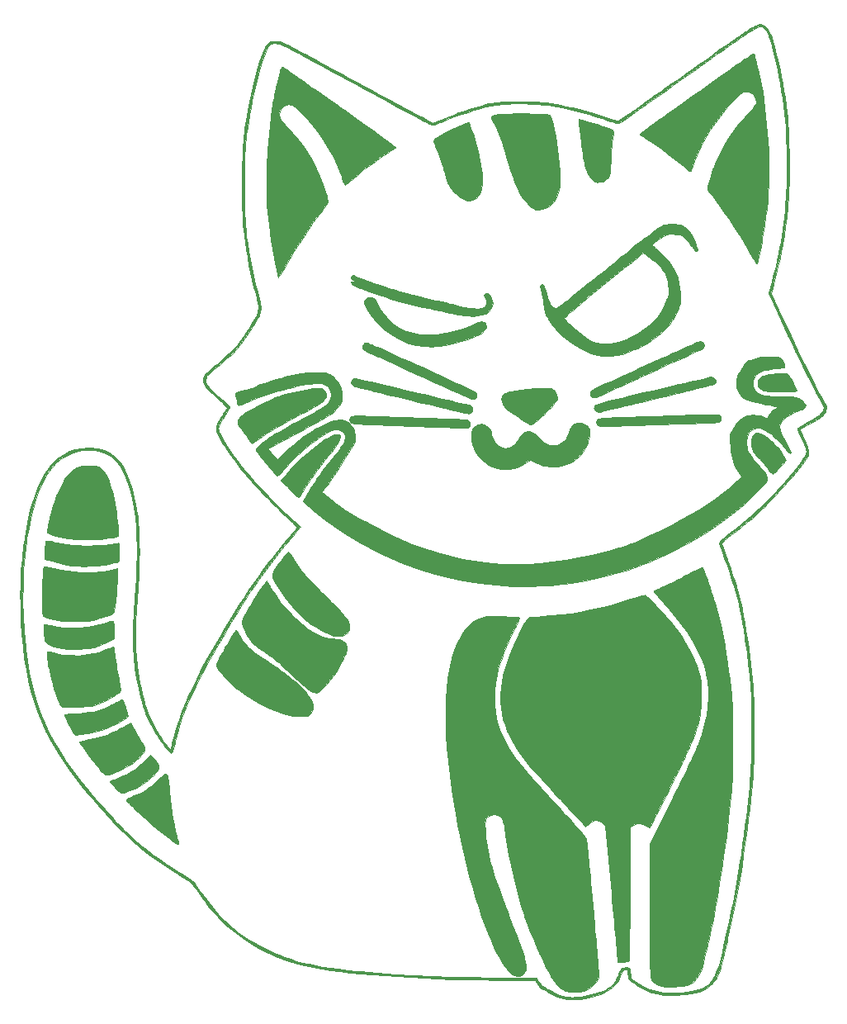
<source format=gbr>
%TF.GenerationSoftware,KiCad,Pcbnew,8.0.1*%
%TF.CreationDate,2024-04-02T10:22:41+02:00*%
%TF.ProjectId,KatzeV2,4b61747a-6556-4322-9e6b-696361645f70,rev?*%
%TF.SameCoordinates,Original*%
%TF.FileFunction,Legend,Top*%
%TF.FilePolarity,Positive*%
%FSLAX46Y46*%
G04 Gerber Fmt 4.6, Leading zero omitted, Abs format (unit mm)*
G04 Created by KiCad (PCBNEW 8.0.1) date 2024-04-02 10:22:41*
%MOMM*%
%LPD*%
G01*
G04 APERTURE LIST*
%ADD10C,0.150000*%
%ADD11C,0.010000*%
G04 APERTURE END LIST*
D10*
X105974761Y-118910057D02*
X105879523Y-118862438D01*
X105879523Y-118862438D02*
X105784285Y-118767200D01*
X105784285Y-118767200D02*
X105641428Y-118624342D01*
X105641428Y-118624342D02*
X105546190Y-118576723D01*
X105546190Y-118576723D02*
X105450952Y-118576723D01*
X105498571Y-118814819D02*
X105403333Y-118767200D01*
X105403333Y-118767200D02*
X105308095Y-118671961D01*
X105308095Y-118671961D02*
X105260476Y-118481485D01*
X105260476Y-118481485D02*
X105260476Y-118148152D01*
X105260476Y-118148152D02*
X105308095Y-117957676D01*
X105308095Y-117957676D02*
X105403333Y-117862438D01*
X105403333Y-117862438D02*
X105498571Y-117814819D01*
X105498571Y-117814819D02*
X105689047Y-117814819D01*
X105689047Y-117814819D02*
X105784285Y-117862438D01*
X105784285Y-117862438D02*
X105879523Y-117957676D01*
X105879523Y-117957676D02*
X105927142Y-118148152D01*
X105927142Y-118148152D02*
X105927142Y-118481485D01*
X105927142Y-118481485D02*
X105879523Y-118671961D01*
X105879523Y-118671961D02*
X105784285Y-118767200D01*
X105784285Y-118767200D02*
X105689047Y-118814819D01*
X105689047Y-118814819D02*
X105498571Y-118814819D01*
X106879523Y-118814819D02*
X106308095Y-118814819D01*
X106593809Y-118814819D02*
X106593809Y-117814819D01*
X106593809Y-117814819D02*
X106498571Y-117957676D01*
X106498571Y-117957676D02*
X106403333Y-118052914D01*
X106403333Y-118052914D02*
X106308095Y-118100533D01*
X104202857Y-125631009D02*
X104345714Y-125678628D01*
X104345714Y-125678628D02*
X104393333Y-125726247D01*
X104393333Y-125726247D02*
X104440952Y-125821485D01*
X104440952Y-125821485D02*
X104440952Y-125964342D01*
X104440952Y-125964342D02*
X104393333Y-126059580D01*
X104393333Y-126059580D02*
X104345714Y-126107200D01*
X104345714Y-126107200D02*
X104250476Y-126154819D01*
X104250476Y-126154819D02*
X103869524Y-126154819D01*
X103869524Y-126154819D02*
X103869524Y-125154819D01*
X103869524Y-125154819D02*
X104202857Y-125154819D01*
X104202857Y-125154819D02*
X104298095Y-125202438D01*
X104298095Y-125202438D02*
X104345714Y-125250057D01*
X104345714Y-125250057D02*
X104393333Y-125345295D01*
X104393333Y-125345295D02*
X104393333Y-125440533D01*
X104393333Y-125440533D02*
X104345714Y-125535771D01*
X104345714Y-125535771D02*
X104298095Y-125583390D01*
X104298095Y-125583390D02*
X104202857Y-125631009D01*
X104202857Y-125631009D02*
X103869524Y-125631009D01*
X105440952Y-126059580D02*
X105393333Y-126107200D01*
X105393333Y-126107200D02*
X105250476Y-126154819D01*
X105250476Y-126154819D02*
X105155238Y-126154819D01*
X105155238Y-126154819D02*
X105012381Y-126107200D01*
X105012381Y-126107200D02*
X104917143Y-126011961D01*
X104917143Y-126011961D02*
X104869524Y-125916723D01*
X104869524Y-125916723D02*
X104821905Y-125726247D01*
X104821905Y-125726247D02*
X104821905Y-125583390D01*
X104821905Y-125583390D02*
X104869524Y-125392914D01*
X104869524Y-125392914D02*
X104917143Y-125297676D01*
X104917143Y-125297676D02*
X105012381Y-125202438D01*
X105012381Y-125202438D02*
X105155238Y-125154819D01*
X105155238Y-125154819D02*
X105250476Y-125154819D01*
X105250476Y-125154819D02*
X105393333Y-125202438D01*
X105393333Y-125202438D02*
X105440952Y-125250057D01*
X106393333Y-126154819D02*
X105821905Y-126154819D01*
X106107619Y-126154819D02*
X106107619Y-125154819D01*
X106107619Y-125154819D02*
X106012381Y-125297676D01*
X106012381Y-125297676D02*
X105917143Y-125392914D01*
X105917143Y-125392914D02*
X105821905Y-125440533D01*
X107012381Y-125154819D02*
X107107619Y-125154819D01*
X107107619Y-125154819D02*
X107202857Y-125202438D01*
X107202857Y-125202438D02*
X107250476Y-125250057D01*
X107250476Y-125250057D02*
X107298095Y-125345295D01*
X107298095Y-125345295D02*
X107345714Y-125535771D01*
X107345714Y-125535771D02*
X107345714Y-125773866D01*
X107345714Y-125773866D02*
X107298095Y-125964342D01*
X107298095Y-125964342D02*
X107250476Y-126059580D01*
X107250476Y-126059580D02*
X107202857Y-126107200D01*
X107202857Y-126107200D02*
X107107619Y-126154819D01*
X107107619Y-126154819D02*
X107012381Y-126154819D01*
X107012381Y-126154819D02*
X106917143Y-126107200D01*
X106917143Y-126107200D02*
X106869524Y-126059580D01*
X106869524Y-126059580D02*
X106821905Y-125964342D01*
X106821905Y-125964342D02*
X106774286Y-125773866D01*
X106774286Y-125773866D02*
X106774286Y-125535771D01*
X106774286Y-125535771D02*
X106821905Y-125345295D01*
X106821905Y-125345295D02*
X106869524Y-125250057D01*
X106869524Y-125250057D02*
X106917143Y-125202438D01*
X106917143Y-125202438D02*
X107012381Y-125154819D01*
X107679048Y-125154819D02*
X108345714Y-125154819D01*
X108345714Y-125154819D02*
X107917143Y-126154819D01*
D11*
%TO.C,G\u002A\u002A\u002A*%
X116116409Y-71015299D02*
X116207216Y-71031564D01*
X116284779Y-71074562D01*
X116376098Y-71157277D01*
X116456507Y-71239409D01*
X116566566Y-71365919D01*
X116675324Y-71520488D01*
X116792299Y-71718400D01*
X116927010Y-71974942D01*
X116977486Y-72076098D01*
X117079988Y-72287528D01*
X117167540Y-72475737D01*
X117233691Y-72626245D01*
X117271991Y-72724572D01*
X117278922Y-72752804D01*
X117270861Y-72796686D01*
X117241421Y-72832118D01*
X117182717Y-72859938D01*
X117086866Y-72880985D01*
X116945984Y-72896096D01*
X116752184Y-72906111D01*
X116497584Y-72911866D01*
X116174299Y-72914201D01*
X115774444Y-72913954D01*
X115763513Y-72913922D01*
X115282850Y-72910304D01*
X114880929Y-72902540D01*
X114559223Y-72890684D01*
X114319208Y-72874789D01*
X114167422Y-72855855D01*
X113860552Y-72782055D01*
X113628023Y-72683701D01*
X113461593Y-72554911D01*
X113353022Y-72389805D01*
X113304999Y-72240410D01*
X113280788Y-71970719D01*
X113332982Y-71736649D01*
X113460218Y-71540940D01*
X113661132Y-71386334D01*
X113752858Y-71340543D01*
X113934652Y-71277254D01*
X114183729Y-71215315D01*
X114482718Y-71157277D01*
X114814244Y-71105692D01*
X115160935Y-71063110D01*
X115505415Y-71032082D01*
X115830312Y-71015158D01*
X115985359Y-71012778D01*
X116116409Y-71015299D01*
G36*
X116116409Y-71015299D02*
G01*
X116207216Y-71031564D01*
X116284779Y-71074562D01*
X116376098Y-71157277D01*
X116456507Y-71239409D01*
X116566566Y-71365919D01*
X116675324Y-71520488D01*
X116792299Y-71718400D01*
X116927010Y-71974942D01*
X116977486Y-72076098D01*
X117079988Y-72287528D01*
X117167540Y-72475737D01*
X117233691Y-72626245D01*
X117271991Y-72724572D01*
X117278922Y-72752804D01*
X117270861Y-72796686D01*
X117241421Y-72832118D01*
X117182717Y-72859938D01*
X117086866Y-72880985D01*
X116945984Y-72896096D01*
X116752184Y-72906111D01*
X116497584Y-72911866D01*
X116174299Y-72914201D01*
X115774444Y-72913954D01*
X115763513Y-72913922D01*
X115282850Y-72910304D01*
X114880929Y-72902540D01*
X114559223Y-72890684D01*
X114319208Y-72874789D01*
X114167422Y-72855855D01*
X113860552Y-72782055D01*
X113628023Y-72683701D01*
X113461593Y-72554911D01*
X113353022Y-72389805D01*
X113304999Y-72240410D01*
X113280788Y-71970719D01*
X113332982Y-71736649D01*
X113460218Y-71540940D01*
X113661132Y-71386334D01*
X113752858Y-71340543D01*
X113934652Y-71277254D01*
X114183729Y-71215315D01*
X114482718Y-71157277D01*
X114814244Y-71105692D01*
X115160935Y-71063110D01*
X115505415Y-71032082D01*
X115830312Y-71015158D01*
X115985359Y-71012778D01*
X116116409Y-71015299D01*
G37*
X70267714Y-77290039D02*
X70379137Y-77346598D01*
X70434066Y-77414942D01*
X70453495Y-77505181D01*
X70447875Y-77625210D01*
X70429743Y-77725826D01*
X70391167Y-77840582D01*
X70328372Y-77975111D01*
X70237581Y-78135043D01*
X70115018Y-78326007D01*
X69956907Y-78553636D01*
X69759472Y-78823560D01*
X69518937Y-79141408D01*
X69231527Y-79512812D01*
X68893464Y-79943402D01*
X68891922Y-79945357D01*
X68466862Y-80489910D01*
X68091664Y-80983984D01*
X67758312Y-81438895D01*
X67458792Y-81865962D01*
X67185090Y-82276502D01*
X66929191Y-82681831D01*
X66783915Y-82922107D01*
X66645280Y-83151174D01*
X66517023Y-83355995D01*
X66406717Y-83525035D01*
X66321935Y-83646761D01*
X66270249Y-83709640D01*
X66263488Y-83714759D01*
X66192116Y-83722843D01*
X66092086Y-83675587D01*
X66028674Y-83631376D01*
X65952978Y-83567306D01*
X65828518Y-83452834D01*
X65665791Y-83298024D01*
X65475299Y-83112941D01*
X65267539Y-82907649D01*
X65129251Y-82769189D01*
X64393414Y-82028506D01*
X64937463Y-81378374D01*
X65750330Y-80470500D01*
X66628670Y-79611938D01*
X67575965Y-78799377D01*
X68000342Y-78467125D01*
X68457984Y-78130306D01*
X68875140Y-77847781D01*
X69249354Y-77620706D01*
X69578173Y-77450239D01*
X69859142Y-77337535D01*
X70089808Y-77283749D01*
X70267714Y-77290039D01*
G36*
X70267714Y-77290039D02*
G01*
X70379137Y-77346598D01*
X70434066Y-77414942D01*
X70453495Y-77505181D01*
X70447875Y-77625210D01*
X70429743Y-77725826D01*
X70391167Y-77840582D01*
X70328372Y-77975111D01*
X70237581Y-78135043D01*
X70115018Y-78326007D01*
X69956907Y-78553636D01*
X69759472Y-78823560D01*
X69518937Y-79141408D01*
X69231527Y-79512812D01*
X68893464Y-79943402D01*
X68891922Y-79945357D01*
X68466862Y-80489910D01*
X68091664Y-80983984D01*
X67758312Y-81438895D01*
X67458792Y-81865962D01*
X67185090Y-82276502D01*
X66929191Y-82681831D01*
X66783915Y-82922107D01*
X66645280Y-83151174D01*
X66517023Y-83355995D01*
X66406717Y-83525035D01*
X66321935Y-83646761D01*
X66270249Y-83709640D01*
X66263488Y-83714759D01*
X66192116Y-83722843D01*
X66092086Y-83675587D01*
X66028674Y-83631376D01*
X65952978Y-83567306D01*
X65828518Y-83452834D01*
X65665791Y-83298024D01*
X65475299Y-83112941D01*
X65267539Y-82907649D01*
X65129251Y-82769189D01*
X64393414Y-82028506D01*
X64937463Y-81378374D01*
X65750330Y-80470500D01*
X66628670Y-79611938D01*
X67575965Y-78799377D01*
X68000342Y-78467125D01*
X68457984Y-78130306D01*
X68875140Y-77847781D01*
X69249354Y-77620706D01*
X69578173Y-77450239D01*
X69859142Y-77337535D01*
X70089808Y-77283749D01*
X70267714Y-77290039D01*
G37*
X113532025Y-77193236D02*
X113773336Y-77303073D01*
X114041365Y-77460811D01*
X114326781Y-77660878D01*
X114620255Y-77897702D01*
X114912458Y-78165710D01*
X114954727Y-78207386D01*
X115211619Y-78470146D01*
X115418333Y-78700439D01*
X115590623Y-78918916D01*
X115744243Y-79146230D01*
X115894945Y-79403032D01*
X115964960Y-79531757D01*
X116177953Y-79930387D01*
X115766189Y-80413981D01*
X115512492Y-80708500D01*
X115305582Y-80940635D01*
X115140682Y-81115155D01*
X115013012Y-81236828D01*
X114917796Y-81310422D01*
X114850254Y-81340706D01*
X114836161Y-81342076D01*
X114755452Y-81311062D01*
X114659215Y-81233082D01*
X114626891Y-81197644D01*
X114538213Y-81086164D01*
X114427081Y-80939071D01*
X114329722Y-80805159D01*
X114246576Y-80697379D01*
X114117643Y-80541594D01*
X113954879Y-80351716D01*
X113770241Y-80141662D01*
X113575684Y-79925344D01*
X113542130Y-79888562D01*
X113353869Y-79678856D01*
X113180343Y-79478474D01*
X113031743Y-79299743D01*
X112918258Y-79154992D01*
X112850079Y-79056550D01*
X112841409Y-79040822D01*
X112724627Y-78749131D01*
X112656011Y-78448979D01*
X112633489Y-78152452D01*
X112654995Y-77871638D01*
X112718458Y-77618621D01*
X112821810Y-77405488D01*
X112962983Y-77244325D01*
X113139906Y-77147217D01*
X113166875Y-77139557D01*
X113326762Y-77136873D01*
X113532025Y-77193236D01*
G36*
X113532025Y-77193236D02*
G01*
X113773336Y-77303073D01*
X114041365Y-77460811D01*
X114326781Y-77660878D01*
X114620255Y-77897702D01*
X114912458Y-78165710D01*
X114954727Y-78207386D01*
X115211619Y-78470146D01*
X115418333Y-78700439D01*
X115590623Y-78918916D01*
X115744243Y-79146230D01*
X115894945Y-79403032D01*
X115964960Y-79531757D01*
X116177953Y-79930387D01*
X115766189Y-80413981D01*
X115512492Y-80708500D01*
X115305582Y-80940635D01*
X115140682Y-81115155D01*
X115013012Y-81236828D01*
X114917796Y-81310422D01*
X114850254Y-81340706D01*
X114836161Y-81342076D01*
X114755452Y-81311062D01*
X114659215Y-81233082D01*
X114626891Y-81197644D01*
X114538213Y-81086164D01*
X114427081Y-80939071D01*
X114329722Y-80805159D01*
X114246576Y-80697379D01*
X114117643Y-80541594D01*
X113954879Y-80351716D01*
X113770241Y-80141662D01*
X113575684Y-79925344D01*
X113542130Y-79888562D01*
X113353869Y-79678856D01*
X113180343Y-79478474D01*
X113031743Y-79299743D01*
X112918258Y-79154992D01*
X112850079Y-79056550D01*
X112841409Y-79040822D01*
X112724627Y-78749131D01*
X112656011Y-78448979D01*
X112633489Y-78152452D01*
X112654995Y-77871638D01*
X112718458Y-77618621D01*
X112821810Y-77405488D01*
X112962983Y-77244325D01*
X113139906Y-77147217D01*
X113166875Y-77139557D01*
X113326762Y-77136873D01*
X113532025Y-77193236D01*
G37*
X83890754Y-45881883D02*
X84152943Y-46619543D01*
X84391936Y-47427174D01*
X84604709Y-48292521D01*
X84788243Y-49203327D01*
X84935841Y-50121243D01*
X84995589Y-50669717D01*
X85015786Y-51180897D01*
X84997393Y-51648323D01*
X84941366Y-52065536D01*
X84848665Y-52426078D01*
X84720249Y-52723489D01*
X84557075Y-52951310D01*
X84508824Y-52998575D01*
X84246844Y-53192514D01*
X83980122Y-53303368D01*
X83703787Y-53332719D01*
X83539255Y-53313422D01*
X83268674Y-53230034D01*
X82973354Y-53085482D01*
X82670941Y-52891893D01*
X82379079Y-52661397D01*
X82115417Y-52406123D01*
X81968301Y-52233657D01*
X81833854Y-52052612D01*
X81715163Y-51870324D01*
X81607563Y-51675583D01*
X81506390Y-51457176D01*
X81406978Y-51203893D01*
X81304662Y-50904522D01*
X81194778Y-50547851D01*
X81072661Y-50122669D01*
X81037565Y-49996754D01*
X80823740Y-49290716D01*
X80563223Y-48548556D01*
X80251447Y-47757351D01*
X80217507Y-47675592D01*
X80128447Y-47447026D01*
X80082007Y-47276388D01*
X80080325Y-47147242D01*
X80125541Y-47043152D01*
X80219793Y-46947684D01*
X80321922Y-46873226D01*
X80453339Y-46792284D01*
X80648685Y-46682607D01*
X80895111Y-46550561D01*
X81179765Y-46402512D01*
X81489801Y-46244825D01*
X81812367Y-46083866D01*
X82134615Y-45926002D01*
X82443696Y-45777598D01*
X82726760Y-45645019D01*
X82970957Y-45534632D01*
X83163439Y-45452801D01*
X83270034Y-45412683D01*
X83656979Y-45283190D01*
X83890754Y-45881883D01*
G36*
X83890754Y-45881883D02*
G01*
X84152943Y-46619543D01*
X84391936Y-47427174D01*
X84604709Y-48292521D01*
X84788243Y-49203327D01*
X84935841Y-50121243D01*
X84995589Y-50669717D01*
X85015786Y-51180897D01*
X84997393Y-51648323D01*
X84941366Y-52065536D01*
X84848665Y-52426078D01*
X84720249Y-52723489D01*
X84557075Y-52951310D01*
X84508824Y-52998575D01*
X84246844Y-53192514D01*
X83980122Y-53303368D01*
X83703787Y-53332719D01*
X83539255Y-53313422D01*
X83268674Y-53230034D01*
X82973354Y-53085482D01*
X82670941Y-52891893D01*
X82379079Y-52661397D01*
X82115417Y-52406123D01*
X81968301Y-52233657D01*
X81833854Y-52052612D01*
X81715163Y-51870324D01*
X81607563Y-51675583D01*
X81506390Y-51457176D01*
X81406978Y-51203893D01*
X81304662Y-50904522D01*
X81194778Y-50547851D01*
X81072661Y-50122669D01*
X81037565Y-49996754D01*
X80823740Y-49290716D01*
X80563223Y-48548556D01*
X80251447Y-47757351D01*
X80217507Y-47675592D01*
X80128447Y-47447026D01*
X80082007Y-47276388D01*
X80080325Y-47147242D01*
X80125541Y-47043152D01*
X80219793Y-46947684D01*
X80321922Y-46873226D01*
X80453339Y-46792284D01*
X80648685Y-46682607D01*
X80895111Y-46550561D01*
X81179765Y-46402512D01*
X81489801Y-46244825D01*
X81812367Y-46083866D01*
X82134615Y-45926002D01*
X82443696Y-45777598D01*
X82726760Y-45645019D01*
X82970957Y-45534632D01*
X83163439Y-45452801D01*
X83270034Y-45412683D01*
X83656979Y-45283190D01*
X83890754Y-45881883D01*
G37*
X51246571Y-110436353D02*
X51472844Y-110703330D01*
X51643598Y-110920900D01*
X51763230Y-111099478D01*
X51836136Y-111249477D01*
X51866716Y-111381312D01*
X51859364Y-111505396D01*
X51818480Y-111632143D01*
X51783127Y-111707088D01*
X51683333Y-111857590D01*
X51524093Y-112043124D01*
X51317398Y-112253281D01*
X51075239Y-112477650D01*
X50809609Y-112705821D01*
X50532498Y-112927384D01*
X50255897Y-113131928D01*
X49991799Y-113309042D01*
X49819375Y-113411920D01*
X49619084Y-113515637D01*
X49379868Y-113626644D01*
X49121339Y-113737131D01*
X48863108Y-113839289D01*
X48624785Y-113925308D01*
X48425982Y-113987378D01*
X48304384Y-114015217D01*
X48153369Y-114029745D01*
X48018576Y-114027599D01*
X47968554Y-114019502D01*
X47850710Y-113969983D01*
X47745348Y-113903128D01*
X47687550Y-113847858D01*
X47593382Y-113747191D01*
X47473954Y-113614099D01*
X47340373Y-113461556D01*
X47203750Y-113302534D01*
X47075192Y-113150006D01*
X46965809Y-113016945D01*
X46886709Y-112916324D01*
X46849001Y-112861115D01*
X46847699Y-112854855D01*
X46889065Y-112837330D01*
X46996550Y-112795812D01*
X47156750Y-112735372D01*
X47356261Y-112661077D01*
X47514205Y-112602780D01*
X47906240Y-112453760D01*
X48235307Y-112316939D01*
X48520416Y-112183354D01*
X48780580Y-112044046D01*
X49034809Y-111890051D01*
X49058755Y-111874710D01*
X49211058Y-111774092D01*
X49353882Y-111672862D01*
X49498383Y-111561685D01*
X49655720Y-111431228D01*
X49837051Y-111272154D01*
X50053533Y-111075129D01*
X50316324Y-110830817D01*
X50398278Y-110754022D01*
X51018134Y-110172464D01*
X51246571Y-110436353D01*
G36*
X51246571Y-110436353D02*
G01*
X51472844Y-110703330D01*
X51643598Y-110920900D01*
X51763230Y-111099478D01*
X51836136Y-111249477D01*
X51866716Y-111381312D01*
X51859364Y-111505396D01*
X51818480Y-111632143D01*
X51783127Y-111707088D01*
X51683333Y-111857590D01*
X51524093Y-112043124D01*
X51317398Y-112253281D01*
X51075239Y-112477650D01*
X50809609Y-112705821D01*
X50532498Y-112927384D01*
X50255897Y-113131928D01*
X49991799Y-113309042D01*
X49819375Y-113411920D01*
X49619084Y-113515637D01*
X49379868Y-113626644D01*
X49121339Y-113737131D01*
X48863108Y-113839289D01*
X48624785Y-113925308D01*
X48425982Y-113987378D01*
X48304384Y-114015217D01*
X48153369Y-114029745D01*
X48018576Y-114027599D01*
X47968554Y-114019502D01*
X47850710Y-113969983D01*
X47745348Y-113903128D01*
X47687550Y-113847858D01*
X47593382Y-113747191D01*
X47473954Y-113614099D01*
X47340373Y-113461556D01*
X47203750Y-113302534D01*
X47075192Y-113150006D01*
X46965809Y-113016945D01*
X46886709Y-112916324D01*
X46849001Y-112861115D01*
X46847699Y-112854855D01*
X46889065Y-112837330D01*
X46996550Y-112795812D01*
X47156750Y-112735372D01*
X47356261Y-112661077D01*
X47514205Y-112602780D01*
X47906240Y-112453760D01*
X48235307Y-112316939D01*
X48520416Y-112183354D01*
X48780580Y-112044046D01*
X49034809Y-111890051D01*
X49058755Y-111874710D01*
X49211058Y-111774092D01*
X49353882Y-111672862D01*
X49498383Y-111561685D01*
X49655720Y-111431228D01*
X49837051Y-111272154D01*
X50053533Y-111075129D01*
X50316324Y-110830817D01*
X50398278Y-110754022D01*
X51018134Y-110172464D01*
X51246571Y-110436353D01*
G37*
X47167169Y-96436108D02*
X47185475Y-96448671D01*
X47205739Y-96498208D01*
X47222118Y-96606360D01*
X47235074Y-96779489D01*
X47245069Y-97023956D01*
X47252566Y-97346123D01*
X47253144Y-97379716D01*
X47267865Y-98257840D01*
X46639310Y-98558076D01*
X46297366Y-98719174D01*
X46015835Y-98846029D01*
X45780366Y-98944130D01*
X45576607Y-99018963D01*
X45390206Y-99076017D01*
X45206810Y-99120779D01*
X45121755Y-99138312D01*
X44689553Y-99208260D01*
X44201746Y-99261870D01*
X43686093Y-99297612D01*
X43170350Y-99313956D01*
X42682275Y-99309374D01*
X42348922Y-99291113D01*
X42084749Y-99266902D01*
X41860958Y-99237088D01*
X41649556Y-99195980D01*
X41422546Y-99137884D01*
X41151934Y-99057108D01*
X41067213Y-99030498D01*
X40738816Y-98908917D01*
X40491909Y-98777175D01*
X40323743Y-98633595D01*
X40256775Y-98535893D01*
X40200971Y-98382586D01*
X40154210Y-98154582D01*
X40116057Y-97848952D01*
X40086077Y-97462767D01*
X40078925Y-97336718D01*
X40065949Y-97125512D01*
X40060095Y-96973243D01*
X40072488Y-96872858D01*
X40114250Y-96817305D01*
X40196505Y-96799531D01*
X40330376Y-96812482D01*
X40526987Y-96849106D01*
X40771729Y-96897431D01*
X41484401Y-97017789D01*
X42148994Y-97093968D01*
X42788732Y-97127444D01*
X43426837Y-97119696D01*
X43851755Y-97093249D01*
X44271915Y-97054696D01*
X44656507Y-97007942D01*
X45025042Y-96949121D01*
X45397032Y-96874366D01*
X45791988Y-96779812D01*
X46229422Y-96661592D01*
X46656309Y-96537497D01*
X46870126Y-96476142D01*
X47017513Y-96440308D01*
X47112013Y-96427721D01*
X47167169Y-96436108D01*
G36*
X47167169Y-96436108D02*
G01*
X47185475Y-96448671D01*
X47205739Y-96498208D01*
X47222118Y-96606360D01*
X47235074Y-96779489D01*
X47245069Y-97023956D01*
X47252566Y-97346123D01*
X47253144Y-97379716D01*
X47267865Y-98257840D01*
X46639310Y-98558076D01*
X46297366Y-98719174D01*
X46015835Y-98846029D01*
X45780366Y-98944130D01*
X45576607Y-99018963D01*
X45390206Y-99076017D01*
X45206810Y-99120779D01*
X45121755Y-99138312D01*
X44689553Y-99208260D01*
X44201746Y-99261870D01*
X43686093Y-99297612D01*
X43170350Y-99313956D01*
X42682275Y-99309374D01*
X42348922Y-99291113D01*
X42084749Y-99266902D01*
X41860958Y-99237088D01*
X41649556Y-99195980D01*
X41422546Y-99137884D01*
X41151934Y-99057108D01*
X41067213Y-99030498D01*
X40738816Y-98908917D01*
X40491909Y-98777175D01*
X40323743Y-98633595D01*
X40256775Y-98535893D01*
X40200971Y-98382586D01*
X40154210Y-98154582D01*
X40116057Y-97848952D01*
X40086077Y-97462767D01*
X40078925Y-97336718D01*
X40065949Y-97125512D01*
X40060095Y-96973243D01*
X40072488Y-96872858D01*
X40114250Y-96817305D01*
X40196505Y-96799531D01*
X40330376Y-96812482D01*
X40526987Y-96849106D01*
X40771729Y-96897431D01*
X41484401Y-97017789D01*
X42148994Y-97093968D01*
X42788732Y-97127444D01*
X43426837Y-97119696D01*
X43851755Y-97093249D01*
X44271915Y-97054696D01*
X44656507Y-97007942D01*
X45025042Y-96949121D01*
X45397032Y-96874366D01*
X45791988Y-96779812D01*
X46229422Y-96661592D01*
X46656309Y-96537497D01*
X46870126Y-96476142D01*
X47017513Y-96440308D01*
X47112013Y-96427721D01*
X47167169Y-96436108D01*
G37*
X48142863Y-104476882D02*
X48146669Y-104480508D01*
X48170126Y-104531148D01*
X48213796Y-104650199D01*
X48273401Y-104825027D01*
X48344662Y-105042995D01*
X48423300Y-105291468D01*
X48445582Y-105363248D01*
X48706379Y-106206921D01*
X48607400Y-106285208D01*
X48273605Y-106523710D01*
X47873797Y-106767048D01*
X47425583Y-107006774D01*
X46946570Y-107234440D01*
X46454362Y-107441597D01*
X45966567Y-107619798D01*
X45574433Y-107740560D01*
X45028675Y-107874477D01*
X44463257Y-107980716D01*
X43922706Y-108050980D01*
X43894089Y-108053682D01*
X43642730Y-108077719D01*
X43460386Y-108091889D01*
X43331482Y-108089891D01*
X43240440Y-108065426D01*
X43171685Y-108012194D01*
X43109641Y-107923893D01*
X43038730Y-107794225D01*
X42980085Y-107683993D01*
X42840865Y-107423284D01*
X42701506Y-107157259D01*
X42567673Y-106897250D01*
X42445030Y-106654589D01*
X42339244Y-106440608D01*
X42255977Y-106266638D01*
X42200895Y-106144011D01*
X42179662Y-106084058D01*
X42179589Y-106082682D01*
X42189717Y-106047336D01*
X42226751Y-106019228D01*
X42300665Y-105996726D01*
X42421431Y-105978198D01*
X42599024Y-105962013D01*
X42843418Y-105946538D01*
X43089755Y-105933768D01*
X43693620Y-105898857D01*
X44225622Y-105855134D01*
X44698377Y-105799428D01*
X45124503Y-105728566D01*
X45516616Y-105639378D01*
X45887331Y-105528692D01*
X46249265Y-105393336D01*
X46615034Y-105230138D01*
X46997254Y-105035926D01*
X47280755Y-104880164D01*
X47547828Y-104730466D01*
X47751102Y-104618769D01*
X47900074Y-104540689D01*
X48004240Y-104491843D01*
X48073096Y-104467849D01*
X48116138Y-104464322D01*
X48142863Y-104476882D01*
G36*
X48142863Y-104476882D02*
G01*
X48146669Y-104480508D01*
X48170126Y-104531148D01*
X48213796Y-104650199D01*
X48273401Y-104825027D01*
X48344662Y-105042995D01*
X48423300Y-105291468D01*
X48445582Y-105363248D01*
X48706379Y-106206921D01*
X48607400Y-106285208D01*
X48273605Y-106523710D01*
X47873797Y-106767048D01*
X47425583Y-107006774D01*
X46946570Y-107234440D01*
X46454362Y-107441597D01*
X45966567Y-107619798D01*
X45574433Y-107740560D01*
X45028675Y-107874477D01*
X44463257Y-107980716D01*
X43922706Y-108050980D01*
X43894089Y-108053682D01*
X43642730Y-108077719D01*
X43460386Y-108091889D01*
X43331482Y-108089891D01*
X43240440Y-108065426D01*
X43171685Y-108012194D01*
X43109641Y-107923893D01*
X43038730Y-107794225D01*
X42980085Y-107683993D01*
X42840865Y-107423284D01*
X42701506Y-107157259D01*
X42567673Y-106897250D01*
X42445030Y-106654589D01*
X42339244Y-106440608D01*
X42255977Y-106266638D01*
X42200895Y-106144011D01*
X42179662Y-106084058D01*
X42179589Y-106082682D01*
X42189717Y-106047336D01*
X42226751Y-106019228D01*
X42300665Y-105996726D01*
X42421431Y-105978198D01*
X42599024Y-105962013D01*
X42843418Y-105946538D01*
X43089755Y-105933768D01*
X43693620Y-105898857D01*
X44225622Y-105855134D01*
X44698377Y-105799428D01*
X45124503Y-105728566D01*
X45516616Y-105639378D01*
X45887331Y-105528692D01*
X46249265Y-105393336D01*
X46615034Y-105230138D01*
X46997254Y-105035926D01*
X47280755Y-104880164D01*
X47547828Y-104730466D01*
X47751102Y-104618769D01*
X47900074Y-104540689D01*
X48004240Y-104491843D01*
X48073096Y-104467849D01*
X48116138Y-104464322D01*
X48142863Y-104476882D01*
G37*
X52647568Y-112089733D02*
X52713677Y-112151710D01*
X52763647Y-112266422D01*
X52792554Y-112377014D01*
X52820705Y-112533223D01*
X52853482Y-112769932D01*
X52890970Y-113087925D01*
X52933256Y-113487983D01*
X52980427Y-113970890D01*
X53032567Y-114537429D01*
X53039609Y-114616076D01*
X53111814Y-115319289D01*
X53201589Y-116017496D01*
X53306374Y-116695929D01*
X53423610Y-117339816D01*
X53550735Y-117934388D01*
X53685192Y-118464873D01*
X53738739Y-118650121D01*
X53799987Y-118857549D01*
X53851160Y-119038125D01*
X53887713Y-119175256D01*
X53905101Y-119252349D01*
X53905922Y-119260488D01*
X53874940Y-119308760D01*
X53789115Y-119306354D01*
X53659133Y-119256209D01*
X53495677Y-119161264D01*
X53461422Y-119138199D01*
X53207439Y-118957185D01*
X52919706Y-118741025D01*
X52604112Y-118494939D01*
X52266542Y-118224147D01*
X51912883Y-117933869D01*
X51549023Y-117629325D01*
X51180848Y-117315733D01*
X50814245Y-116998313D01*
X50455101Y-116682286D01*
X50109302Y-116372870D01*
X49782737Y-116075286D01*
X49481290Y-115794753D01*
X49210850Y-115536490D01*
X48977303Y-115305717D01*
X48786536Y-115107654D01*
X48644436Y-114947520D01*
X48556889Y-114830536D01*
X48529589Y-114765356D01*
X48567821Y-114708322D01*
X48672782Y-114635577D01*
X48829871Y-114554942D01*
X49024486Y-114474235D01*
X49164589Y-114425312D01*
X49590028Y-114260652D01*
X50036403Y-114039821D01*
X50478046Y-113777336D01*
X50889287Y-113487710D01*
X51048422Y-113360083D01*
X51166620Y-113257486D01*
X51328939Y-113111479D01*
X51518568Y-112937438D01*
X51718698Y-112750741D01*
X51842438Y-112633705D01*
X52088886Y-112405081D01*
X52285980Y-112238167D01*
X52440363Y-112131167D01*
X52558678Y-112082288D01*
X52647568Y-112089733D01*
G36*
X52647568Y-112089733D02*
G01*
X52713677Y-112151710D01*
X52763647Y-112266422D01*
X52792554Y-112377014D01*
X52820705Y-112533223D01*
X52853482Y-112769932D01*
X52890970Y-113087925D01*
X52933256Y-113487983D01*
X52980427Y-113970890D01*
X53032567Y-114537429D01*
X53039609Y-114616076D01*
X53111814Y-115319289D01*
X53201589Y-116017496D01*
X53306374Y-116695929D01*
X53423610Y-117339816D01*
X53550735Y-117934388D01*
X53685192Y-118464873D01*
X53738739Y-118650121D01*
X53799987Y-118857549D01*
X53851160Y-119038125D01*
X53887713Y-119175256D01*
X53905101Y-119252349D01*
X53905922Y-119260488D01*
X53874940Y-119308760D01*
X53789115Y-119306354D01*
X53659133Y-119256209D01*
X53495677Y-119161264D01*
X53461422Y-119138199D01*
X53207439Y-118957185D01*
X52919706Y-118741025D01*
X52604112Y-118494939D01*
X52266542Y-118224147D01*
X51912883Y-117933869D01*
X51549023Y-117629325D01*
X51180848Y-117315733D01*
X50814245Y-116998313D01*
X50455101Y-116682286D01*
X50109302Y-116372870D01*
X49782737Y-116075286D01*
X49481290Y-115794753D01*
X49210850Y-115536490D01*
X48977303Y-115305717D01*
X48786536Y-115107654D01*
X48644436Y-114947520D01*
X48556889Y-114830536D01*
X48529589Y-114765356D01*
X48567821Y-114708322D01*
X48672782Y-114635577D01*
X48829871Y-114554942D01*
X49024486Y-114474235D01*
X49164589Y-114425312D01*
X49590028Y-114260652D01*
X50036403Y-114039821D01*
X50478046Y-113777336D01*
X50889287Y-113487710D01*
X51048422Y-113360083D01*
X51166620Y-113257486D01*
X51328939Y-113111479D01*
X51518568Y-112937438D01*
X51718698Y-112750741D01*
X51842438Y-112633705D01*
X52088886Y-112405081D01*
X52285980Y-112238167D01*
X52440363Y-112131167D01*
X52558678Y-112082288D01*
X52647568Y-112089733D01*
G37*
X91627736Y-72543975D02*
X91855784Y-72552353D01*
X92029185Y-72567190D01*
X92133434Y-72588791D01*
X92136504Y-72590026D01*
X92302759Y-72696848D01*
X92461073Y-72862852D01*
X92595072Y-73063337D01*
X92688384Y-73273602D01*
X92724634Y-73468946D01*
X92724659Y-73477300D01*
X92702384Y-73627708D01*
X92635004Y-73799050D01*
X92518843Y-73996245D01*
X92350226Y-74224216D01*
X92125476Y-74487885D01*
X91840917Y-74792171D01*
X91492875Y-75141997D01*
X91449685Y-75184322D01*
X91145829Y-75477593D01*
X90891038Y-75714554D01*
X90677615Y-75901715D01*
X90497862Y-76045588D01*
X90344082Y-76152684D01*
X90221957Y-76222786D01*
X90121937Y-76272471D01*
X90050749Y-76294324D01*
X89978393Y-76287989D01*
X89874867Y-76253113D01*
X89783422Y-76217606D01*
X89662522Y-76159663D01*
X89496533Y-76065543D01*
X89308730Y-75949014D01*
X89148422Y-75841998D01*
X88960660Y-75712355D01*
X88727422Y-75551929D01*
X88473236Y-75377558D01*
X88222632Y-75206080D01*
X88116806Y-75133828D01*
X87834111Y-74935495D01*
X87613969Y-74766735D01*
X87444703Y-74616398D01*
X87314636Y-74473334D01*
X87212092Y-74326390D01*
X87146227Y-74206940D01*
X87051624Y-73950248D01*
X87023187Y-73699259D01*
X87059405Y-73468690D01*
X87158767Y-73273254D01*
X87252126Y-73175601D01*
X87348581Y-73107961D01*
X87467939Y-73049295D01*
X87621311Y-72996625D01*
X87819807Y-72946972D01*
X88074537Y-72897357D01*
X88396612Y-72844803D01*
X88598089Y-72814787D01*
X88873453Y-72774039D01*
X89155280Y-72731152D01*
X89417812Y-72690122D01*
X89635294Y-72654948D01*
X89719922Y-72640663D01*
X89924289Y-72612336D01*
X90175561Y-72588340D01*
X90459230Y-72568980D01*
X90760789Y-72554559D01*
X91065732Y-72545382D01*
X91359550Y-72541753D01*
X91627736Y-72543975D01*
G36*
X91627736Y-72543975D02*
G01*
X91855784Y-72552353D01*
X92029185Y-72567190D01*
X92133434Y-72588791D01*
X92136504Y-72590026D01*
X92302759Y-72696848D01*
X92461073Y-72862852D01*
X92595072Y-73063337D01*
X92688384Y-73273602D01*
X92724634Y-73468946D01*
X92724659Y-73477300D01*
X92702384Y-73627708D01*
X92635004Y-73799050D01*
X92518843Y-73996245D01*
X92350226Y-74224216D01*
X92125476Y-74487885D01*
X91840917Y-74792171D01*
X91492875Y-75141997D01*
X91449685Y-75184322D01*
X91145829Y-75477593D01*
X90891038Y-75714554D01*
X90677615Y-75901715D01*
X90497862Y-76045588D01*
X90344082Y-76152684D01*
X90221957Y-76222786D01*
X90121937Y-76272471D01*
X90050749Y-76294324D01*
X89978393Y-76287989D01*
X89874867Y-76253113D01*
X89783422Y-76217606D01*
X89662522Y-76159663D01*
X89496533Y-76065543D01*
X89308730Y-75949014D01*
X89148422Y-75841998D01*
X88960660Y-75712355D01*
X88727422Y-75551929D01*
X88473236Y-75377558D01*
X88222632Y-75206080D01*
X88116806Y-75133828D01*
X87834111Y-74935495D01*
X87613969Y-74766735D01*
X87444703Y-74616398D01*
X87314636Y-74473334D01*
X87212092Y-74326390D01*
X87146227Y-74206940D01*
X87051624Y-73950248D01*
X87023187Y-73699259D01*
X87059405Y-73468690D01*
X87158767Y-73273254D01*
X87252126Y-73175601D01*
X87348581Y-73107961D01*
X87467939Y-73049295D01*
X87621311Y-72996625D01*
X87819807Y-72946972D01*
X88074537Y-72897357D01*
X88396612Y-72844803D01*
X88598089Y-72814787D01*
X88873453Y-72774039D01*
X89155280Y-72731152D01*
X89417812Y-72690122D01*
X89635294Y-72654948D01*
X89719922Y-72640663D01*
X89924289Y-72612336D01*
X90175561Y-72588340D01*
X90459230Y-72568980D01*
X90760789Y-72554559D01*
X91065732Y-72545382D01*
X91359550Y-72541753D01*
X91627736Y-72543975D01*
G37*
X89446189Y-44410053D02*
X90397891Y-44438126D01*
X91428699Y-44489742D01*
X91548721Y-44496969D01*
X91993357Y-44524174D01*
X92146861Y-44994375D01*
X92290442Y-45483772D01*
X92426649Y-46045413D01*
X92553614Y-46667052D01*
X92669470Y-47336446D01*
X92772349Y-48041351D01*
X92860382Y-48769521D01*
X92931704Y-49508713D01*
X92984446Y-50246682D01*
X93003118Y-50608076D01*
X93006353Y-51203028D01*
X92962534Y-51760026D01*
X92873580Y-52272999D01*
X92741405Y-52735877D01*
X92567929Y-53142587D01*
X92355066Y-53487059D01*
X92104734Y-53763221D01*
X91973777Y-53868339D01*
X91742998Y-54002870D01*
X91459051Y-54121752D01*
X91153301Y-54214126D01*
X90857113Y-54269130D01*
X90799745Y-54274860D01*
X90640151Y-54281661D01*
X90523793Y-54264607D01*
X90410742Y-54215735D01*
X90360480Y-54187243D01*
X89952303Y-53900394D01*
X89569026Y-53534900D01*
X89213709Y-53093915D01*
X89023445Y-52807705D01*
X88867172Y-52547144D01*
X88725783Y-52290296D01*
X88594733Y-52025894D01*
X88469473Y-51742671D01*
X88345456Y-51429363D01*
X88218137Y-51074704D01*
X88082966Y-50667427D01*
X87935399Y-50196266D01*
X87833077Y-49858423D01*
X87612182Y-49131115D01*
X87407666Y-48478380D01*
X87216689Y-47892333D01*
X87036413Y-47365090D01*
X86864000Y-46888766D01*
X86696611Y-46455477D01*
X86531408Y-46057338D01*
X86365552Y-45686465D01*
X86226733Y-45396476D01*
X86129023Y-45193219D01*
X86046652Y-45012041D01*
X85986424Y-44868677D01*
X85955141Y-44778860D01*
X85952255Y-44761678D01*
X85966789Y-44695916D01*
X86014712Y-44639964D01*
X86102511Y-44592628D01*
X86236671Y-44552715D01*
X86423677Y-44519029D01*
X86670014Y-44490378D01*
X86982167Y-44465567D01*
X87366622Y-44443401D01*
X87783050Y-44424594D01*
X88574330Y-44405538D01*
X89446189Y-44410053D01*
G36*
X89446189Y-44410053D02*
G01*
X90397891Y-44438126D01*
X91428699Y-44489742D01*
X91548721Y-44496969D01*
X91993357Y-44524174D01*
X92146861Y-44994375D01*
X92290442Y-45483772D01*
X92426649Y-46045413D01*
X92553614Y-46667052D01*
X92669470Y-47336446D01*
X92772349Y-48041351D01*
X92860382Y-48769521D01*
X92931704Y-49508713D01*
X92984446Y-50246682D01*
X93003118Y-50608076D01*
X93006353Y-51203028D01*
X92962534Y-51760026D01*
X92873580Y-52272999D01*
X92741405Y-52735877D01*
X92567929Y-53142587D01*
X92355066Y-53487059D01*
X92104734Y-53763221D01*
X91973777Y-53868339D01*
X91742998Y-54002870D01*
X91459051Y-54121752D01*
X91153301Y-54214126D01*
X90857113Y-54269130D01*
X90799745Y-54274860D01*
X90640151Y-54281661D01*
X90523793Y-54264607D01*
X90410742Y-54215735D01*
X90360480Y-54187243D01*
X89952303Y-53900394D01*
X89569026Y-53534900D01*
X89213709Y-53093915D01*
X89023445Y-52807705D01*
X88867172Y-52547144D01*
X88725783Y-52290296D01*
X88594733Y-52025894D01*
X88469473Y-51742671D01*
X88345456Y-51429363D01*
X88218137Y-51074704D01*
X88082966Y-50667427D01*
X87935399Y-50196266D01*
X87833077Y-49858423D01*
X87612182Y-49131115D01*
X87407666Y-48478380D01*
X87216689Y-47892333D01*
X87036413Y-47365090D01*
X86864000Y-46888766D01*
X86696611Y-46455477D01*
X86531408Y-46057338D01*
X86365552Y-45686465D01*
X86226733Y-45396476D01*
X86129023Y-45193219D01*
X86046652Y-45012041D01*
X85986424Y-44868677D01*
X85955141Y-44778860D01*
X85952255Y-44761678D01*
X85966789Y-44695916D01*
X86014712Y-44639964D01*
X86102511Y-44592628D01*
X86236671Y-44552715D01*
X86423677Y-44519029D01*
X86670014Y-44490378D01*
X86982167Y-44465567D01*
X87366622Y-44443401D01*
X87783050Y-44424594D01*
X88574330Y-44405538D01*
X89446189Y-44410053D01*
G37*
X107556393Y-67789851D02*
X107685646Y-67886986D01*
X107769935Y-68024697D01*
X107800430Y-68183200D01*
X107768298Y-68342712D01*
X107701005Y-68447552D01*
X107646638Y-68482516D01*
X107515769Y-68551321D01*
X107308313Y-68654006D01*
X107024186Y-68790611D01*
X106663303Y-68961176D01*
X106225578Y-69165739D01*
X105710927Y-69404340D01*
X105119264Y-69677020D01*
X104450505Y-69983818D01*
X103704565Y-70324772D01*
X102881358Y-70699924D01*
X102144755Y-71034846D01*
X101500569Y-71327274D01*
X100876525Y-71610158D01*
X100277067Y-71881503D01*
X99706640Y-72139311D01*
X99169688Y-72381589D01*
X98670658Y-72606340D01*
X98213993Y-72811569D01*
X97804138Y-72995281D01*
X97445538Y-73155479D01*
X97142637Y-73290168D01*
X96899881Y-73397353D01*
X96721715Y-73475038D01*
X96612582Y-73521227D01*
X96577922Y-73534169D01*
X96466270Y-73529723D01*
X96339869Y-73493636D01*
X96332921Y-73490613D01*
X96199164Y-73389308D01*
X96118765Y-73243537D01*
X96095183Y-73077232D01*
X96131878Y-72914330D01*
X96230265Y-72780522D01*
X96276751Y-72755891D01*
X96395946Y-72698353D01*
X96583437Y-72609937D01*
X96834810Y-72492670D01*
X97145652Y-72348582D01*
X97511549Y-72179700D01*
X97928088Y-71988054D01*
X98390855Y-71775671D01*
X98895436Y-71544581D01*
X99437418Y-71296811D01*
X100012387Y-71034390D01*
X100615930Y-70759347D01*
X101243633Y-70473710D01*
X101768001Y-70235403D01*
X102578756Y-69867420D01*
X103315375Y-69533659D01*
X103980612Y-69232905D01*
X104577224Y-68963940D01*
X105107967Y-68725549D01*
X105575596Y-68516515D01*
X105982867Y-68335620D01*
X106332536Y-68181650D01*
X106627358Y-68053386D01*
X106870090Y-67949613D01*
X107063488Y-67869113D01*
X107210307Y-67810671D01*
X107313302Y-67773070D01*
X107375230Y-67755092D01*
X107391007Y-67753076D01*
X107556393Y-67789851D01*
G36*
X107556393Y-67789851D02*
G01*
X107685646Y-67886986D01*
X107769935Y-68024697D01*
X107800430Y-68183200D01*
X107768298Y-68342712D01*
X107701005Y-68447552D01*
X107646638Y-68482516D01*
X107515769Y-68551321D01*
X107308313Y-68654006D01*
X107024186Y-68790611D01*
X106663303Y-68961176D01*
X106225578Y-69165739D01*
X105710927Y-69404340D01*
X105119264Y-69677020D01*
X104450505Y-69983818D01*
X103704565Y-70324772D01*
X102881358Y-70699924D01*
X102144755Y-71034846D01*
X101500569Y-71327274D01*
X100876525Y-71610158D01*
X100277067Y-71881503D01*
X99706640Y-72139311D01*
X99169688Y-72381589D01*
X98670658Y-72606340D01*
X98213993Y-72811569D01*
X97804138Y-72995281D01*
X97445538Y-73155479D01*
X97142637Y-73290168D01*
X96899881Y-73397353D01*
X96721715Y-73475038D01*
X96612582Y-73521227D01*
X96577922Y-73534169D01*
X96466270Y-73529723D01*
X96339869Y-73493636D01*
X96332921Y-73490613D01*
X96199164Y-73389308D01*
X96118765Y-73243537D01*
X96095183Y-73077232D01*
X96131878Y-72914330D01*
X96230265Y-72780522D01*
X96276751Y-72755891D01*
X96395946Y-72698353D01*
X96583437Y-72609937D01*
X96834810Y-72492670D01*
X97145652Y-72348582D01*
X97511549Y-72179700D01*
X97928088Y-71988054D01*
X98390855Y-71775671D01*
X98895436Y-71544581D01*
X99437418Y-71296811D01*
X100012387Y-71034390D01*
X100615930Y-70759347D01*
X101243633Y-70473710D01*
X101768001Y-70235403D01*
X102578756Y-69867420D01*
X103315375Y-69533659D01*
X103980612Y-69232905D01*
X104577224Y-68963940D01*
X105107967Y-68725549D01*
X105575596Y-68516515D01*
X105982867Y-68335620D01*
X106332536Y-68181650D01*
X106627358Y-68053386D01*
X106870090Y-67949613D01*
X107063488Y-67869113D01*
X107210307Y-67810671D01*
X107313302Y-67773070D01*
X107375230Y-67755092D01*
X107391007Y-67753076D01*
X107556393Y-67789851D01*
G37*
X71979218Y-71550945D02*
X72120143Y-71576736D01*
X72342493Y-71622638D01*
X72645882Y-71688561D01*
X73029924Y-71774417D01*
X73494230Y-71880118D01*
X74038414Y-72005575D01*
X74662089Y-72150699D01*
X75364868Y-72315401D01*
X76146364Y-72499594D01*
X77006189Y-72703189D01*
X77730482Y-72875286D01*
X78413244Y-73037811D01*
X79075811Y-73195676D01*
X79713253Y-73347700D01*
X80320639Y-73492702D01*
X80893041Y-73629499D01*
X81425530Y-73756909D01*
X81913174Y-73873751D01*
X82351045Y-73978844D01*
X82734214Y-74071004D01*
X83057749Y-74149052D01*
X83316723Y-74211804D01*
X83506205Y-74258080D01*
X83621266Y-74286698D01*
X83652894Y-74295005D01*
X83855594Y-74381717D01*
X83984377Y-74506680D01*
X84042777Y-74673946D01*
X84047255Y-74747042D01*
X84009951Y-74922836D01*
X83908753Y-75059959D01*
X83759736Y-75142256D01*
X83637762Y-75158633D01*
X83577966Y-75148578D01*
X83440672Y-75119829D01*
X83230695Y-75073509D01*
X82952853Y-75010743D01*
X82611962Y-74932654D01*
X82212837Y-74840366D01*
X81760295Y-74735002D01*
X81259152Y-74617687D01*
X80714224Y-74489544D01*
X80130328Y-74351697D01*
X79512280Y-74205271D01*
X78864897Y-74051387D01*
X78192993Y-73891171D01*
X77676089Y-73767582D01*
X76990542Y-73603383D01*
X76326998Y-73444260D01*
X75690181Y-73291357D01*
X75084819Y-73145816D01*
X74515636Y-73008780D01*
X73987360Y-72881391D01*
X73504715Y-72764792D01*
X73072429Y-72660125D01*
X72695226Y-72568534D01*
X72377833Y-72491160D01*
X72124976Y-72429147D01*
X71941381Y-72383636D01*
X71831774Y-72355772D01*
X71800773Y-72347062D01*
X71713196Y-72271552D01*
X71642182Y-72143662D01*
X71603930Y-71995680D01*
X71601255Y-71949426D01*
X71636864Y-71812267D01*
X71727165Y-71677343D01*
X71847369Y-71576068D01*
X71920107Y-71545353D01*
X71979218Y-71550945D01*
G36*
X71979218Y-71550945D02*
G01*
X72120143Y-71576736D01*
X72342493Y-71622638D01*
X72645882Y-71688561D01*
X73029924Y-71774417D01*
X73494230Y-71880118D01*
X74038414Y-72005575D01*
X74662089Y-72150699D01*
X75364868Y-72315401D01*
X76146364Y-72499594D01*
X77006189Y-72703189D01*
X77730482Y-72875286D01*
X78413244Y-73037811D01*
X79075811Y-73195676D01*
X79713253Y-73347700D01*
X80320639Y-73492702D01*
X80893041Y-73629499D01*
X81425530Y-73756909D01*
X81913174Y-73873751D01*
X82351045Y-73978844D01*
X82734214Y-74071004D01*
X83057749Y-74149052D01*
X83316723Y-74211804D01*
X83506205Y-74258080D01*
X83621266Y-74286698D01*
X83652894Y-74295005D01*
X83855594Y-74381717D01*
X83984377Y-74506680D01*
X84042777Y-74673946D01*
X84047255Y-74747042D01*
X84009951Y-74922836D01*
X83908753Y-75059959D01*
X83759736Y-75142256D01*
X83637762Y-75158633D01*
X83577966Y-75148578D01*
X83440672Y-75119829D01*
X83230695Y-75073509D01*
X82952853Y-75010743D01*
X82611962Y-74932654D01*
X82212837Y-74840366D01*
X81760295Y-74735002D01*
X81259152Y-74617687D01*
X80714224Y-74489544D01*
X80130328Y-74351697D01*
X79512280Y-74205271D01*
X78864897Y-74051387D01*
X78192993Y-73891171D01*
X77676089Y-73767582D01*
X76990542Y-73603383D01*
X76326998Y-73444260D01*
X75690181Y-73291357D01*
X75084819Y-73145816D01*
X74515636Y-73008780D01*
X73987360Y-72881391D01*
X73504715Y-72764792D01*
X73072429Y-72660125D01*
X72695226Y-72568534D01*
X72377833Y-72491160D01*
X72124976Y-72429147D01*
X71941381Y-72383636D01*
X71831774Y-72355772D01*
X71800773Y-72347062D01*
X71713196Y-72271552D01*
X71642182Y-72143662D01*
X71603930Y-71995680D01*
X71601255Y-71949426D01*
X71636864Y-71812267D01*
X71727165Y-71677343D01*
X71847369Y-71576068D01*
X71920107Y-71545353D01*
X71979218Y-71550945D01*
G37*
X95142376Y-45033800D02*
X95292974Y-45061387D01*
X95509391Y-45114429D01*
X95778198Y-45188575D01*
X96085969Y-45279472D01*
X96419274Y-45382770D01*
X96764687Y-45494116D01*
X97108780Y-45609157D01*
X97438124Y-45723544D01*
X97739293Y-45832923D01*
X97998857Y-45932943D01*
X98203390Y-46019252D01*
X98250617Y-46041154D01*
X98373169Y-46104631D01*
X98438015Y-46160572D01*
X98465691Y-46233791D01*
X98474139Y-46311243D01*
X98472065Y-46419039D01*
X98457249Y-46587062D01*
X98432154Y-46792252D01*
X98399538Y-47009743D01*
X98369270Y-47226342D01*
X98338689Y-47502516D01*
X98310120Y-47813214D01*
X98285889Y-48133385D01*
X98269822Y-48406743D01*
X98243904Y-48918602D01*
X98219832Y-49353366D01*
X98196450Y-49718551D01*
X98172602Y-50021675D01*
X98147133Y-50270256D01*
X98118887Y-50471811D01*
X98086709Y-50633858D01*
X98049442Y-50763914D01*
X98005933Y-50869497D01*
X97955024Y-50958124D01*
X97895560Y-51037313D01*
X97859004Y-51079331D01*
X97667782Y-51254563D01*
X97458132Y-51367328D01*
X97207365Y-51427726D01*
X97043589Y-51442287D01*
X96846519Y-51445407D01*
X96701872Y-51428747D01*
X96578878Y-51388254D01*
X96556755Y-51378164D01*
X96343464Y-51235422D01*
X96139291Y-51017175D01*
X95950154Y-50732525D01*
X95781971Y-50390573D01*
X95640660Y-50000421D01*
X95623497Y-49942948D01*
X95565656Y-49727637D01*
X95511300Y-49488091D01*
X95458859Y-49214622D01*
X95406768Y-48897540D01*
X95353457Y-48527155D01*
X95297359Y-48093778D01*
X95236906Y-47587719D01*
X95223316Y-47469603D01*
X95184189Y-47136339D01*
X95142967Y-46800627D01*
X95102039Y-46480860D01*
X95063797Y-46195432D01*
X95030631Y-45962738D01*
X95011499Y-45839769D01*
X94978378Y-45625626D01*
X94951396Y-45425898D01*
X94933555Y-45264498D01*
X94927800Y-45172930D01*
X94926922Y-45008283D01*
X95142376Y-45033800D01*
G36*
X95142376Y-45033800D02*
G01*
X95292974Y-45061387D01*
X95509391Y-45114429D01*
X95778198Y-45188575D01*
X96085969Y-45279472D01*
X96419274Y-45382770D01*
X96764687Y-45494116D01*
X97108780Y-45609157D01*
X97438124Y-45723544D01*
X97739293Y-45832923D01*
X97998857Y-45932943D01*
X98203390Y-46019252D01*
X98250617Y-46041154D01*
X98373169Y-46104631D01*
X98438015Y-46160572D01*
X98465691Y-46233791D01*
X98474139Y-46311243D01*
X98472065Y-46419039D01*
X98457249Y-46587062D01*
X98432154Y-46792252D01*
X98399538Y-47009743D01*
X98369270Y-47226342D01*
X98338689Y-47502516D01*
X98310120Y-47813214D01*
X98285889Y-48133385D01*
X98269822Y-48406743D01*
X98243904Y-48918602D01*
X98219832Y-49353366D01*
X98196450Y-49718551D01*
X98172602Y-50021675D01*
X98147133Y-50270256D01*
X98118887Y-50471811D01*
X98086709Y-50633858D01*
X98049442Y-50763914D01*
X98005933Y-50869497D01*
X97955024Y-50958124D01*
X97895560Y-51037313D01*
X97859004Y-51079331D01*
X97667782Y-51254563D01*
X97458132Y-51367328D01*
X97207365Y-51427726D01*
X97043589Y-51442287D01*
X96846519Y-51445407D01*
X96701872Y-51428747D01*
X96578878Y-51388254D01*
X96556755Y-51378164D01*
X96343464Y-51235422D01*
X96139291Y-51017175D01*
X95950154Y-50732525D01*
X95781971Y-50390573D01*
X95640660Y-50000421D01*
X95623497Y-49942948D01*
X95565656Y-49727637D01*
X95511300Y-49488091D01*
X95458859Y-49214622D01*
X95406768Y-48897540D01*
X95353457Y-48527155D01*
X95297359Y-48093778D01*
X95236906Y-47587719D01*
X95223316Y-47469603D01*
X95184189Y-47136339D01*
X95142967Y-46800627D01*
X95102039Y-46480860D01*
X95063797Y-46195432D01*
X95030631Y-45962738D01*
X95011499Y-45839769D01*
X94978378Y-45625626D01*
X94951396Y-45425898D01*
X94933555Y-45264498D01*
X94927800Y-45172930D01*
X94926922Y-45008283D01*
X95142376Y-45033800D01*
G37*
X40513278Y-88216472D02*
X40641288Y-88236012D01*
X40827901Y-88270223D01*
X41049281Y-88314495D01*
X41281589Y-88364218D01*
X41310328Y-88370614D01*
X41878400Y-88485962D01*
X42440772Y-88575147D01*
X43014255Y-88639587D01*
X43615658Y-88680699D01*
X44261791Y-88699902D01*
X44969467Y-88698614D01*
X45158768Y-88695240D01*
X45522148Y-88686919D01*
X45817683Y-88677719D01*
X46062193Y-88666288D01*
X46272497Y-88651275D01*
X46465416Y-88631328D01*
X46657770Y-88605095D01*
X46866378Y-88571224D01*
X47005589Y-88546807D01*
X47239107Y-88506497D01*
X47443326Y-88473846D01*
X47603808Y-88450953D01*
X47706116Y-88439920D01*
X47735839Y-88440598D01*
X47745089Y-88486471D01*
X47753278Y-88604593D01*
X47759990Y-88782548D01*
X47764810Y-89007920D01*
X47767322Y-89268294D01*
X47767589Y-89388815D01*
X47767383Y-89691974D01*
X47766054Y-89921354D01*
X47762533Y-90087844D01*
X47755750Y-90202332D01*
X47744637Y-90275705D01*
X47728124Y-90318852D01*
X47705144Y-90342662D01*
X47674625Y-90358021D01*
X47672339Y-90358994D01*
X47520670Y-90410728D01*
X47300288Y-90468749D01*
X47026640Y-90530133D01*
X46715178Y-90591953D01*
X46381350Y-90651285D01*
X46040606Y-90705203D01*
X45708395Y-90750782D01*
X45445353Y-90780672D01*
X45239514Y-90795627D01*
X44971681Y-90806740D01*
X44664446Y-90813841D01*
X44340402Y-90816759D01*
X44022143Y-90815325D01*
X43732259Y-90809369D01*
X43493346Y-90798719D01*
X43449589Y-90795709D01*
X42950628Y-90742160D01*
X42395554Y-90653569D01*
X41803437Y-90533829D01*
X41193346Y-90386831D01*
X40584353Y-90216467D01*
X40528589Y-90199616D01*
X40126422Y-90077291D01*
X40137774Y-89763100D01*
X40146877Y-89572025D01*
X40161057Y-89345912D01*
X40178779Y-89103031D01*
X40198506Y-88861653D01*
X40218699Y-88640048D01*
X40237823Y-88456488D01*
X40254340Y-88329242D01*
X40261681Y-88290189D01*
X40282193Y-88232938D01*
X40322247Y-88206883D01*
X40404976Y-88205246D01*
X40513278Y-88216472D01*
G36*
X40513278Y-88216472D02*
G01*
X40641288Y-88236012D01*
X40827901Y-88270223D01*
X41049281Y-88314495D01*
X41281589Y-88364218D01*
X41310328Y-88370614D01*
X41878400Y-88485962D01*
X42440772Y-88575147D01*
X43014255Y-88639587D01*
X43615658Y-88680699D01*
X44261791Y-88699902D01*
X44969467Y-88698614D01*
X45158768Y-88695240D01*
X45522148Y-88686919D01*
X45817683Y-88677719D01*
X46062193Y-88666288D01*
X46272497Y-88651275D01*
X46465416Y-88631328D01*
X46657770Y-88605095D01*
X46866378Y-88571224D01*
X47005589Y-88546807D01*
X47239107Y-88506497D01*
X47443326Y-88473846D01*
X47603808Y-88450953D01*
X47706116Y-88439920D01*
X47735839Y-88440598D01*
X47745089Y-88486471D01*
X47753278Y-88604593D01*
X47759990Y-88782548D01*
X47764810Y-89007920D01*
X47767322Y-89268294D01*
X47767589Y-89388815D01*
X47767383Y-89691974D01*
X47766054Y-89921354D01*
X47762533Y-90087844D01*
X47755750Y-90202332D01*
X47744637Y-90275705D01*
X47728124Y-90318852D01*
X47705144Y-90342662D01*
X47674625Y-90358021D01*
X47672339Y-90358994D01*
X47520670Y-90410728D01*
X47300288Y-90468749D01*
X47026640Y-90530133D01*
X46715178Y-90591953D01*
X46381350Y-90651285D01*
X46040606Y-90705203D01*
X45708395Y-90750782D01*
X45445353Y-90780672D01*
X45239514Y-90795627D01*
X44971681Y-90806740D01*
X44664446Y-90813841D01*
X44340402Y-90816759D01*
X44022143Y-90815325D01*
X43732259Y-90809369D01*
X43493346Y-90798719D01*
X43449589Y-90795709D01*
X42950628Y-90742160D01*
X42395554Y-90653569D01*
X41803437Y-90533829D01*
X41193346Y-90386831D01*
X40584353Y-90216467D01*
X40528589Y-90199616D01*
X40126422Y-90077291D01*
X40137774Y-89763100D01*
X40146877Y-89572025D01*
X40161057Y-89345912D01*
X40178779Y-89103031D01*
X40198506Y-88861653D01*
X40218699Y-88640048D01*
X40237823Y-88456488D01*
X40254340Y-88329242D01*
X40261681Y-88290189D01*
X40282193Y-88232938D01*
X40322247Y-88206883D01*
X40404976Y-88205246D01*
X40513278Y-88216472D01*
G37*
X49024299Y-106942190D02*
X49087890Y-107052296D01*
X49178227Y-107213452D01*
X49288711Y-107413860D01*
X49412741Y-107641719D01*
X49441307Y-107694576D01*
X49587657Y-107962028D01*
X49741812Y-108237364D01*
X49891658Y-108499374D01*
X50025075Y-108726850D01*
X50121354Y-108884940D01*
X50231662Y-109064531D01*
X50328205Y-109228679D01*
X50399959Y-109358201D01*
X50434361Y-109429644D01*
X50445094Y-109572264D01*
X50387283Y-109748250D01*
X50267097Y-109951144D01*
X50090709Y-110174486D01*
X49864287Y-110411817D01*
X49594003Y-110656678D01*
X49286028Y-110902609D01*
X48946532Y-111143152D01*
X48581685Y-111371848D01*
X48575348Y-111375568D01*
X48278223Y-111540100D01*
X47962069Y-111698218D01*
X47640909Y-111844323D01*
X47328766Y-111972816D01*
X47039666Y-112078098D01*
X46787631Y-112154570D01*
X46586685Y-112196635D01*
X46502578Y-112203076D01*
X46405201Y-112198770D01*
X46327825Y-112177680D01*
X46249649Y-112127545D01*
X46149870Y-112036107D01*
X46053636Y-111938493D01*
X45944143Y-111818039D01*
X45802244Y-111649974D01*
X45633934Y-111442389D01*
X45445209Y-111203375D01*
X45242062Y-110941025D01*
X45030490Y-110663430D01*
X44816486Y-110378683D01*
X44606047Y-110094874D01*
X44405167Y-109820095D01*
X44219842Y-109562439D01*
X44056065Y-109329997D01*
X43919833Y-109130861D01*
X43817141Y-108973122D01*
X43753982Y-108864872D01*
X43736353Y-108814203D01*
X43737564Y-108812392D01*
X43787796Y-108795155D01*
X43905061Y-108765362D01*
X44073316Y-108726803D01*
X44276518Y-108683266D01*
X44338589Y-108670475D01*
X44732720Y-108585894D01*
X45139510Y-108491255D01*
X45540358Y-108391373D01*
X45916664Y-108291068D01*
X46249828Y-108195157D01*
X46521250Y-108108456D01*
X46558220Y-108095579D01*
X46889360Y-107970792D01*
X47211128Y-107832145D01*
X47542844Y-107670220D01*
X47903824Y-107475604D01*
X48301509Y-107245915D01*
X48524341Y-107117156D01*
X48715785Y-107012642D01*
X48865178Y-106937776D01*
X48961861Y-106897961D01*
X48994055Y-106894936D01*
X49024299Y-106942190D01*
G36*
X49024299Y-106942190D02*
G01*
X49087890Y-107052296D01*
X49178227Y-107213452D01*
X49288711Y-107413860D01*
X49412741Y-107641719D01*
X49441307Y-107694576D01*
X49587657Y-107962028D01*
X49741812Y-108237364D01*
X49891658Y-108499374D01*
X50025075Y-108726850D01*
X50121354Y-108884940D01*
X50231662Y-109064531D01*
X50328205Y-109228679D01*
X50399959Y-109358201D01*
X50434361Y-109429644D01*
X50445094Y-109572264D01*
X50387283Y-109748250D01*
X50267097Y-109951144D01*
X50090709Y-110174486D01*
X49864287Y-110411817D01*
X49594003Y-110656678D01*
X49286028Y-110902609D01*
X48946532Y-111143152D01*
X48581685Y-111371848D01*
X48575348Y-111375568D01*
X48278223Y-111540100D01*
X47962069Y-111698218D01*
X47640909Y-111844323D01*
X47328766Y-111972816D01*
X47039666Y-112078098D01*
X46787631Y-112154570D01*
X46586685Y-112196635D01*
X46502578Y-112203076D01*
X46405201Y-112198770D01*
X46327825Y-112177680D01*
X46249649Y-112127545D01*
X46149870Y-112036107D01*
X46053636Y-111938493D01*
X45944143Y-111818039D01*
X45802244Y-111649974D01*
X45633934Y-111442389D01*
X45445209Y-111203375D01*
X45242062Y-110941025D01*
X45030490Y-110663430D01*
X44816486Y-110378683D01*
X44606047Y-110094874D01*
X44405167Y-109820095D01*
X44219842Y-109562439D01*
X44056065Y-109329997D01*
X43919833Y-109130861D01*
X43817141Y-108973122D01*
X43753982Y-108864872D01*
X43736353Y-108814203D01*
X43737564Y-108812392D01*
X43787796Y-108795155D01*
X43905061Y-108765362D01*
X44073316Y-108726803D01*
X44276518Y-108683266D01*
X44338589Y-108670475D01*
X44732720Y-108585894D01*
X45139510Y-108491255D01*
X45540358Y-108391373D01*
X45916664Y-108291068D01*
X46249828Y-108195157D01*
X46521250Y-108108456D01*
X46558220Y-108095579D01*
X46889360Y-107970792D01*
X47211128Y-107832145D01*
X47542844Y-107670220D01*
X47903824Y-107475604D01*
X48301509Y-107245915D01*
X48524341Y-107117156D01*
X48715785Y-107012642D01*
X48865178Y-106937776D01*
X48961861Y-106897961D01*
X48994055Y-106894936D01*
X49024299Y-106942190D01*
G37*
X109169552Y-75241060D02*
X109248469Y-75245229D01*
X109288488Y-75251408D01*
X109290502Y-75252143D01*
X109413036Y-75343118D01*
X109499732Y-75486354D01*
X109531922Y-75648243D01*
X109499181Y-75811711D01*
X109413239Y-75952498D01*
X109292512Y-76040611D01*
X109290502Y-76041389D01*
X109209451Y-76057907D01*
X109060675Y-76074779D01*
X108861094Y-76090597D01*
X108627632Y-76103952D01*
X108452422Y-76111106D01*
X107454129Y-76145000D01*
X106482309Y-76177872D01*
X105540390Y-76209612D01*
X104631799Y-76240106D01*
X103759965Y-76269244D01*
X102928317Y-76296914D01*
X102140283Y-76323003D01*
X101399291Y-76347401D01*
X100708769Y-76369995D01*
X100072146Y-76390673D01*
X99492851Y-76409323D01*
X98974310Y-76425835D01*
X98519953Y-76440095D01*
X98133208Y-76451993D01*
X97817503Y-76461416D01*
X97576266Y-76468253D01*
X97412927Y-76472392D01*
X97332587Y-76473723D01*
X97167561Y-76468629D01*
X97057182Y-76448195D01*
X96971778Y-76404739D01*
X96924457Y-76368034D01*
X96802714Y-76221646D01*
X96762843Y-76054472D01*
X96789851Y-75901448D01*
X96800539Y-75862634D01*
X96808381Y-75827560D01*
X96817427Y-75795910D01*
X96831727Y-75767367D01*
X96855332Y-75741615D01*
X96892291Y-75718337D01*
X96946655Y-75697218D01*
X97022475Y-75677940D01*
X97123801Y-75660187D01*
X97254682Y-75643643D01*
X97419170Y-75627990D01*
X97621314Y-75612914D01*
X97865166Y-75598097D01*
X98154774Y-75583223D01*
X98494190Y-75567976D01*
X98887464Y-75552038D01*
X99338646Y-75535094D01*
X99851787Y-75516828D01*
X100430936Y-75496922D01*
X101080145Y-75475060D01*
X101803462Y-75450926D01*
X102604940Y-75424204D01*
X103118422Y-75407018D01*
X104000118Y-75377605D01*
X104800472Y-75351268D01*
X105522748Y-75327924D01*
X106170211Y-75307490D01*
X106746127Y-75289886D01*
X107253761Y-75275028D01*
X107696377Y-75262835D01*
X108077241Y-75253226D01*
X108399617Y-75246118D01*
X108666772Y-75241429D01*
X108881969Y-75239078D01*
X109048474Y-75238982D01*
X109169552Y-75241060D01*
G36*
X109169552Y-75241060D02*
G01*
X109248469Y-75245229D01*
X109288488Y-75251408D01*
X109290502Y-75252143D01*
X109413036Y-75343118D01*
X109499732Y-75486354D01*
X109531922Y-75648243D01*
X109499181Y-75811711D01*
X109413239Y-75952498D01*
X109292512Y-76040611D01*
X109290502Y-76041389D01*
X109209451Y-76057907D01*
X109060675Y-76074779D01*
X108861094Y-76090597D01*
X108627632Y-76103952D01*
X108452422Y-76111106D01*
X107454129Y-76145000D01*
X106482309Y-76177872D01*
X105540390Y-76209612D01*
X104631799Y-76240106D01*
X103759965Y-76269244D01*
X102928317Y-76296914D01*
X102140283Y-76323003D01*
X101399291Y-76347401D01*
X100708769Y-76369995D01*
X100072146Y-76390673D01*
X99492851Y-76409323D01*
X98974310Y-76425835D01*
X98519953Y-76440095D01*
X98133208Y-76451993D01*
X97817503Y-76461416D01*
X97576266Y-76468253D01*
X97412927Y-76472392D01*
X97332587Y-76473723D01*
X97167561Y-76468629D01*
X97057182Y-76448195D01*
X96971778Y-76404739D01*
X96924457Y-76368034D01*
X96802714Y-76221646D01*
X96762843Y-76054472D01*
X96789851Y-75901448D01*
X96800539Y-75862634D01*
X96808381Y-75827560D01*
X96817427Y-75795910D01*
X96831727Y-75767367D01*
X96855332Y-75741615D01*
X96892291Y-75718337D01*
X96946655Y-75697218D01*
X97022475Y-75677940D01*
X97123801Y-75660187D01*
X97254682Y-75643643D01*
X97419170Y-75627990D01*
X97621314Y-75612914D01*
X97865166Y-75598097D01*
X98154774Y-75583223D01*
X98494190Y-75567976D01*
X98887464Y-75552038D01*
X99338646Y-75535094D01*
X99851787Y-75516828D01*
X100430936Y-75496922D01*
X101080145Y-75475060D01*
X101803462Y-75450926D01*
X102604940Y-75424204D01*
X103118422Y-75407018D01*
X104000118Y-75377605D01*
X104800472Y-75351268D01*
X105522748Y-75327924D01*
X106170211Y-75307490D01*
X106746127Y-75289886D01*
X107253761Y-75275028D01*
X107696377Y-75262835D01*
X108077241Y-75253226D01*
X108399617Y-75246118D01*
X108666772Y-75241429D01*
X108881969Y-75239078D01*
X109048474Y-75238982D01*
X109169552Y-75241060D01*
G37*
X65195432Y-89376967D02*
X65273456Y-89470172D01*
X65376692Y-89609987D01*
X65495488Y-89783709D01*
X65546368Y-89861660D01*
X65757805Y-90187203D01*
X65954156Y-90482126D01*
X66141768Y-90753878D01*
X66326989Y-91009904D01*
X66516165Y-91257652D01*
X66715644Y-91504569D01*
X66931772Y-91758102D01*
X67170897Y-92025699D01*
X67439366Y-92314805D01*
X67743526Y-92632870D01*
X68089725Y-92987339D01*
X68484308Y-93385660D01*
X68929745Y-93831410D01*
X69248580Y-94150893D01*
X69557687Y-94463164D01*
X69850231Y-94761147D01*
X70119376Y-95037767D01*
X70358289Y-95285949D01*
X70560133Y-95498618D01*
X70718074Y-95668698D01*
X70825277Y-95789115D01*
X70851849Y-95821077D01*
X71116567Y-96185879D01*
X71302024Y-96521403D01*
X71408284Y-96827966D01*
X71435409Y-97105884D01*
X71383466Y-97355473D01*
X71252517Y-97577049D01*
X71216652Y-97618248D01*
X70986052Y-97807421D01*
X70706326Y-97933536D01*
X70388248Y-97993374D01*
X70042589Y-97983716D01*
X70008980Y-97979107D01*
X69835500Y-97947637D01*
X69658785Y-97901592D01*
X69468543Y-97836493D01*
X69254481Y-97747863D01*
X69006307Y-97631223D01*
X68713731Y-97482097D01*
X68366460Y-97296007D01*
X68092132Y-97145130D01*
X67812336Y-96986549D01*
X67575571Y-96842366D01*
X67365481Y-96699949D01*
X67165709Y-96546665D01*
X66959899Y-96369882D01*
X66731695Y-96156969D01*
X66464741Y-95895292D01*
X66433327Y-95864004D01*
X65921626Y-95332595D01*
X65431223Y-94781813D01*
X64970999Y-94223183D01*
X64549834Y-93668225D01*
X64176612Y-93128463D01*
X63860212Y-92615420D01*
X63692529Y-92308147D01*
X63597137Y-92106318D01*
X63537560Y-91928809D01*
X63516662Y-91762593D01*
X63537307Y-91594641D01*
X63602357Y-91411928D01*
X63714677Y-91201426D01*
X63877131Y-90950109D01*
X64042993Y-90713873D01*
X64250094Y-90429187D01*
X64451049Y-90160960D01*
X64639284Y-89917320D01*
X64808222Y-89706392D01*
X64951287Y-89536303D01*
X65061903Y-89415180D01*
X65133493Y-89351148D01*
X65152274Y-89343076D01*
X65195432Y-89376967D01*
G36*
X65195432Y-89376967D02*
G01*
X65273456Y-89470172D01*
X65376692Y-89609987D01*
X65495488Y-89783709D01*
X65546368Y-89861660D01*
X65757805Y-90187203D01*
X65954156Y-90482126D01*
X66141768Y-90753878D01*
X66326989Y-91009904D01*
X66516165Y-91257652D01*
X66715644Y-91504569D01*
X66931772Y-91758102D01*
X67170897Y-92025699D01*
X67439366Y-92314805D01*
X67743526Y-92632870D01*
X68089725Y-92987339D01*
X68484308Y-93385660D01*
X68929745Y-93831410D01*
X69248580Y-94150893D01*
X69557687Y-94463164D01*
X69850231Y-94761147D01*
X70119376Y-95037767D01*
X70358289Y-95285949D01*
X70560133Y-95498618D01*
X70718074Y-95668698D01*
X70825277Y-95789115D01*
X70851849Y-95821077D01*
X71116567Y-96185879D01*
X71302024Y-96521403D01*
X71408284Y-96827966D01*
X71435409Y-97105884D01*
X71383466Y-97355473D01*
X71252517Y-97577049D01*
X71216652Y-97618248D01*
X70986052Y-97807421D01*
X70706326Y-97933536D01*
X70388248Y-97993374D01*
X70042589Y-97983716D01*
X70008980Y-97979107D01*
X69835500Y-97947637D01*
X69658785Y-97901592D01*
X69468543Y-97836493D01*
X69254481Y-97747863D01*
X69006307Y-97631223D01*
X68713731Y-97482097D01*
X68366460Y-97296007D01*
X68092132Y-97145130D01*
X67812336Y-96986549D01*
X67575571Y-96842366D01*
X67365481Y-96699949D01*
X67165709Y-96546665D01*
X66959899Y-96369882D01*
X66731695Y-96156969D01*
X66464741Y-95895292D01*
X66433327Y-95864004D01*
X65921626Y-95332595D01*
X65431223Y-94781813D01*
X64970999Y-94223183D01*
X64549834Y-93668225D01*
X64176612Y-93128463D01*
X63860212Y-92615420D01*
X63692529Y-92308147D01*
X63597137Y-92106318D01*
X63537560Y-91928809D01*
X63516662Y-91762593D01*
X63537307Y-91594641D01*
X63602357Y-91411928D01*
X63714677Y-91201426D01*
X63877131Y-90950109D01*
X64042993Y-90713873D01*
X64250094Y-90429187D01*
X64451049Y-90160960D01*
X64639284Y-89917320D01*
X64808222Y-89706392D01*
X64951287Y-89536303D01*
X65061903Y-89415180D01*
X65133493Y-89351148D01*
X65152274Y-89343076D01*
X65195432Y-89376967D01*
G37*
X73117139Y-67912657D02*
X73193489Y-67925991D01*
X73291027Y-67951796D01*
X73413537Y-67991593D01*
X73564803Y-68046903D01*
X73748610Y-68119247D01*
X73968742Y-68210146D01*
X74228984Y-68321121D01*
X74533118Y-68453693D01*
X74884930Y-68609385D01*
X75288204Y-68789715D01*
X75746724Y-68996207D01*
X76264274Y-69230381D01*
X76844639Y-69493757D01*
X77491602Y-69787858D01*
X78208948Y-70114204D01*
X78819089Y-70391806D01*
X79689997Y-70788432D01*
X80484251Y-71151019D01*
X81202572Y-71479902D01*
X81845680Y-71775418D01*
X82414295Y-72037903D01*
X82909138Y-72267692D01*
X83330928Y-72465122D01*
X83680387Y-72630529D01*
X83958235Y-72764250D01*
X84165191Y-72866619D01*
X84301976Y-72937974D01*
X84369312Y-72978649D01*
X84375339Y-72984019D01*
X84458654Y-73133431D01*
X84472712Y-73295106D01*
X84426337Y-73449556D01*
X84328353Y-73577297D01*
X84187584Y-73658841D01*
X84061095Y-73677985D01*
X84017271Y-73668694D01*
X83934144Y-73640546D01*
X83808937Y-73592316D01*
X83638874Y-73522777D01*
X83421179Y-73430700D01*
X83153074Y-73314861D01*
X82831785Y-73174031D01*
X82454533Y-73006984D01*
X82018543Y-72812493D01*
X81521038Y-72589331D01*
X80959242Y-72336271D01*
X80330378Y-72052087D01*
X79631670Y-71735551D01*
X78860341Y-71385437D01*
X78416922Y-71183924D01*
X77651806Y-70835985D01*
X76960112Y-70521179D01*
X76338117Y-70237749D01*
X75782100Y-69983939D01*
X75288338Y-69757992D01*
X74853109Y-69558153D01*
X74472691Y-69382664D01*
X74143362Y-69229769D01*
X73861400Y-69097712D01*
X73623082Y-68984736D01*
X73424686Y-68889085D01*
X73262491Y-68809003D01*
X73132773Y-68742733D01*
X73031811Y-68688518D01*
X72955883Y-68644603D01*
X72901266Y-68609231D01*
X72864238Y-68580645D01*
X72841077Y-68557089D01*
X72836059Y-68550432D01*
X72763388Y-68380877D01*
X72771743Y-68207399D01*
X72859589Y-68044835D01*
X72892071Y-68009352D01*
X72920761Y-67979806D01*
X72947935Y-67953604D01*
X72977375Y-67932267D01*
X73012866Y-67917316D01*
X73058193Y-67910272D01*
X73117139Y-67912657D01*
G36*
X73117139Y-67912657D02*
G01*
X73193489Y-67925991D01*
X73291027Y-67951796D01*
X73413537Y-67991593D01*
X73564803Y-68046903D01*
X73748610Y-68119247D01*
X73968742Y-68210146D01*
X74228984Y-68321121D01*
X74533118Y-68453693D01*
X74884930Y-68609385D01*
X75288204Y-68789715D01*
X75746724Y-68996207D01*
X76264274Y-69230381D01*
X76844639Y-69493757D01*
X77491602Y-69787858D01*
X78208948Y-70114204D01*
X78819089Y-70391806D01*
X79689997Y-70788432D01*
X80484251Y-71151019D01*
X81202572Y-71479902D01*
X81845680Y-71775418D01*
X82414295Y-72037903D01*
X82909138Y-72267692D01*
X83330928Y-72465122D01*
X83680387Y-72630529D01*
X83958235Y-72764250D01*
X84165191Y-72866619D01*
X84301976Y-72937974D01*
X84369312Y-72978649D01*
X84375339Y-72984019D01*
X84458654Y-73133431D01*
X84472712Y-73295106D01*
X84426337Y-73449556D01*
X84328353Y-73577297D01*
X84187584Y-73658841D01*
X84061095Y-73677985D01*
X84017271Y-73668694D01*
X83934144Y-73640546D01*
X83808937Y-73592316D01*
X83638874Y-73522777D01*
X83421179Y-73430700D01*
X83153074Y-73314861D01*
X82831785Y-73174031D01*
X82454533Y-73006984D01*
X82018543Y-72812493D01*
X81521038Y-72589331D01*
X80959242Y-72336271D01*
X80330378Y-72052087D01*
X79631670Y-71735551D01*
X78860341Y-71385437D01*
X78416922Y-71183924D01*
X77651806Y-70835985D01*
X76960112Y-70521179D01*
X76338117Y-70237749D01*
X75782100Y-69983939D01*
X75288338Y-69757992D01*
X74853109Y-69558153D01*
X74472691Y-69382664D01*
X74143362Y-69229769D01*
X73861400Y-69097712D01*
X73623082Y-68984736D01*
X73424686Y-68889085D01*
X73262491Y-68809003D01*
X73132773Y-68742733D01*
X73031811Y-68688518D01*
X72955883Y-68644603D01*
X72901266Y-68609231D01*
X72864238Y-68580645D01*
X72841077Y-68557089D01*
X72836059Y-68550432D01*
X72763388Y-68380877D01*
X72771743Y-68207399D01*
X72859589Y-68044835D01*
X72892071Y-68009352D01*
X72920761Y-67979806D01*
X72947935Y-67953604D01*
X72977375Y-67932267D01*
X73012866Y-67917316D01*
X73058193Y-67910272D01*
X73117139Y-67912657D01*
G37*
X73769304Y-63295464D02*
X73866168Y-63332118D01*
X73940175Y-63379047D01*
X74009691Y-63454294D01*
X74085938Y-63573418D01*
X74180137Y-63751983D01*
X74204984Y-63802004D01*
X74540859Y-64404979D01*
X74929240Y-64962551D01*
X75358810Y-65458749D01*
X75429800Y-65530576D01*
X75914736Y-65961731D01*
X76429721Y-66319549D01*
X76982634Y-66608033D01*
X77581353Y-66831183D01*
X78233757Y-66992999D01*
X78353422Y-67015201D01*
X78639119Y-67052548D01*
X78985265Y-67076904D01*
X79368640Y-67088242D01*
X79766026Y-67086531D01*
X80154201Y-67071742D01*
X80509948Y-67043844D01*
X80715842Y-67018216D01*
X81378777Y-66897590D01*
X82079380Y-66729924D01*
X82790811Y-66523014D01*
X83486231Y-66284661D01*
X84131922Y-66025656D01*
X84407261Y-65908151D01*
X84619854Y-65824338D01*
X84783184Y-65771060D01*
X84910734Y-65745161D01*
X85015984Y-65743485D01*
X85112417Y-65762875D01*
X85169914Y-65782642D01*
X85273718Y-65828789D01*
X85337301Y-65884719D01*
X85381750Y-65976683D01*
X85416510Y-66089641D01*
X85452909Y-66227336D01*
X85462972Y-66315123D01*
X85445603Y-66383909D01*
X85403412Y-66458657D01*
X85243165Y-66666121D01*
X85028809Y-66854051D01*
X84749227Y-67031018D01*
X84493652Y-67160028D01*
X83555423Y-67555307D01*
X82619174Y-67866009D01*
X81684676Y-68092198D01*
X80751702Y-68233936D01*
X80474524Y-68259803D01*
X80179602Y-68281435D01*
X79938629Y-68293227D01*
X79721450Y-68295074D01*
X79497909Y-68286869D01*
X79237851Y-68268506D01*
X79077900Y-68254882D01*
X78288377Y-68144466D01*
X77530191Y-67955879D01*
X76805372Y-67690383D01*
X76115950Y-67349240D01*
X75463954Y-66933712D01*
X74851416Y-66445061D01*
X74280364Y-65884550D01*
X73752829Y-65253439D01*
X73367725Y-64705076D01*
X73206624Y-64444118D01*
X73074872Y-64204087D01*
X72978595Y-63997661D01*
X72923920Y-63837520D01*
X72913589Y-63765116D01*
X72936959Y-63668027D01*
X72995112Y-63548442D01*
X73015621Y-63516243D01*
X73154579Y-63382054D01*
X73342216Y-63297128D01*
X73554977Y-63266565D01*
X73769304Y-63295464D01*
G36*
X73769304Y-63295464D02*
G01*
X73866168Y-63332118D01*
X73940175Y-63379047D01*
X74009691Y-63454294D01*
X74085938Y-63573418D01*
X74180137Y-63751983D01*
X74204984Y-63802004D01*
X74540859Y-64404979D01*
X74929240Y-64962551D01*
X75358810Y-65458749D01*
X75429800Y-65530576D01*
X75914736Y-65961731D01*
X76429721Y-66319549D01*
X76982634Y-66608033D01*
X77581353Y-66831183D01*
X78233757Y-66992999D01*
X78353422Y-67015201D01*
X78639119Y-67052548D01*
X78985265Y-67076904D01*
X79368640Y-67088242D01*
X79766026Y-67086531D01*
X80154201Y-67071742D01*
X80509948Y-67043844D01*
X80715842Y-67018216D01*
X81378777Y-66897590D01*
X82079380Y-66729924D01*
X82790811Y-66523014D01*
X83486231Y-66284661D01*
X84131922Y-66025656D01*
X84407261Y-65908151D01*
X84619854Y-65824338D01*
X84783184Y-65771060D01*
X84910734Y-65745161D01*
X85015984Y-65743485D01*
X85112417Y-65762875D01*
X85169914Y-65782642D01*
X85273718Y-65828789D01*
X85337301Y-65884719D01*
X85381750Y-65976683D01*
X85416510Y-66089641D01*
X85452909Y-66227336D01*
X85462972Y-66315123D01*
X85445603Y-66383909D01*
X85403412Y-66458657D01*
X85243165Y-66666121D01*
X85028809Y-66854051D01*
X84749227Y-67031018D01*
X84493652Y-67160028D01*
X83555423Y-67555307D01*
X82619174Y-67866009D01*
X81684676Y-68092198D01*
X80751702Y-68233936D01*
X80474524Y-68259803D01*
X80179602Y-68281435D01*
X79938629Y-68293227D01*
X79721450Y-68295074D01*
X79497909Y-68286869D01*
X79237851Y-68268506D01*
X79077900Y-68254882D01*
X78288377Y-68144466D01*
X77530191Y-67955879D01*
X76805372Y-67690383D01*
X76115950Y-67349240D01*
X75463954Y-66933712D01*
X74851416Y-66445061D01*
X74280364Y-65884550D01*
X73752829Y-65253439D01*
X73367725Y-64705076D01*
X73206624Y-64444118D01*
X73074872Y-64204087D01*
X72978595Y-63997661D01*
X72923920Y-63837520D01*
X72913589Y-63765116D01*
X72936959Y-63668027D01*
X72995112Y-63548442D01*
X73015621Y-63516243D01*
X73154579Y-63382054D01*
X73342216Y-63297128D01*
X73554977Y-63266565D01*
X73769304Y-63295464D01*
G37*
X108690393Y-71430220D02*
X108829643Y-71522953D01*
X108931016Y-71648340D01*
X108957678Y-71715380D01*
X108961368Y-71866397D01*
X108913192Y-72022329D01*
X108826661Y-72145417D01*
X108794786Y-72170594D01*
X108746867Y-72185213D01*
X108622240Y-72218095D01*
X108426559Y-72267879D01*
X108165475Y-72333203D01*
X107844643Y-72412705D01*
X107469715Y-72505022D01*
X107046343Y-72608793D01*
X106580182Y-72722656D01*
X106076883Y-72845247D01*
X105542100Y-72975207D01*
X104981486Y-73111171D01*
X104400693Y-73251779D01*
X103805374Y-73395669D01*
X103201183Y-73541477D01*
X102593772Y-73687843D01*
X101988795Y-73833403D01*
X101391903Y-73976797D01*
X100808751Y-74116662D01*
X100244991Y-74251636D01*
X99706275Y-74380357D01*
X99198257Y-74501462D01*
X98726590Y-74613591D01*
X98296927Y-74715380D01*
X97914921Y-74805468D01*
X97586223Y-74882492D01*
X97316489Y-74945092D01*
X97111369Y-74991903D01*
X96976518Y-75021566D01*
X96917588Y-75032716D01*
X96915962Y-75032752D01*
X96867159Y-75016366D01*
X96773952Y-74978262D01*
X96756254Y-74970630D01*
X96628735Y-74873557D01*
X96540289Y-74726528D01*
X96506568Y-74560949D01*
X96514217Y-74485007D01*
X96521377Y-74448546D01*
X96528593Y-74415389D01*
X96539830Y-74384424D01*
X96559050Y-74354541D01*
X96590218Y-74324629D01*
X96637297Y-74293577D01*
X96704251Y-74260273D01*
X96795043Y-74223607D01*
X96913636Y-74182468D01*
X97063995Y-74135744D01*
X97250083Y-74082324D01*
X97475863Y-74021098D01*
X97745299Y-73950955D01*
X98062355Y-73870783D01*
X98430995Y-73779471D01*
X98855181Y-73675908D01*
X99338877Y-73558984D01*
X99886047Y-73427587D01*
X100500655Y-73280606D01*
X101186664Y-73116930D01*
X101948038Y-72935448D01*
X102577006Y-72785530D01*
X103265655Y-72621577D01*
X103933046Y-72463113D01*
X104574404Y-72311251D01*
X105184957Y-72167103D01*
X105759930Y-72031782D01*
X106294550Y-71906402D01*
X106784044Y-71792074D01*
X107223638Y-71689913D01*
X107608558Y-71601030D01*
X107934031Y-71526538D01*
X108195283Y-71467551D01*
X108387541Y-71425182D01*
X108506032Y-71400542D01*
X108544424Y-71394344D01*
X108690393Y-71430220D01*
G36*
X108690393Y-71430220D02*
G01*
X108829643Y-71522953D01*
X108931016Y-71648340D01*
X108957678Y-71715380D01*
X108961368Y-71866397D01*
X108913192Y-72022329D01*
X108826661Y-72145417D01*
X108794786Y-72170594D01*
X108746867Y-72185213D01*
X108622240Y-72218095D01*
X108426559Y-72267879D01*
X108165475Y-72333203D01*
X107844643Y-72412705D01*
X107469715Y-72505022D01*
X107046343Y-72608793D01*
X106580182Y-72722656D01*
X106076883Y-72845247D01*
X105542100Y-72975207D01*
X104981486Y-73111171D01*
X104400693Y-73251779D01*
X103805374Y-73395669D01*
X103201183Y-73541477D01*
X102593772Y-73687843D01*
X101988795Y-73833403D01*
X101391903Y-73976797D01*
X100808751Y-74116662D01*
X100244991Y-74251636D01*
X99706275Y-74380357D01*
X99198257Y-74501462D01*
X98726590Y-74613591D01*
X98296927Y-74715380D01*
X97914921Y-74805468D01*
X97586223Y-74882492D01*
X97316489Y-74945092D01*
X97111369Y-74991903D01*
X96976518Y-75021566D01*
X96917588Y-75032716D01*
X96915962Y-75032752D01*
X96867159Y-75016366D01*
X96773952Y-74978262D01*
X96756254Y-74970630D01*
X96628735Y-74873557D01*
X96540289Y-74726528D01*
X96506568Y-74560949D01*
X96514217Y-74485007D01*
X96521377Y-74448546D01*
X96528593Y-74415389D01*
X96539830Y-74384424D01*
X96559050Y-74354541D01*
X96590218Y-74324629D01*
X96637297Y-74293577D01*
X96704251Y-74260273D01*
X96795043Y-74223607D01*
X96913636Y-74182468D01*
X97063995Y-74135744D01*
X97250083Y-74082324D01*
X97475863Y-74021098D01*
X97745299Y-73950955D01*
X98062355Y-73870783D01*
X98430995Y-73779471D01*
X98855181Y-73675908D01*
X99338877Y-73558984D01*
X99886047Y-73427587D01*
X100500655Y-73280606D01*
X101186664Y-73116930D01*
X101948038Y-72935448D01*
X102577006Y-72785530D01*
X103265655Y-72621577D01*
X103933046Y-72463113D01*
X104574404Y-72311251D01*
X105184957Y-72167103D01*
X105759930Y-72031782D01*
X106294550Y-71906402D01*
X106784044Y-71792074D01*
X107223638Y-71689913D01*
X107608558Y-71601030D01*
X107934031Y-71526538D01*
X108195283Y-71467551D01*
X108387541Y-71425182D01*
X108506032Y-71400542D01*
X108544424Y-71394344D01*
X108690393Y-71430220D01*
G37*
X68595888Y-72608370D02*
X68795497Y-72724988D01*
X68942144Y-72902484D01*
X68980977Y-72977915D01*
X69052179Y-73199479D01*
X69049182Y-73399359D01*
X68969115Y-73589386D01*
X68809106Y-73781391D01*
X68778994Y-73810196D01*
X68672296Y-73905588D01*
X68554777Y-74000970D01*
X68419874Y-74100252D01*
X68261022Y-74207347D01*
X68071660Y-74326168D01*
X67845222Y-74460627D01*
X67575147Y-74614636D01*
X67254869Y-74792107D01*
X66877827Y-74996953D01*
X66437455Y-75233085D01*
X66013255Y-75458767D01*
X65490160Y-75736950D01*
X65033577Y-75981416D01*
X64634812Y-76197332D01*
X64285166Y-76389866D01*
X63975942Y-76564184D01*
X63698446Y-76725453D01*
X63443978Y-76878839D01*
X63203843Y-77029510D01*
X62969344Y-77182633D01*
X62731784Y-77343374D01*
X62482467Y-77516900D01*
X62212695Y-77708378D01*
X62144019Y-77757521D01*
X61937525Y-77902074D01*
X61749346Y-78027481D01*
X61592165Y-78125785D01*
X61478667Y-78189029D01*
X61423660Y-78209410D01*
X61347578Y-78178256D01*
X61260082Y-78079250D01*
X61200636Y-77987160D01*
X61121933Y-77864982D01*
X61007112Y-77698021D01*
X60871778Y-77508527D01*
X60735662Y-77324227D01*
X60502285Y-77010589D01*
X60317909Y-76753452D01*
X60177754Y-76543922D01*
X60077043Y-76373105D01*
X60010998Y-76232108D01*
X59974841Y-76112038D01*
X59963793Y-76004000D01*
X59972354Y-75903478D01*
X59999184Y-75797465D01*
X60048352Y-75694152D01*
X60125867Y-75589084D01*
X60237738Y-75477808D01*
X60389974Y-75355870D01*
X60588583Y-75218816D01*
X60839573Y-75062193D01*
X61148955Y-74881547D01*
X61522736Y-74672424D01*
X61940554Y-74444619D01*
X62404218Y-74196836D01*
X62808889Y-73987396D01*
X63167713Y-73810315D01*
X63493831Y-73659609D01*
X63800390Y-73529295D01*
X64100531Y-73413388D01*
X64407399Y-73305905D01*
X64531589Y-73265026D01*
X64833055Y-73175320D01*
X65197469Y-73079736D01*
X65606936Y-72981927D01*
X66043562Y-72885550D01*
X66489452Y-72794260D01*
X66926711Y-72711711D01*
X67337445Y-72641558D01*
X67703758Y-72587457D01*
X68007758Y-72553063D01*
X68024089Y-72551667D01*
X68339893Y-72551104D01*
X68595888Y-72608370D01*
G36*
X68595888Y-72608370D02*
G01*
X68795497Y-72724988D01*
X68942144Y-72902484D01*
X68980977Y-72977915D01*
X69052179Y-73199479D01*
X69049182Y-73399359D01*
X68969115Y-73589386D01*
X68809106Y-73781391D01*
X68778994Y-73810196D01*
X68672296Y-73905588D01*
X68554777Y-74000970D01*
X68419874Y-74100252D01*
X68261022Y-74207347D01*
X68071660Y-74326168D01*
X67845222Y-74460627D01*
X67575147Y-74614636D01*
X67254869Y-74792107D01*
X66877827Y-74996953D01*
X66437455Y-75233085D01*
X66013255Y-75458767D01*
X65490160Y-75736950D01*
X65033577Y-75981416D01*
X64634812Y-76197332D01*
X64285166Y-76389866D01*
X63975942Y-76564184D01*
X63698446Y-76725453D01*
X63443978Y-76878839D01*
X63203843Y-77029510D01*
X62969344Y-77182633D01*
X62731784Y-77343374D01*
X62482467Y-77516900D01*
X62212695Y-77708378D01*
X62144019Y-77757521D01*
X61937525Y-77902074D01*
X61749346Y-78027481D01*
X61592165Y-78125785D01*
X61478667Y-78189029D01*
X61423660Y-78209410D01*
X61347578Y-78178256D01*
X61260082Y-78079250D01*
X61200636Y-77987160D01*
X61121933Y-77864982D01*
X61007112Y-77698021D01*
X60871778Y-77508527D01*
X60735662Y-77324227D01*
X60502285Y-77010589D01*
X60317909Y-76753452D01*
X60177754Y-76543922D01*
X60077043Y-76373105D01*
X60010998Y-76232108D01*
X59974841Y-76112038D01*
X59963793Y-76004000D01*
X59972354Y-75903478D01*
X59999184Y-75797465D01*
X60048352Y-75694152D01*
X60125867Y-75589084D01*
X60237738Y-75477808D01*
X60389974Y-75355870D01*
X60588583Y-75218816D01*
X60839573Y-75062193D01*
X61148955Y-74881547D01*
X61522736Y-74672424D01*
X61940554Y-74444619D01*
X62404218Y-74196836D01*
X62808889Y-73987396D01*
X63167713Y-73810315D01*
X63493831Y-73659609D01*
X63800390Y-73529295D01*
X64100531Y-73413388D01*
X64407399Y-73305905D01*
X64531589Y-73265026D01*
X64833055Y-73175320D01*
X65197469Y-73079736D01*
X65606936Y-72981927D01*
X66043562Y-72885550D01*
X66489452Y-72794260D01*
X66926711Y-72711711D01*
X67337445Y-72641558D01*
X67703758Y-72587457D01*
X68007758Y-72553063D01*
X68024089Y-72551667D01*
X68339893Y-72551104D01*
X68595888Y-72608370D01*
G37*
X45042400Y-80519344D02*
X45275660Y-80528274D01*
X45456783Y-80549936D01*
X45602020Y-80589516D01*
X45727618Y-80652203D01*
X45849828Y-80743186D01*
X45984896Y-80867652D01*
X46056207Y-80937963D01*
X46249613Y-81155751D01*
X46424323Y-81408797D01*
X46584596Y-81706349D01*
X46734689Y-82057654D01*
X46878861Y-82471962D01*
X47021370Y-82958520D01*
X47069092Y-83137792D01*
X47159209Y-83509149D01*
X47249631Y-83928866D01*
X47338192Y-84382848D01*
X47422725Y-84857002D01*
X47501064Y-85337231D01*
X47571043Y-85809441D01*
X47630495Y-86259538D01*
X47677255Y-86673426D01*
X47709155Y-87037010D01*
X47724031Y-87336197D01*
X47724848Y-87404534D01*
X47725255Y-87688491D01*
X47439505Y-87772531D01*
X47100675Y-87861445D01*
X46750135Y-87930296D01*
X46365624Y-87982582D01*
X45924876Y-88021802D01*
X45799811Y-88030196D01*
X45517796Y-88044084D01*
X45177991Y-88054507D01*
X44802147Y-88061346D01*
X44412015Y-88064484D01*
X44029348Y-88063804D01*
X43675896Y-88059188D01*
X43373412Y-88050517D01*
X43237922Y-88044051D01*
X42913055Y-88013886D01*
X42538547Y-87960134D01*
X42136400Y-87887511D01*
X41728612Y-87800733D01*
X41337184Y-87704516D01*
X40984116Y-87603575D01*
X40691407Y-87502626D01*
X40666873Y-87492940D01*
X40566742Y-87452400D01*
X40491903Y-87413980D01*
X40441418Y-87366665D01*
X40414352Y-87299436D01*
X40409766Y-87201277D01*
X40426725Y-87061172D01*
X40464292Y-86868104D01*
X40521531Y-86611056D01*
X40572842Y-86386972D01*
X40701090Y-85836343D01*
X40818245Y-85356746D01*
X40928296Y-84935904D01*
X41035232Y-84561537D01*
X41143042Y-84221366D01*
X41255714Y-83903112D01*
X41377236Y-83594494D01*
X41511598Y-83283235D01*
X41662788Y-82957055D01*
X41737162Y-82802576D01*
X41984632Y-82317295D01*
X42220870Y-81907214D01*
X42452657Y-81564803D01*
X42686774Y-81282536D01*
X42930006Y-81052883D01*
X43189132Y-80868316D01*
X43470936Y-80721307D01*
X43689710Y-80635180D01*
X43817751Y-80592262D01*
X43930000Y-80561421D01*
X44044550Y-80540640D01*
X44179496Y-80527900D01*
X44352928Y-80521184D01*
X44582942Y-80518472D01*
X44740755Y-80517956D01*
X45042400Y-80519344D01*
G36*
X45042400Y-80519344D02*
G01*
X45275660Y-80528274D01*
X45456783Y-80549936D01*
X45602020Y-80589516D01*
X45727618Y-80652203D01*
X45849828Y-80743186D01*
X45984896Y-80867652D01*
X46056207Y-80937963D01*
X46249613Y-81155751D01*
X46424323Y-81408797D01*
X46584596Y-81706349D01*
X46734689Y-82057654D01*
X46878861Y-82471962D01*
X47021370Y-82958520D01*
X47069092Y-83137792D01*
X47159209Y-83509149D01*
X47249631Y-83928866D01*
X47338192Y-84382848D01*
X47422725Y-84857002D01*
X47501064Y-85337231D01*
X47571043Y-85809441D01*
X47630495Y-86259538D01*
X47677255Y-86673426D01*
X47709155Y-87037010D01*
X47724031Y-87336197D01*
X47724848Y-87404534D01*
X47725255Y-87688491D01*
X47439505Y-87772531D01*
X47100675Y-87861445D01*
X46750135Y-87930296D01*
X46365624Y-87982582D01*
X45924876Y-88021802D01*
X45799811Y-88030196D01*
X45517796Y-88044084D01*
X45177991Y-88054507D01*
X44802147Y-88061346D01*
X44412015Y-88064484D01*
X44029348Y-88063804D01*
X43675896Y-88059188D01*
X43373412Y-88050517D01*
X43237922Y-88044051D01*
X42913055Y-88013886D01*
X42538547Y-87960134D01*
X42136400Y-87887511D01*
X41728612Y-87800733D01*
X41337184Y-87704516D01*
X40984116Y-87603575D01*
X40691407Y-87502626D01*
X40666873Y-87492940D01*
X40566742Y-87452400D01*
X40491903Y-87413980D01*
X40441418Y-87366665D01*
X40414352Y-87299436D01*
X40409766Y-87201277D01*
X40426725Y-87061172D01*
X40464292Y-86868104D01*
X40521531Y-86611056D01*
X40572842Y-86386972D01*
X40701090Y-85836343D01*
X40818245Y-85356746D01*
X40928296Y-84935904D01*
X41035232Y-84561537D01*
X41143042Y-84221366D01*
X41255714Y-83903112D01*
X41377236Y-83594494D01*
X41511598Y-83283235D01*
X41662788Y-82957055D01*
X41737162Y-82802576D01*
X41984632Y-82317295D01*
X42220870Y-81907214D01*
X42452657Y-81564803D01*
X42686774Y-81282536D01*
X42930006Y-81052883D01*
X43189132Y-80868316D01*
X43470936Y-80721307D01*
X43689710Y-80635180D01*
X43817751Y-80592262D01*
X43930000Y-80561421D01*
X44044550Y-80540640D01*
X44179496Y-80527900D01*
X44352928Y-80521184D01*
X44582942Y-80518472D01*
X44740755Y-80517956D01*
X45042400Y-80519344D01*
G37*
X59814890Y-97406445D02*
X59896503Y-97479602D01*
X59999363Y-97627205D01*
X60125757Y-97852079D01*
X60147023Y-97892913D01*
X60417750Y-98356875D01*
X60727607Y-98767815D01*
X61010340Y-99070552D01*
X61162698Y-99216785D01*
X61318912Y-99357477D01*
X61487695Y-99499120D01*
X61677762Y-99648203D01*
X61897826Y-99811216D01*
X62156601Y-99994650D01*
X62462802Y-100204994D01*
X62825141Y-100448739D01*
X63155755Y-100668482D01*
X63470577Y-100878302D01*
X63786021Y-101091030D01*
X64089155Y-101297768D01*
X64367051Y-101489617D01*
X64606779Y-101657678D01*
X64795408Y-101793051D01*
X64870255Y-101848513D01*
X65492209Y-102334822D01*
X66034676Y-102795987D01*
X66498653Y-103233143D01*
X66885137Y-103647426D01*
X67195126Y-104039974D01*
X67429617Y-104411922D01*
X67589606Y-104764408D01*
X67664603Y-105033023D01*
X67691061Y-105201429D01*
X67690291Y-105335057D01*
X67660633Y-105479845D01*
X67646629Y-105529663D01*
X67547145Y-105758852D01*
X67399836Y-105951991D01*
X67221109Y-106090853D01*
X67093519Y-106144025D01*
X66928326Y-106174909D01*
X66704351Y-106197063D01*
X66447112Y-106209666D01*
X66182124Y-106211901D01*
X65934902Y-106202948D01*
X65763680Y-106186729D01*
X65204423Y-106083165D01*
X64600682Y-105918513D01*
X63961721Y-105697101D01*
X63296808Y-105423257D01*
X62615208Y-105101307D01*
X61926188Y-104735581D01*
X61239014Y-104330406D01*
X60562952Y-103890109D01*
X60022732Y-103505418D01*
X59730299Y-103276287D01*
X59431933Y-103020140D01*
X59135521Y-102745684D01*
X58848951Y-102461625D01*
X58580112Y-102176672D01*
X58336892Y-101899532D01*
X58127178Y-101638912D01*
X57958860Y-101403520D01*
X57839825Y-101202063D01*
X57777961Y-101043249D01*
X57774018Y-101023146D01*
X57770223Y-100961728D01*
X57779924Y-100888568D01*
X57806558Y-100796591D01*
X57853564Y-100678721D01*
X57924378Y-100527883D01*
X58022439Y-100336999D01*
X58151185Y-100098995D01*
X58314052Y-99806794D01*
X58514480Y-99453320D01*
X58662435Y-99194497D01*
X58920247Y-98746934D01*
X59146524Y-98359264D01*
X59339784Y-98033919D01*
X59498546Y-97773332D01*
X59621327Y-97579935D01*
X59706648Y-97456161D01*
X59752238Y-97404909D01*
X59814890Y-97406445D01*
G36*
X59814890Y-97406445D02*
G01*
X59896503Y-97479602D01*
X59999363Y-97627205D01*
X60125757Y-97852079D01*
X60147023Y-97892913D01*
X60417750Y-98356875D01*
X60727607Y-98767815D01*
X61010340Y-99070552D01*
X61162698Y-99216785D01*
X61318912Y-99357477D01*
X61487695Y-99499120D01*
X61677762Y-99648203D01*
X61897826Y-99811216D01*
X62156601Y-99994650D01*
X62462802Y-100204994D01*
X62825141Y-100448739D01*
X63155755Y-100668482D01*
X63470577Y-100878302D01*
X63786021Y-101091030D01*
X64089155Y-101297768D01*
X64367051Y-101489617D01*
X64606779Y-101657678D01*
X64795408Y-101793051D01*
X64870255Y-101848513D01*
X65492209Y-102334822D01*
X66034676Y-102795987D01*
X66498653Y-103233143D01*
X66885137Y-103647426D01*
X67195126Y-104039974D01*
X67429617Y-104411922D01*
X67589606Y-104764408D01*
X67664603Y-105033023D01*
X67691061Y-105201429D01*
X67690291Y-105335057D01*
X67660633Y-105479845D01*
X67646629Y-105529663D01*
X67547145Y-105758852D01*
X67399836Y-105951991D01*
X67221109Y-106090853D01*
X67093519Y-106144025D01*
X66928326Y-106174909D01*
X66704351Y-106197063D01*
X66447112Y-106209666D01*
X66182124Y-106211901D01*
X65934902Y-106202948D01*
X65763680Y-106186729D01*
X65204423Y-106083165D01*
X64600682Y-105918513D01*
X63961721Y-105697101D01*
X63296808Y-105423257D01*
X62615208Y-105101307D01*
X61926188Y-104735581D01*
X61239014Y-104330406D01*
X60562952Y-103890109D01*
X60022732Y-103505418D01*
X59730299Y-103276287D01*
X59431933Y-103020140D01*
X59135521Y-102745684D01*
X58848951Y-102461625D01*
X58580112Y-102176672D01*
X58336892Y-101899532D01*
X58127178Y-101638912D01*
X57958860Y-101403520D01*
X57839825Y-101202063D01*
X57777961Y-101043249D01*
X57774018Y-101023146D01*
X57770223Y-100961728D01*
X57779924Y-100888568D01*
X57806558Y-100796591D01*
X57853564Y-100678721D01*
X57924378Y-100527883D01*
X58022439Y-100336999D01*
X58151185Y-100098995D01*
X58314052Y-99806794D01*
X58514480Y-99453320D01*
X58662435Y-99194497D01*
X58920247Y-98746934D01*
X59146524Y-98359264D01*
X59339784Y-98033919D01*
X59498546Y-97773332D01*
X59621327Y-97579935D01*
X59706648Y-97456161D01*
X59752238Y-97404909D01*
X59814890Y-97406445D01*
G37*
X47181624Y-99082214D02*
X47199360Y-99094225D01*
X47216282Y-99124298D01*
X47233982Y-99180568D01*
X47254051Y-99271170D01*
X47278079Y-99404237D01*
X47307657Y-99587904D01*
X47344376Y-99830306D01*
X47389827Y-100139577D01*
X47445601Y-100523852D01*
X47450686Y-100558977D01*
X47506152Y-100932581D01*
X47566326Y-101321362D01*
X47628032Y-101705930D01*
X47688099Y-102066892D01*
X47743351Y-102384858D01*
X47790616Y-102640434D01*
X47795124Y-102663561D01*
X47852531Y-102971565D01*
X47893337Y-103224037D01*
X47916449Y-103413035D01*
X47920776Y-103530616D01*
X47917547Y-103553843D01*
X47862185Y-103668362D01*
X47747828Y-103794654D01*
X47569215Y-103936940D01*
X47321082Y-104099442D01*
X47017966Y-104275389D01*
X46506239Y-104548480D01*
X46049252Y-104767133D01*
X45639556Y-104934367D01*
X45269706Y-105053203D01*
X44932255Y-105126660D01*
X44910089Y-105130114D01*
X44645527Y-105165145D01*
X44339664Y-105197171D01*
X44006473Y-105225524D01*
X43659926Y-105249536D01*
X43313997Y-105268537D01*
X42982658Y-105281859D01*
X42679882Y-105288832D01*
X42419642Y-105288789D01*
X42215911Y-105281060D01*
X42084477Y-105265369D01*
X41954376Y-105221723D01*
X41847709Y-105160282D01*
X41839355Y-105153158D01*
X41759699Y-105054487D01*
X41669762Y-104891595D01*
X41567700Y-104660196D01*
X41451672Y-104356000D01*
X41319836Y-103974719D01*
X41276076Y-103842058D01*
X41126029Y-103364202D01*
X40984362Y-102876942D01*
X40853092Y-102389797D01*
X40734236Y-101912287D01*
X40629811Y-101453931D01*
X40541836Y-101024248D01*
X40472327Y-100632758D01*
X40423302Y-100288978D01*
X40396778Y-100002430D01*
X40394772Y-99782632D01*
X40401400Y-99714743D01*
X40418471Y-99638125D01*
X40452100Y-99591331D01*
X40515646Y-99573270D01*
X40622469Y-99582852D01*
X40785928Y-99618985D01*
X40973089Y-99668064D01*
X41326224Y-99759747D01*
X41629397Y-99828841D01*
X41908020Y-99879014D01*
X42187504Y-99913933D01*
X42493260Y-99937265D01*
X42850701Y-99952679D01*
X42969970Y-99956256D01*
X43589777Y-99960093D01*
X44152488Y-99932397D01*
X44679741Y-99869152D01*
X45193174Y-99766339D01*
X45714425Y-99619942D01*
X46265131Y-99425943D01*
X46645755Y-99273818D01*
X46831892Y-99198186D01*
X46991546Y-99136358D01*
X47107391Y-99094841D01*
X47161486Y-99080131D01*
X47181624Y-99082214D01*
G36*
X47181624Y-99082214D02*
G01*
X47199360Y-99094225D01*
X47216282Y-99124298D01*
X47233982Y-99180568D01*
X47254051Y-99271170D01*
X47278079Y-99404237D01*
X47307657Y-99587904D01*
X47344376Y-99830306D01*
X47389827Y-100139577D01*
X47445601Y-100523852D01*
X47450686Y-100558977D01*
X47506152Y-100932581D01*
X47566326Y-101321362D01*
X47628032Y-101705930D01*
X47688099Y-102066892D01*
X47743351Y-102384858D01*
X47790616Y-102640434D01*
X47795124Y-102663561D01*
X47852531Y-102971565D01*
X47893337Y-103224037D01*
X47916449Y-103413035D01*
X47920776Y-103530616D01*
X47917547Y-103553843D01*
X47862185Y-103668362D01*
X47747828Y-103794654D01*
X47569215Y-103936940D01*
X47321082Y-104099442D01*
X47017966Y-104275389D01*
X46506239Y-104548480D01*
X46049252Y-104767133D01*
X45639556Y-104934367D01*
X45269706Y-105053203D01*
X44932255Y-105126660D01*
X44910089Y-105130114D01*
X44645527Y-105165145D01*
X44339664Y-105197171D01*
X44006473Y-105225524D01*
X43659926Y-105249536D01*
X43313997Y-105268537D01*
X42982658Y-105281859D01*
X42679882Y-105288832D01*
X42419642Y-105288789D01*
X42215911Y-105281060D01*
X42084477Y-105265369D01*
X41954376Y-105221723D01*
X41847709Y-105160282D01*
X41839355Y-105153158D01*
X41759699Y-105054487D01*
X41669762Y-104891595D01*
X41567700Y-104660196D01*
X41451672Y-104356000D01*
X41319836Y-103974719D01*
X41276076Y-103842058D01*
X41126029Y-103364202D01*
X40984362Y-102876942D01*
X40853092Y-102389797D01*
X40734236Y-101912287D01*
X40629811Y-101453931D01*
X40541836Y-101024248D01*
X40472327Y-100632758D01*
X40423302Y-100288978D01*
X40396778Y-100002430D01*
X40394772Y-99782632D01*
X40401400Y-99714743D01*
X40418471Y-99638125D01*
X40452100Y-99591331D01*
X40515646Y-99573270D01*
X40622469Y-99582852D01*
X40785928Y-99618985D01*
X40973089Y-99668064D01*
X41326224Y-99759747D01*
X41629397Y-99828841D01*
X41908020Y-99879014D01*
X42187504Y-99913933D01*
X42493260Y-99937265D01*
X42850701Y-99952679D01*
X42969970Y-99956256D01*
X43589777Y-99960093D01*
X44152488Y-99932397D01*
X44679741Y-99869152D01*
X45193174Y-99766339D01*
X45714425Y-99619942D01*
X46265131Y-99425943D01*
X46645755Y-99273818D01*
X46831892Y-99198186D01*
X46991546Y-99136358D01*
X47107391Y-99094841D01*
X47161486Y-99080131D01*
X47181624Y-99082214D01*
G37*
X72582248Y-75398456D02*
X72874906Y-75403812D01*
X73219180Y-75412246D01*
X73619474Y-75423719D01*
X74080192Y-75438190D01*
X74605737Y-75455622D01*
X75200514Y-75475974D01*
X75868927Y-75499207D01*
X76615378Y-75525281D01*
X77014755Y-75539216D01*
X77684994Y-75562620D01*
X78341111Y-75585622D01*
X78977072Y-75608007D01*
X79586845Y-75629558D01*
X80164396Y-75650059D01*
X80703691Y-75669294D01*
X81198697Y-75687046D01*
X81643380Y-75703100D01*
X82031706Y-75717239D01*
X82357642Y-75729247D01*
X82615154Y-75738908D01*
X82798209Y-75746006D01*
X82877401Y-75749272D01*
X83549047Y-75778429D01*
X83671151Y-75915087D01*
X83764836Y-76073145D01*
X83789507Y-76243855D01*
X83748225Y-76405864D01*
X83644051Y-76537816D01*
X83575449Y-76582751D01*
X83560042Y-76592203D01*
X83549058Y-76600856D01*
X83538387Y-76608610D01*
X83523921Y-76615365D01*
X83501554Y-76621020D01*
X83467175Y-76625477D01*
X83416678Y-76628634D01*
X83345955Y-76630393D01*
X83250896Y-76630653D01*
X83127395Y-76629313D01*
X82971342Y-76626276D01*
X82778631Y-76621439D01*
X82545152Y-76614704D01*
X82266797Y-76605970D01*
X81939460Y-76595138D01*
X81559030Y-76582107D01*
X81121401Y-76566777D01*
X80622464Y-76549050D01*
X80058112Y-76528824D01*
X79424235Y-76505999D01*
X78716726Y-76480477D01*
X77931477Y-76452156D01*
X77356825Y-76431458D01*
X76542456Y-76402191D01*
X75808447Y-76375788D01*
X75150555Y-76351931D01*
X74564533Y-76330298D01*
X74046135Y-76310569D01*
X73591117Y-76292424D01*
X73195232Y-76275542D01*
X72854236Y-76259602D01*
X72563883Y-76244285D01*
X72319927Y-76229270D01*
X72118123Y-76214236D01*
X71954225Y-76198863D01*
X71823988Y-76182831D01*
X71723167Y-76165819D01*
X71647515Y-76147507D01*
X71592788Y-76127574D01*
X71554740Y-76105700D01*
X71529125Y-76081564D01*
X71511699Y-76054846D01*
X71498214Y-76025226D01*
X71484427Y-75992383D01*
X71482497Y-75988092D01*
X71435438Y-75818482D01*
X71462759Y-75656278D01*
X71493425Y-75588603D01*
X71510187Y-75553951D01*
X71525719Y-75522850D01*
X71544425Y-75495260D01*
X71570709Y-75471141D01*
X71608975Y-75450456D01*
X71663626Y-75433163D01*
X71739067Y-75419224D01*
X71839701Y-75408599D01*
X71969933Y-75401250D01*
X72134165Y-75397135D01*
X72336802Y-75396217D01*
X72582248Y-75398456D01*
G36*
X72582248Y-75398456D02*
G01*
X72874906Y-75403812D01*
X73219180Y-75412246D01*
X73619474Y-75423719D01*
X74080192Y-75438190D01*
X74605737Y-75455622D01*
X75200514Y-75475974D01*
X75868927Y-75499207D01*
X76615378Y-75525281D01*
X77014755Y-75539216D01*
X77684994Y-75562620D01*
X78341111Y-75585622D01*
X78977072Y-75608007D01*
X79586845Y-75629558D01*
X80164396Y-75650059D01*
X80703691Y-75669294D01*
X81198697Y-75687046D01*
X81643380Y-75703100D01*
X82031706Y-75717239D01*
X82357642Y-75729247D01*
X82615154Y-75738908D01*
X82798209Y-75746006D01*
X82877401Y-75749272D01*
X83549047Y-75778429D01*
X83671151Y-75915087D01*
X83764836Y-76073145D01*
X83789507Y-76243855D01*
X83748225Y-76405864D01*
X83644051Y-76537816D01*
X83575449Y-76582751D01*
X83560042Y-76592203D01*
X83549058Y-76600856D01*
X83538387Y-76608610D01*
X83523921Y-76615365D01*
X83501554Y-76621020D01*
X83467175Y-76625477D01*
X83416678Y-76628634D01*
X83345955Y-76630393D01*
X83250896Y-76630653D01*
X83127395Y-76629313D01*
X82971342Y-76626276D01*
X82778631Y-76621439D01*
X82545152Y-76614704D01*
X82266797Y-76605970D01*
X81939460Y-76595138D01*
X81559030Y-76582107D01*
X81121401Y-76566777D01*
X80622464Y-76549050D01*
X80058112Y-76528824D01*
X79424235Y-76505999D01*
X78716726Y-76480477D01*
X77931477Y-76452156D01*
X77356825Y-76431458D01*
X76542456Y-76402191D01*
X75808447Y-76375788D01*
X75150555Y-76351931D01*
X74564533Y-76330298D01*
X74046135Y-76310569D01*
X73591117Y-76292424D01*
X73195232Y-76275542D01*
X72854236Y-76259602D01*
X72563883Y-76244285D01*
X72319927Y-76229270D01*
X72118123Y-76214236D01*
X71954225Y-76198863D01*
X71823988Y-76182831D01*
X71723167Y-76165819D01*
X71647515Y-76147507D01*
X71592788Y-76127574D01*
X71554740Y-76105700D01*
X71529125Y-76081564D01*
X71511699Y-76054846D01*
X71498214Y-76025226D01*
X71484427Y-75992383D01*
X71482497Y-75988092D01*
X71435438Y-75818482D01*
X71462759Y-75656278D01*
X71493425Y-75588603D01*
X71510187Y-75553951D01*
X71525719Y-75522850D01*
X71544425Y-75495260D01*
X71570709Y-75471141D01*
X71608975Y-75450456D01*
X71663626Y-75433163D01*
X71739067Y-75419224D01*
X71839701Y-75408599D01*
X71969933Y-75401250D01*
X72134165Y-75397135D01*
X72336802Y-75396217D01*
X72582248Y-75398456D01*
G37*
X40234983Y-90857997D02*
X40339319Y-90871836D01*
X40507427Y-90902352D01*
X40720902Y-90945849D01*
X40961337Y-90998632D01*
X41128865Y-91037474D01*
X41870925Y-91199417D01*
X42562673Y-91319637D01*
X43226050Y-91400546D01*
X43882998Y-91444555D01*
X44555459Y-91454078D01*
X44862567Y-91447944D01*
X45353347Y-91426801D01*
X45791001Y-91391885D01*
X46206497Y-91339283D01*
X46630798Y-91265081D01*
X47090266Y-91166425D01*
X47290218Y-91122057D01*
X47458508Y-91087756D01*
X47579043Y-91066579D01*
X47635730Y-91061584D01*
X47637727Y-91062415D01*
X47642092Y-91109654D01*
X47641130Y-91229467D01*
X47635494Y-91409975D01*
X47625838Y-91639297D01*
X47612816Y-91905551D01*
X47597081Y-92196859D01*
X47579286Y-92501338D01*
X47560086Y-92807109D01*
X47540133Y-93102292D01*
X47520083Y-93375005D01*
X47500587Y-93613369D01*
X47492437Y-93703410D01*
X47457569Y-94055683D01*
X47420567Y-94396081D01*
X47382979Y-94712801D01*
X47346354Y-94994039D01*
X47312238Y-95227992D01*
X47282181Y-95402858D01*
X47257730Y-95506833D01*
X47254844Y-95515056D01*
X47207934Y-95578679D01*
X47109331Y-95649597D01*
X46952654Y-95730862D01*
X46731524Y-95825526D01*
X46439562Y-95936640D01*
X46180089Y-96029178D01*
X45867839Y-96137457D01*
X45607209Y-96224031D01*
X45382476Y-96291424D01*
X45177919Y-96342159D01*
X44977816Y-96378757D01*
X44766445Y-96403742D01*
X44528085Y-96419638D01*
X44247015Y-96428966D01*
X43907513Y-96434249D01*
X43640089Y-96436778D01*
X43297473Y-96438211D01*
X42957058Y-96436905D01*
X42635368Y-96433125D01*
X42348930Y-96427136D01*
X42114271Y-96419202D01*
X41949264Y-96409699D01*
X41482739Y-96362082D01*
X41067270Y-96299800D01*
X40709745Y-96224522D01*
X40417053Y-96137918D01*
X40196083Y-96041659D01*
X40070708Y-95954349D01*
X40024540Y-95908978D01*
X39991196Y-95863161D01*
X39967821Y-95802326D01*
X39951559Y-95711900D01*
X39939553Y-95577311D01*
X39928948Y-95383984D01*
X39919890Y-95184813D01*
X39914845Y-95005002D01*
X39912522Y-94764393D01*
X39912677Y-94473704D01*
X39915068Y-94143654D01*
X39919453Y-93784960D01*
X39925587Y-93408340D01*
X39933229Y-93024513D01*
X39942135Y-92644195D01*
X39952063Y-92278105D01*
X39962769Y-91936961D01*
X39974011Y-91631481D01*
X39985546Y-91372382D01*
X39997131Y-91170383D01*
X40008523Y-91036201D01*
X40014858Y-90994076D01*
X40039740Y-90902837D01*
X40079278Y-90861760D01*
X40160687Y-90854021D01*
X40234983Y-90857997D01*
G36*
X40234983Y-90857997D02*
G01*
X40339319Y-90871836D01*
X40507427Y-90902352D01*
X40720902Y-90945849D01*
X40961337Y-90998632D01*
X41128865Y-91037474D01*
X41870925Y-91199417D01*
X42562673Y-91319637D01*
X43226050Y-91400546D01*
X43882998Y-91444555D01*
X44555459Y-91454078D01*
X44862567Y-91447944D01*
X45353347Y-91426801D01*
X45791001Y-91391885D01*
X46206497Y-91339283D01*
X46630798Y-91265081D01*
X47090266Y-91166425D01*
X47290218Y-91122057D01*
X47458508Y-91087756D01*
X47579043Y-91066579D01*
X47635730Y-91061584D01*
X47637727Y-91062415D01*
X47642092Y-91109654D01*
X47641130Y-91229467D01*
X47635494Y-91409975D01*
X47625838Y-91639297D01*
X47612816Y-91905551D01*
X47597081Y-92196859D01*
X47579286Y-92501338D01*
X47560086Y-92807109D01*
X47540133Y-93102292D01*
X47520083Y-93375005D01*
X47500587Y-93613369D01*
X47492437Y-93703410D01*
X47457569Y-94055683D01*
X47420567Y-94396081D01*
X47382979Y-94712801D01*
X47346354Y-94994039D01*
X47312238Y-95227992D01*
X47282181Y-95402858D01*
X47257730Y-95506833D01*
X47254844Y-95515056D01*
X47207934Y-95578679D01*
X47109331Y-95649597D01*
X46952654Y-95730862D01*
X46731524Y-95825526D01*
X46439562Y-95936640D01*
X46180089Y-96029178D01*
X45867839Y-96137457D01*
X45607209Y-96224031D01*
X45382476Y-96291424D01*
X45177919Y-96342159D01*
X44977816Y-96378757D01*
X44766445Y-96403742D01*
X44528085Y-96419638D01*
X44247015Y-96428966D01*
X43907513Y-96434249D01*
X43640089Y-96436778D01*
X43297473Y-96438211D01*
X42957058Y-96436905D01*
X42635368Y-96433125D01*
X42348930Y-96427136D01*
X42114271Y-96419202D01*
X41949264Y-96409699D01*
X41482739Y-96362082D01*
X41067270Y-96299800D01*
X40709745Y-96224522D01*
X40417053Y-96137918D01*
X40196083Y-96041659D01*
X40070708Y-95954349D01*
X40024540Y-95908978D01*
X39991196Y-95863161D01*
X39967821Y-95802326D01*
X39951559Y-95711900D01*
X39939553Y-95577311D01*
X39928948Y-95383984D01*
X39919890Y-95184813D01*
X39914845Y-95005002D01*
X39912522Y-94764393D01*
X39912677Y-94473704D01*
X39915068Y-94143654D01*
X39919453Y-93784960D01*
X39925587Y-93408340D01*
X39933229Y-93024513D01*
X39942135Y-92644195D01*
X39952063Y-92278105D01*
X39962769Y-91936961D01*
X39974011Y-91631481D01*
X39985546Y-91372382D01*
X39997131Y-91170383D01*
X40008523Y-91036201D01*
X40014858Y-90994076D01*
X40039740Y-90902837D01*
X40079278Y-90861760D01*
X40160687Y-90854021D01*
X40234983Y-90857997D01*
G37*
X62967148Y-92367997D02*
X63034310Y-92481444D01*
X63128038Y-92639771D01*
X63240050Y-92828990D01*
X63306598Y-92941410D01*
X63829991Y-93759580D01*
X64409793Y-94544618D01*
X65037652Y-95287771D01*
X65705217Y-95980292D01*
X66404135Y-96613431D01*
X67126057Y-97178437D01*
X67752445Y-97599150D01*
X68099428Y-97805189D01*
X68404819Y-97962355D01*
X68690557Y-98077744D01*
X68978579Y-98158450D01*
X69290825Y-98211569D01*
X69649231Y-98244196D01*
X69768021Y-98250996D01*
X69987192Y-98266549D01*
X70192250Y-98288731D01*
X70358918Y-98314468D01*
X70456402Y-98338256D01*
X70734205Y-98469733D01*
X70948237Y-98642317D01*
X71093279Y-98849186D01*
X71164113Y-99083520D01*
X71166179Y-99265959D01*
X71151895Y-99367033D01*
X71127191Y-99474217D01*
X71087854Y-99597974D01*
X71029672Y-99748770D01*
X70948436Y-99937068D01*
X70839932Y-100173332D01*
X70699951Y-100468026D01*
X70593697Y-100688410D01*
X70318915Y-101225077D01*
X70039176Y-101702970D01*
X69739831Y-102142277D01*
X69406233Y-102563191D01*
X69023736Y-102985904D01*
X68666626Y-103344826D01*
X68492813Y-103512870D01*
X68366206Y-103630732D01*
X68273362Y-103707314D01*
X68200841Y-103751512D01*
X68135202Y-103772229D01*
X68063003Y-103778361D01*
X68011259Y-103778743D01*
X67848514Y-103762209D01*
X67673366Y-103706801D01*
X67511193Y-103632080D01*
X67306364Y-103514968D01*
X67072439Y-103354058D01*
X66804098Y-103145042D01*
X66496020Y-102883610D01*
X66142885Y-102565452D01*
X65814969Y-102258270D01*
X65407626Y-101871420D01*
X65055213Y-101537379D01*
X64751269Y-101250650D01*
X64489332Y-101005736D01*
X64262941Y-100797140D01*
X64065635Y-100619366D01*
X63890953Y-100466915D01*
X63732433Y-100334293D01*
X63583614Y-100216001D01*
X63438034Y-100106543D01*
X63289234Y-100000421D01*
X63130750Y-99892140D01*
X62956122Y-99776201D01*
X62758889Y-99647109D01*
X62702280Y-99610172D01*
X62246064Y-99298679D01*
X61861397Y-99004194D01*
X61539226Y-98717808D01*
X61270497Y-98430613D01*
X61046157Y-98133702D01*
X60857152Y-97818166D01*
X60831896Y-97769859D01*
X60701034Y-97490606D01*
X60587053Y-97200162D01*
X60496832Y-96919752D01*
X60437250Y-96670604D01*
X60415340Y-96484496D01*
X60420733Y-96389914D01*
X60443689Y-96283163D01*
X60488155Y-96156474D01*
X60558073Y-96002079D01*
X60657390Y-95812211D01*
X60790049Y-95579100D01*
X60959994Y-95294979D01*
X61171172Y-94952080D01*
X61290837Y-94760341D01*
X61625264Y-94228686D01*
X61924038Y-93758856D01*
X62186198Y-93352279D01*
X62410784Y-93010387D01*
X62596836Y-92734606D01*
X62743395Y-92526366D01*
X62849499Y-92387095D01*
X62914190Y-92318224D01*
X62934833Y-92313420D01*
X62967148Y-92367997D01*
G36*
X62967148Y-92367997D02*
G01*
X63034310Y-92481444D01*
X63128038Y-92639771D01*
X63240050Y-92828990D01*
X63306598Y-92941410D01*
X63829991Y-93759580D01*
X64409793Y-94544618D01*
X65037652Y-95287771D01*
X65705217Y-95980292D01*
X66404135Y-96613431D01*
X67126057Y-97178437D01*
X67752445Y-97599150D01*
X68099428Y-97805189D01*
X68404819Y-97962355D01*
X68690557Y-98077744D01*
X68978579Y-98158450D01*
X69290825Y-98211569D01*
X69649231Y-98244196D01*
X69768021Y-98250996D01*
X69987192Y-98266549D01*
X70192250Y-98288731D01*
X70358918Y-98314468D01*
X70456402Y-98338256D01*
X70734205Y-98469733D01*
X70948237Y-98642317D01*
X71093279Y-98849186D01*
X71164113Y-99083520D01*
X71166179Y-99265959D01*
X71151895Y-99367033D01*
X71127191Y-99474217D01*
X71087854Y-99597974D01*
X71029672Y-99748770D01*
X70948436Y-99937068D01*
X70839932Y-100173332D01*
X70699951Y-100468026D01*
X70593697Y-100688410D01*
X70318915Y-101225077D01*
X70039176Y-101702970D01*
X69739831Y-102142277D01*
X69406233Y-102563191D01*
X69023736Y-102985904D01*
X68666626Y-103344826D01*
X68492813Y-103512870D01*
X68366206Y-103630732D01*
X68273362Y-103707314D01*
X68200841Y-103751512D01*
X68135202Y-103772229D01*
X68063003Y-103778361D01*
X68011259Y-103778743D01*
X67848514Y-103762209D01*
X67673366Y-103706801D01*
X67511193Y-103632080D01*
X67306364Y-103514968D01*
X67072439Y-103354058D01*
X66804098Y-103145042D01*
X66496020Y-102883610D01*
X66142885Y-102565452D01*
X65814969Y-102258270D01*
X65407626Y-101871420D01*
X65055213Y-101537379D01*
X64751269Y-101250650D01*
X64489332Y-101005736D01*
X64262941Y-100797140D01*
X64065635Y-100619366D01*
X63890953Y-100466915D01*
X63732433Y-100334293D01*
X63583614Y-100216001D01*
X63438034Y-100106543D01*
X63289234Y-100000421D01*
X63130750Y-99892140D01*
X62956122Y-99776201D01*
X62758889Y-99647109D01*
X62702280Y-99610172D01*
X62246064Y-99298679D01*
X61861397Y-99004194D01*
X61539226Y-98717808D01*
X61270497Y-98430613D01*
X61046157Y-98133702D01*
X60857152Y-97818166D01*
X60831896Y-97769859D01*
X60701034Y-97490606D01*
X60587053Y-97200162D01*
X60496832Y-96919752D01*
X60437250Y-96670604D01*
X60415340Y-96484496D01*
X60420733Y-96389914D01*
X60443689Y-96283163D01*
X60488155Y-96156474D01*
X60558073Y-96002079D01*
X60657390Y-95812211D01*
X60790049Y-95579100D01*
X60959994Y-95294979D01*
X61171172Y-94952080D01*
X61290837Y-94760341D01*
X61625264Y-94228686D01*
X61924038Y-93758856D01*
X62186198Y-93352279D01*
X62410784Y-93010387D01*
X62596836Y-92734606D01*
X62743395Y-92526366D01*
X62849499Y-92387095D01*
X62914190Y-92318224D01*
X62934833Y-92313420D01*
X62967148Y-92367997D01*
G37*
X71975837Y-61035697D02*
X71990853Y-61043088D01*
X72124263Y-61105093D01*
X72324898Y-61189946D01*
X72579975Y-61292793D01*
X72876713Y-61408782D01*
X73202330Y-61533056D01*
X73544045Y-61660762D01*
X73889075Y-61787045D01*
X74224639Y-61907052D01*
X74537955Y-62015928D01*
X74669911Y-62060542D01*
X75051959Y-62186869D01*
X75421292Y-62305549D01*
X75786369Y-62418852D01*
X76155651Y-62529044D01*
X76537597Y-62638395D01*
X76940667Y-62749172D01*
X77373322Y-62863643D01*
X77844021Y-62984076D01*
X78361225Y-63112739D01*
X78933394Y-63251901D01*
X79568987Y-63403829D01*
X80276466Y-63570791D01*
X80491255Y-63621167D01*
X80884201Y-63713370D01*
X81272337Y-63804723D01*
X81643204Y-63892276D01*
X81984343Y-63973075D01*
X82283293Y-64044169D01*
X82527597Y-64102604D01*
X82704793Y-64145429D01*
X82734922Y-64152804D01*
X83196835Y-64253736D01*
X83662207Y-64332235D01*
X84105825Y-64384805D01*
X84502478Y-64407948D01*
X84580276Y-64408743D01*
X84858530Y-64392212D01*
X85071300Y-64339064D01*
X85231776Y-64243962D01*
X85353152Y-64101570D01*
X85357702Y-64094295D01*
X85447985Y-63912184D01*
X85476130Y-63742332D01*
X85442396Y-63559987D01*
X85365195Y-63376548D01*
X85274440Y-63165973D01*
X85240795Y-63012747D01*
X85265676Y-62910446D01*
X85350503Y-62852645D01*
X85485152Y-62833177D01*
X85631811Y-62870536D01*
X85777461Y-62987729D01*
X85917085Y-63180015D01*
X85983600Y-63303923D01*
X86070212Y-63557896D01*
X86098452Y-63828776D01*
X86067724Y-64088835D01*
X86004197Y-64262908D01*
X85875165Y-64467032D01*
X85707449Y-64663539D01*
X85523574Y-64829516D01*
X85346064Y-64942050D01*
X85329084Y-64949673D01*
X84971414Y-65066129D01*
X84551538Y-65137907D01*
X84079533Y-65164412D01*
X83565482Y-65145046D01*
X83052422Y-65084404D01*
X82833517Y-65047934D01*
X82554293Y-64997000D01*
X82211468Y-64930940D01*
X81801759Y-64849090D01*
X81321883Y-64750789D01*
X80768558Y-64635372D01*
X80138500Y-64502178D01*
X79604265Y-64388213D01*
X78926574Y-64238447D01*
X78248870Y-64079627D01*
X77576281Y-63913438D01*
X76913931Y-63741565D01*
X76266950Y-63565695D01*
X75640463Y-63387511D01*
X75039597Y-63208700D01*
X74469479Y-63030947D01*
X73935236Y-62855937D01*
X73441995Y-62685355D01*
X72994882Y-62520886D01*
X72599026Y-62364217D01*
X72259551Y-62217031D01*
X71981586Y-62081015D01*
X71770257Y-61957854D01*
X71630690Y-61849232D01*
X71568014Y-61756836D01*
X71565739Y-61745813D01*
X71561919Y-61688944D01*
X71584153Y-61661870D01*
X71651582Y-61658264D01*
X71783347Y-61671796D01*
X71787989Y-61672341D01*
X71927783Y-61682089D01*
X72009692Y-61673450D01*
X72024589Y-61659480D01*
X71992386Y-61614733D01*
X71909566Y-61542985D01*
X71834723Y-61488180D01*
X71677284Y-61364500D01*
X71594710Y-61258107D01*
X71581418Y-61159899D01*
X71600988Y-61107243D01*
X71690983Y-61019722D01*
X71822249Y-60994834D01*
X71975837Y-61035697D01*
G36*
X71975837Y-61035697D02*
G01*
X71990853Y-61043088D01*
X72124263Y-61105093D01*
X72324898Y-61189946D01*
X72579975Y-61292793D01*
X72876713Y-61408782D01*
X73202330Y-61533056D01*
X73544045Y-61660762D01*
X73889075Y-61787045D01*
X74224639Y-61907052D01*
X74537955Y-62015928D01*
X74669911Y-62060542D01*
X75051959Y-62186869D01*
X75421292Y-62305549D01*
X75786369Y-62418852D01*
X76155651Y-62529044D01*
X76537597Y-62638395D01*
X76940667Y-62749172D01*
X77373322Y-62863643D01*
X77844021Y-62984076D01*
X78361225Y-63112739D01*
X78933394Y-63251901D01*
X79568987Y-63403829D01*
X80276466Y-63570791D01*
X80491255Y-63621167D01*
X80884201Y-63713370D01*
X81272337Y-63804723D01*
X81643204Y-63892276D01*
X81984343Y-63973075D01*
X82283293Y-64044169D01*
X82527597Y-64102604D01*
X82704793Y-64145429D01*
X82734922Y-64152804D01*
X83196835Y-64253736D01*
X83662207Y-64332235D01*
X84105825Y-64384805D01*
X84502478Y-64407948D01*
X84580276Y-64408743D01*
X84858530Y-64392212D01*
X85071300Y-64339064D01*
X85231776Y-64243962D01*
X85353152Y-64101570D01*
X85357702Y-64094295D01*
X85447985Y-63912184D01*
X85476130Y-63742332D01*
X85442396Y-63559987D01*
X85365195Y-63376548D01*
X85274440Y-63165973D01*
X85240795Y-63012747D01*
X85265676Y-62910446D01*
X85350503Y-62852645D01*
X85485152Y-62833177D01*
X85631811Y-62870536D01*
X85777461Y-62987729D01*
X85917085Y-63180015D01*
X85983600Y-63303923D01*
X86070212Y-63557896D01*
X86098452Y-63828776D01*
X86067724Y-64088835D01*
X86004197Y-64262908D01*
X85875165Y-64467032D01*
X85707449Y-64663539D01*
X85523574Y-64829516D01*
X85346064Y-64942050D01*
X85329084Y-64949673D01*
X84971414Y-65066129D01*
X84551538Y-65137907D01*
X84079533Y-65164412D01*
X83565482Y-65145046D01*
X83052422Y-65084404D01*
X82833517Y-65047934D01*
X82554293Y-64997000D01*
X82211468Y-64930940D01*
X81801759Y-64849090D01*
X81321883Y-64750789D01*
X80768558Y-64635372D01*
X80138500Y-64502178D01*
X79604265Y-64388213D01*
X78926574Y-64238447D01*
X78248870Y-64079627D01*
X77576281Y-63913438D01*
X76913931Y-63741565D01*
X76266950Y-63565695D01*
X75640463Y-63387511D01*
X75039597Y-63208700D01*
X74469479Y-63030947D01*
X73935236Y-62855937D01*
X73441995Y-62685355D01*
X72994882Y-62520886D01*
X72599026Y-62364217D01*
X72259551Y-62217031D01*
X71981586Y-62081015D01*
X71770257Y-61957854D01*
X71630690Y-61849232D01*
X71568014Y-61756836D01*
X71565739Y-61745813D01*
X71561919Y-61688944D01*
X71584153Y-61661870D01*
X71651582Y-61658264D01*
X71783347Y-61671796D01*
X71787989Y-61672341D01*
X71927783Y-61682089D01*
X72009692Y-61673450D01*
X72024589Y-61659480D01*
X71992386Y-61614733D01*
X71909566Y-61542985D01*
X71834723Y-61488180D01*
X71677284Y-61364500D01*
X71594710Y-61258107D01*
X71581418Y-61159899D01*
X71600988Y-61107243D01*
X71690983Y-61019722D01*
X71822249Y-60994834D01*
X71975837Y-61035697D01*
G37*
X95305455Y-76158833D02*
X95553680Y-76262568D01*
X95766700Y-76414687D01*
X95929365Y-76606627D01*
X96026524Y-76829824D01*
X96030541Y-76846665D01*
X96045260Y-77005634D01*
X96036171Y-77222895D01*
X96006279Y-77476431D01*
X95958587Y-77744225D01*
X95896101Y-78004258D01*
X95853250Y-78145910D01*
X95644113Y-78645972D01*
X95365802Y-79102146D01*
X95024526Y-79509100D01*
X94626490Y-79861501D01*
X94177900Y-80154016D01*
X93684963Y-80381312D01*
X93153886Y-80538055D01*
X93043089Y-80560572D01*
X92701657Y-80603602D01*
X92322836Y-80615882D01*
X91937669Y-80598566D01*
X91577200Y-80552808D01*
X91328589Y-80496819D01*
X91164536Y-80441194D01*
X90953289Y-80356959D01*
X90722229Y-80255596D01*
X90501052Y-80149755D01*
X89991015Y-79893331D01*
X89633218Y-80137843D01*
X89294901Y-80349620D01*
X88941329Y-80536342D01*
X88598652Y-80685186D01*
X88344089Y-80769991D01*
X88168826Y-80804566D01*
X87935175Y-80831806D01*
X87669191Y-80850569D01*
X87396924Y-80859709D01*
X87144428Y-80858085D01*
X86937756Y-80844551D01*
X86869184Y-80834735D01*
X86323284Y-80695877D01*
X85818838Y-80486568D01*
X85360824Y-80211102D01*
X84954219Y-79873773D01*
X84603998Y-79478873D01*
X84315139Y-79030699D01*
X84092618Y-78533543D01*
X84047236Y-78399910D01*
X83999036Y-78219834D01*
X83965600Y-78019318D01*
X83943780Y-77774976D01*
X83933299Y-77553243D01*
X83926264Y-77323959D01*
X83925492Y-77160441D01*
X83932988Y-77043893D01*
X83950757Y-76955521D01*
X83980803Y-76876531D01*
X84012291Y-76812737D01*
X84142810Y-76631387D01*
X84328308Y-76463018D01*
X84539667Y-76330421D01*
X84713388Y-76263983D01*
X84950961Y-76238011D01*
X85194210Y-76283112D01*
X85401922Y-76370745D01*
X85653476Y-76532043D01*
X85833336Y-76727948D01*
X85949239Y-76970012D01*
X86008922Y-77269784D01*
X86009757Y-77278076D01*
X86076135Y-77592251D01*
X86205117Y-77889345D01*
X86385819Y-78158062D01*
X86607354Y-78387111D01*
X86858836Y-78565198D01*
X87129378Y-78681030D01*
X87402857Y-78723267D01*
X87726953Y-78689566D01*
X88023948Y-78579412D01*
X88295832Y-78391353D01*
X88544597Y-78123936D01*
X88772236Y-77775707D01*
X88818210Y-77690907D01*
X89003162Y-77403568D01*
X89215607Y-77189382D01*
X89451015Y-77051295D01*
X89704855Y-76992254D01*
X89882733Y-76998353D01*
X90061116Y-77040654D01*
X90243566Y-77122992D01*
X90440669Y-77252484D01*
X90663008Y-77436244D01*
X90921167Y-77681390D01*
X90967281Y-77727570D01*
X91206300Y-77962279D01*
X91405274Y-78139871D01*
X91578624Y-78268049D01*
X91740771Y-78354515D01*
X91906137Y-78406975D01*
X92089144Y-78433131D01*
X92302255Y-78440680D01*
X92506368Y-78438248D01*
X92654690Y-78425748D01*
X92775948Y-78398191D01*
X92898865Y-78350588D01*
X92946487Y-78328787D01*
X93201087Y-78176924D01*
X93438871Y-77975805D01*
X93633359Y-77749733D01*
X93709699Y-77628345D01*
X93775634Y-77483594D01*
X93844392Y-77295829D01*
X93901426Y-77104901D01*
X93902923Y-77099074D01*
X94007986Y-76772461D01*
X94140773Y-76520021D01*
X94308339Y-76333821D01*
X94517737Y-76205928D01*
X94764001Y-76130777D01*
X95037179Y-76112049D01*
X95305455Y-76158833D01*
G36*
X95305455Y-76158833D02*
G01*
X95553680Y-76262568D01*
X95766700Y-76414687D01*
X95929365Y-76606627D01*
X96026524Y-76829824D01*
X96030541Y-76846665D01*
X96045260Y-77005634D01*
X96036171Y-77222895D01*
X96006279Y-77476431D01*
X95958587Y-77744225D01*
X95896101Y-78004258D01*
X95853250Y-78145910D01*
X95644113Y-78645972D01*
X95365802Y-79102146D01*
X95024526Y-79509100D01*
X94626490Y-79861501D01*
X94177900Y-80154016D01*
X93684963Y-80381312D01*
X93153886Y-80538055D01*
X93043089Y-80560572D01*
X92701657Y-80603602D01*
X92322836Y-80615882D01*
X91937669Y-80598566D01*
X91577200Y-80552808D01*
X91328589Y-80496819D01*
X91164536Y-80441194D01*
X90953289Y-80356959D01*
X90722229Y-80255596D01*
X90501052Y-80149755D01*
X89991015Y-79893331D01*
X89633218Y-80137843D01*
X89294901Y-80349620D01*
X88941329Y-80536342D01*
X88598652Y-80685186D01*
X88344089Y-80769991D01*
X88168826Y-80804566D01*
X87935175Y-80831806D01*
X87669191Y-80850569D01*
X87396924Y-80859709D01*
X87144428Y-80858085D01*
X86937756Y-80844551D01*
X86869184Y-80834735D01*
X86323284Y-80695877D01*
X85818838Y-80486568D01*
X85360824Y-80211102D01*
X84954219Y-79873773D01*
X84603998Y-79478873D01*
X84315139Y-79030699D01*
X84092618Y-78533543D01*
X84047236Y-78399910D01*
X83999036Y-78219834D01*
X83965600Y-78019318D01*
X83943780Y-77774976D01*
X83933299Y-77553243D01*
X83926264Y-77323959D01*
X83925492Y-77160441D01*
X83932988Y-77043893D01*
X83950757Y-76955521D01*
X83980803Y-76876531D01*
X84012291Y-76812737D01*
X84142810Y-76631387D01*
X84328308Y-76463018D01*
X84539667Y-76330421D01*
X84713388Y-76263983D01*
X84950961Y-76238011D01*
X85194210Y-76283112D01*
X85401922Y-76370745D01*
X85653476Y-76532043D01*
X85833336Y-76727948D01*
X85949239Y-76970012D01*
X86008922Y-77269784D01*
X86009757Y-77278076D01*
X86076135Y-77592251D01*
X86205117Y-77889345D01*
X86385819Y-78158062D01*
X86607354Y-78387111D01*
X86858836Y-78565198D01*
X87129378Y-78681030D01*
X87402857Y-78723267D01*
X87726953Y-78689566D01*
X88023948Y-78579412D01*
X88295832Y-78391353D01*
X88544597Y-78123936D01*
X88772236Y-77775707D01*
X88818210Y-77690907D01*
X89003162Y-77403568D01*
X89215607Y-77189382D01*
X89451015Y-77051295D01*
X89704855Y-76992254D01*
X89882733Y-76998353D01*
X90061116Y-77040654D01*
X90243566Y-77122992D01*
X90440669Y-77252484D01*
X90663008Y-77436244D01*
X90921167Y-77681390D01*
X90967281Y-77727570D01*
X91206300Y-77962279D01*
X91405274Y-78139871D01*
X91578624Y-78268049D01*
X91740771Y-78354515D01*
X91906137Y-78406975D01*
X92089144Y-78433131D01*
X92302255Y-78440680D01*
X92506368Y-78438248D01*
X92654690Y-78425748D01*
X92775948Y-78398191D01*
X92898865Y-78350588D01*
X92946487Y-78328787D01*
X93201087Y-78176924D01*
X93438871Y-77975805D01*
X93633359Y-77749733D01*
X93709699Y-77628345D01*
X93775634Y-77483594D01*
X93844392Y-77295829D01*
X93901426Y-77104901D01*
X93902923Y-77099074D01*
X94007986Y-76772461D01*
X94140773Y-76520021D01*
X94308339Y-76333821D01*
X94517737Y-76205928D01*
X94764001Y-76130777D01*
X95037179Y-76112049D01*
X95305455Y-76158833D01*
G37*
X64515265Y-39614319D02*
X64554275Y-39631935D01*
X64614238Y-39665321D01*
X64697963Y-39716433D01*
X64808261Y-39787226D01*
X64947941Y-39879657D01*
X65119814Y-39995681D01*
X65326689Y-40137255D01*
X65571378Y-40306333D01*
X65856690Y-40504873D01*
X66185436Y-40734830D01*
X66560425Y-40998160D01*
X66984467Y-41296819D01*
X67460374Y-41632763D01*
X67990954Y-42007948D01*
X68579019Y-42424329D01*
X69227377Y-42883864D01*
X69938841Y-43388506D01*
X70716218Y-43940214D01*
X70775755Y-43982477D01*
X71499528Y-44496403D01*
X72157147Y-44963663D01*
X72751611Y-45386434D01*
X73285923Y-45766896D01*
X73763083Y-46107228D01*
X74186092Y-46409608D01*
X74557951Y-46676215D01*
X74881662Y-46909229D01*
X75160225Y-47110828D01*
X75396642Y-47283190D01*
X75593913Y-47428495D01*
X75755039Y-47548922D01*
X75883022Y-47646650D01*
X75980862Y-47723856D01*
X76051561Y-47782721D01*
X76098120Y-47825422D01*
X76123539Y-47854140D01*
X76130840Y-47870447D01*
X76117595Y-47900854D01*
X76073122Y-47945478D01*
X75990194Y-48009317D01*
X75861580Y-48097367D01*
X75680054Y-48214626D01*
X75438384Y-48366091D01*
X75207834Y-48508516D01*
X74652483Y-48863874D01*
X74086654Y-49253865D01*
X73500801Y-49685620D01*
X72885377Y-50166267D01*
X72230834Y-50702937D01*
X71935343Y-50952392D01*
X71713899Y-51139749D01*
X71508574Y-51311457D01*
X71329870Y-51458892D01*
X71188290Y-51573432D01*
X71094337Y-51646452D01*
X71065758Y-51666410D01*
X70986113Y-51706021D01*
X70937453Y-51692700D01*
X70903765Y-51652931D01*
X70871059Y-51587613D01*
X70817929Y-51457564D01*
X70750378Y-51278491D01*
X70674410Y-51066098D01*
X70628665Y-50933264D01*
X70237529Y-49907317D01*
X69765613Y-48892357D01*
X69216649Y-47894294D01*
X68594371Y-46919039D01*
X67902511Y-45972504D01*
X67144803Y-45060599D01*
X66446844Y-44312113D01*
X66191026Y-44056790D01*
X65980450Y-43858760D01*
X65805746Y-43710617D01*
X65657546Y-43604953D01*
X65526481Y-43534363D01*
X65411614Y-43493659D01*
X65193662Y-43476218D01*
X64968510Y-43528981D01*
X64749591Y-43640039D01*
X64550336Y-43797481D01*
X64384177Y-43989397D01*
X64264544Y-44203876D01*
X64204871Y-44429010D01*
X64203499Y-44564928D01*
X64220631Y-44667456D01*
X64256042Y-44772688D01*
X64315725Y-44889006D01*
X64405671Y-45024798D01*
X64531874Y-45188448D01*
X64700325Y-45388342D01*
X64917019Y-45632865D01*
X65148972Y-45887910D01*
X65768108Y-46587327D01*
X66319649Y-47263881D01*
X66812045Y-47931804D01*
X67253746Y-48605329D01*
X67653201Y-49298688D01*
X68018861Y-50026116D01*
X68359175Y-50801844D01*
X68682594Y-51640106D01*
X68856030Y-52132076D01*
X68989372Y-52534005D01*
X69089029Y-52863212D01*
X69156063Y-53124185D01*
X69191535Y-53321411D01*
X69196506Y-53459379D01*
X69184034Y-53519011D01*
X69130838Y-53622353D01*
X69030584Y-53781660D01*
X68889928Y-53987449D01*
X68715523Y-54230236D01*
X68514025Y-54500538D01*
X68300652Y-54777910D01*
X67692417Y-55584310D01*
X67074818Y-56455466D01*
X66459204Y-57374038D01*
X65856926Y-58322688D01*
X65279336Y-59284077D01*
X64808758Y-60111910D01*
X64624231Y-60441297D01*
X64464895Y-60716738D01*
X64333586Y-60933646D01*
X64233140Y-61087434D01*
X64166391Y-61173516D01*
X64141637Y-61191039D01*
X64112734Y-61154672D01*
X64077770Y-61063617D01*
X64068071Y-61030057D01*
X64005345Y-60778837D01*
X63932847Y-60457386D01*
X63853165Y-60079233D01*
X63768888Y-59657905D01*
X63682606Y-59206932D01*
X63596907Y-58739842D01*
X63514379Y-58270163D01*
X63437613Y-57811423D01*
X63369843Y-57381410D01*
X63251741Y-56571881D01*
X63153911Y-55825434D01*
X63074891Y-55123319D01*
X63013216Y-54446789D01*
X62967424Y-53777096D01*
X62936051Y-53095490D01*
X62917634Y-52383225D01*
X62910710Y-51621552D01*
X62910572Y-51497076D01*
X62939497Y-49843534D01*
X63025561Y-48153145D01*
X63166972Y-46449857D01*
X63361940Y-44757616D01*
X63474908Y-43950319D01*
X63524075Y-43624746D01*
X63570328Y-43334376D01*
X63616780Y-43063369D01*
X63666545Y-42795889D01*
X63722739Y-42516100D01*
X63788475Y-42208164D01*
X63866867Y-41856244D01*
X63961031Y-41444503D01*
X64005455Y-41252410D01*
X64107501Y-40818030D01*
X64194630Y-40460810D01*
X64268587Y-40174893D01*
X64331114Y-39954429D01*
X64383955Y-39793562D01*
X64428852Y-39686439D01*
X64467550Y-39627207D01*
X64494396Y-39610517D01*
X64515265Y-39614319D01*
G36*
X64515265Y-39614319D02*
G01*
X64554275Y-39631935D01*
X64614238Y-39665321D01*
X64697963Y-39716433D01*
X64808261Y-39787226D01*
X64947941Y-39879657D01*
X65119814Y-39995681D01*
X65326689Y-40137255D01*
X65571378Y-40306333D01*
X65856690Y-40504873D01*
X66185436Y-40734830D01*
X66560425Y-40998160D01*
X66984467Y-41296819D01*
X67460374Y-41632763D01*
X67990954Y-42007948D01*
X68579019Y-42424329D01*
X69227377Y-42883864D01*
X69938841Y-43388506D01*
X70716218Y-43940214D01*
X70775755Y-43982477D01*
X71499528Y-44496403D01*
X72157147Y-44963663D01*
X72751611Y-45386434D01*
X73285923Y-45766896D01*
X73763083Y-46107228D01*
X74186092Y-46409608D01*
X74557951Y-46676215D01*
X74881662Y-46909229D01*
X75160225Y-47110828D01*
X75396642Y-47283190D01*
X75593913Y-47428495D01*
X75755039Y-47548922D01*
X75883022Y-47646650D01*
X75980862Y-47723856D01*
X76051561Y-47782721D01*
X76098120Y-47825422D01*
X76123539Y-47854140D01*
X76130840Y-47870447D01*
X76117595Y-47900854D01*
X76073122Y-47945478D01*
X75990194Y-48009317D01*
X75861580Y-48097367D01*
X75680054Y-48214626D01*
X75438384Y-48366091D01*
X75207834Y-48508516D01*
X74652483Y-48863874D01*
X74086654Y-49253865D01*
X73500801Y-49685620D01*
X72885377Y-50166267D01*
X72230834Y-50702937D01*
X71935343Y-50952392D01*
X71713899Y-51139749D01*
X71508574Y-51311457D01*
X71329870Y-51458892D01*
X71188290Y-51573432D01*
X71094337Y-51646452D01*
X71065758Y-51666410D01*
X70986113Y-51706021D01*
X70937453Y-51692700D01*
X70903765Y-51652931D01*
X70871059Y-51587613D01*
X70817929Y-51457564D01*
X70750378Y-51278491D01*
X70674410Y-51066098D01*
X70628665Y-50933264D01*
X70237529Y-49907317D01*
X69765613Y-48892357D01*
X69216649Y-47894294D01*
X68594371Y-46919039D01*
X67902511Y-45972504D01*
X67144803Y-45060599D01*
X66446844Y-44312113D01*
X66191026Y-44056790D01*
X65980450Y-43858760D01*
X65805746Y-43710617D01*
X65657546Y-43604953D01*
X65526481Y-43534363D01*
X65411614Y-43493659D01*
X65193662Y-43476218D01*
X64968510Y-43528981D01*
X64749591Y-43640039D01*
X64550336Y-43797481D01*
X64384177Y-43989397D01*
X64264544Y-44203876D01*
X64204871Y-44429010D01*
X64203499Y-44564928D01*
X64220631Y-44667456D01*
X64256042Y-44772688D01*
X64315725Y-44889006D01*
X64405671Y-45024798D01*
X64531874Y-45188448D01*
X64700325Y-45388342D01*
X64917019Y-45632865D01*
X65148972Y-45887910D01*
X65768108Y-46587327D01*
X66319649Y-47263881D01*
X66812045Y-47931804D01*
X67253746Y-48605329D01*
X67653201Y-49298688D01*
X68018861Y-50026116D01*
X68359175Y-50801844D01*
X68682594Y-51640106D01*
X68856030Y-52132076D01*
X68989372Y-52534005D01*
X69089029Y-52863212D01*
X69156063Y-53124185D01*
X69191535Y-53321411D01*
X69196506Y-53459379D01*
X69184034Y-53519011D01*
X69130838Y-53622353D01*
X69030584Y-53781660D01*
X68889928Y-53987449D01*
X68715523Y-54230236D01*
X68514025Y-54500538D01*
X68300652Y-54777910D01*
X67692417Y-55584310D01*
X67074818Y-56455466D01*
X66459204Y-57374038D01*
X65856926Y-58322688D01*
X65279336Y-59284077D01*
X64808758Y-60111910D01*
X64624231Y-60441297D01*
X64464895Y-60716738D01*
X64333586Y-60933646D01*
X64233140Y-61087434D01*
X64166391Y-61173516D01*
X64141637Y-61191039D01*
X64112734Y-61154672D01*
X64077770Y-61063617D01*
X64068071Y-61030057D01*
X64005345Y-60778837D01*
X63932847Y-60457386D01*
X63853165Y-60079233D01*
X63768888Y-59657905D01*
X63682606Y-59206932D01*
X63596907Y-58739842D01*
X63514379Y-58270163D01*
X63437613Y-57811423D01*
X63369843Y-57381410D01*
X63251741Y-56571881D01*
X63153911Y-55825434D01*
X63074891Y-55123319D01*
X63013216Y-54446789D01*
X62967424Y-53777096D01*
X62936051Y-53095490D01*
X62917634Y-52383225D01*
X62910710Y-51621552D01*
X62910572Y-51497076D01*
X62939497Y-49843534D01*
X63025561Y-48153145D01*
X63166972Y-46449857D01*
X63361940Y-44757616D01*
X63474908Y-43950319D01*
X63524075Y-43624746D01*
X63570328Y-43334376D01*
X63616780Y-43063369D01*
X63666545Y-42795889D01*
X63722739Y-42516100D01*
X63788475Y-42208164D01*
X63866867Y-41856244D01*
X63961031Y-41444503D01*
X64005455Y-41252410D01*
X64107501Y-40818030D01*
X64194630Y-40460810D01*
X64268587Y-40174893D01*
X64331114Y-39954429D01*
X64383955Y-39793562D01*
X64428852Y-39686439D01*
X64467550Y-39627207D01*
X64494396Y-39610517D01*
X64515265Y-39614319D01*
G37*
X112849429Y-38259880D02*
X112888433Y-38307785D01*
X112939331Y-38427112D01*
X113002564Y-38619504D01*
X113078571Y-38886603D01*
X113167792Y-39230053D01*
X113270667Y-39651497D01*
X113387636Y-40152577D01*
X113519139Y-40734936D01*
X113552638Y-40885746D01*
X113678915Y-41508304D01*
X113799091Y-42203376D01*
X113912112Y-42958957D01*
X114016921Y-43763047D01*
X114112465Y-44603641D01*
X114197688Y-45468737D01*
X114271536Y-46346333D01*
X114332952Y-47224424D01*
X114380883Y-48091009D01*
X114414273Y-48934085D01*
X114432068Y-49741648D01*
X114433212Y-50501696D01*
X114427656Y-50840910D01*
X114400221Y-51699931D01*
X114356872Y-52525740D01*
X114295733Y-53337429D01*
X114214926Y-54154088D01*
X114112576Y-54994811D01*
X113986808Y-55878689D01*
X113845285Y-56767576D01*
X113775498Y-57176834D01*
X113702417Y-57586429D01*
X113627904Y-57987373D01*
X113553821Y-58370677D01*
X113482034Y-58727351D01*
X113414403Y-59048407D01*
X113352793Y-59324854D01*
X113299067Y-59547705D01*
X113255087Y-59707969D01*
X113222718Y-59796657D01*
X113215004Y-59808574D01*
X113172563Y-59800453D01*
X113104601Y-59738159D01*
X113075836Y-59702740D01*
X113024773Y-59625575D01*
X112940200Y-59486878D01*
X112829506Y-59299250D01*
X112700080Y-59075293D01*
X112559311Y-58827607D01*
X112484153Y-58693743D01*
X111945089Y-57749982D01*
X111418210Y-56870868D01*
X110892565Y-56039604D01*
X110357203Y-55239391D01*
X109801172Y-54453433D01*
X109213523Y-53664932D01*
X109159983Y-53594930D01*
X108971872Y-53347921D01*
X108787753Y-53103329D01*
X108618410Y-52875694D01*
X108474630Y-52679555D01*
X108367198Y-52529454D01*
X108334400Y-52482001D01*
X108233344Y-52329801D01*
X108172614Y-52222783D01*
X108143778Y-52136913D01*
X108138404Y-52048158D01*
X108146579Y-51946697D01*
X108169785Y-51823593D01*
X108218801Y-51634623D01*
X108289280Y-51393032D01*
X108376870Y-51112066D01*
X108477223Y-50804971D01*
X108585989Y-50484993D01*
X108698819Y-50165377D01*
X108811363Y-49859370D01*
X108919272Y-49580217D01*
X108943172Y-49520725D01*
X109401824Y-48497163D01*
X109933536Y-47511675D01*
X110540072Y-46561523D01*
X111223193Y-45643971D01*
X111984663Y-44756280D01*
X112073143Y-44660490D01*
X112357744Y-44351888D01*
X112587800Y-44095250D01*
X112768751Y-43882788D01*
X112906038Y-43706716D01*
X113005099Y-43559245D01*
X113071376Y-43432587D01*
X113110307Y-43318956D01*
X113127334Y-43210564D01*
X113129325Y-43148513D01*
X113086136Y-42893987D01*
X112959603Y-42651954D01*
X112774256Y-42445098D01*
X112573275Y-42284197D01*
X112381893Y-42188298D01*
X112173204Y-42146010D01*
X112056772Y-42141410D01*
X111926079Y-42147198D01*
X111822667Y-42172503D01*
X111715647Y-42229235D01*
X111579162Y-42325565D01*
X111450559Y-42431504D01*
X111277836Y-42588967D01*
X111072813Y-42785924D01*
X110847308Y-43010342D01*
X110613141Y-43250192D01*
X110382131Y-43493443D01*
X110166098Y-43728063D01*
X109976861Y-43942021D01*
X109888586Y-44046410D01*
X109128048Y-45024593D01*
X108437262Y-46036630D01*
X107821661Y-47074247D01*
X107504886Y-47677166D01*
X107357158Y-47974882D01*
X107235861Y-48227738D01*
X107132190Y-48456702D01*
X107037340Y-48682739D01*
X106942506Y-48926814D01*
X106838883Y-49209895D01*
X106720397Y-49545141D01*
X106634658Y-49782063D01*
X106553277Y-49992159D01*
X106481940Y-50161857D01*
X106426338Y-50277589D01*
X106393458Y-50325072D01*
X106367524Y-50338240D01*
X106337763Y-50340717D01*
X106296780Y-50327072D01*
X106237177Y-50291873D01*
X106151560Y-50229690D01*
X106032530Y-50135090D01*
X105872693Y-50002643D01*
X105664652Y-49826916D01*
X105401010Y-49602479D01*
X105348616Y-49557799D01*
X104382797Y-48763050D01*
X103443310Y-48048682D01*
X102530074Y-47414636D01*
X101966647Y-47055461D01*
X101709860Y-46897227D01*
X101516814Y-46776699D01*
X101378955Y-46687518D01*
X101287729Y-46623323D01*
X101234581Y-46577753D01*
X101210958Y-46544448D01*
X101208306Y-46517049D01*
X101214938Y-46496538D01*
X101223857Y-46481221D01*
X101241587Y-46460434D01*
X101271119Y-46432020D01*
X101315443Y-46393823D01*
X101377549Y-46343687D01*
X101460429Y-46279456D01*
X101567073Y-46198975D01*
X101700471Y-46100086D01*
X101863613Y-45980634D01*
X102059491Y-45838464D01*
X102291095Y-45671418D01*
X102561416Y-45477341D01*
X102873443Y-45254076D01*
X103230168Y-44999469D01*
X103634581Y-44711362D01*
X104089673Y-44387600D01*
X104598433Y-44026026D01*
X105163854Y-43624485D01*
X105788925Y-43180820D01*
X106476636Y-42692876D01*
X107229979Y-42158496D01*
X107355256Y-42069641D01*
X108076259Y-41558342D01*
X108731425Y-41093945D01*
X109323902Y-40674266D01*
X109856839Y-40297121D01*
X110333386Y-39960326D01*
X110756691Y-39661699D01*
X111129904Y-39399056D01*
X111456172Y-39170213D01*
X111738646Y-38972987D01*
X111980473Y-38805193D01*
X112184804Y-38664650D01*
X112354786Y-38549172D01*
X112493569Y-38456577D01*
X112604302Y-38384681D01*
X112690134Y-38331301D01*
X112754213Y-38294253D01*
X112799688Y-38271353D01*
X112829709Y-38260418D01*
X112847425Y-38259264D01*
X112849429Y-38259880D01*
G36*
X112849429Y-38259880D02*
G01*
X112888433Y-38307785D01*
X112939331Y-38427112D01*
X113002564Y-38619504D01*
X113078571Y-38886603D01*
X113167792Y-39230053D01*
X113270667Y-39651497D01*
X113387636Y-40152577D01*
X113519139Y-40734936D01*
X113552638Y-40885746D01*
X113678915Y-41508304D01*
X113799091Y-42203376D01*
X113912112Y-42958957D01*
X114016921Y-43763047D01*
X114112465Y-44603641D01*
X114197688Y-45468737D01*
X114271536Y-46346333D01*
X114332952Y-47224424D01*
X114380883Y-48091009D01*
X114414273Y-48934085D01*
X114432068Y-49741648D01*
X114433212Y-50501696D01*
X114427656Y-50840910D01*
X114400221Y-51699931D01*
X114356872Y-52525740D01*
X114295733Y-53337429D01*
X114214926Y-54154088D01*
X114112576Y-54994811D01*
X113986808Y-55878689D01*
X113845285Y-56767576D01*
X113775498Y-57176834D01*
X113702417Y-57586429D01*
X113627904Y-57987373D01*
X113553821Y-58370677D01*
X113482034Y-58727351D01*
X113414403Y-59048407D01*
X113352793Y-59324854D01*
X113299067Y-59547705D01*
X113255087Y-59707969D01*
X113222718Y-59796657D01*
X113215004Y-59808574D01*
X113172563Y-59800453D01*
X113104601Y-59738159D01*
X113075836Y-59702740D01*
X113024773Y-59625575D01*
X112940200Y-59486878D01*
X112829506Y-59299250D01*
X112700080Y-59075293D01*
X112559311Y-58827607D01*
X112484153Y-58693743D01*
X111945089Y-57749982D01*
X111418210Y-56870868D01*
X110892565Y-56039604D01*
X110357203Y-55239391D01*
X109801172Y-54453433D01*
X109213523Y-53664932D01*
X109159983Y-53594930D01*
X108971872Y-53347921D01*
X108787753Y-53103329D01*
X108618410Y-52875694D01*
X108474630Y-52679555D01*
X108367198Y-52529454D01*
X108334400Y-52482001D01*
X108233344Y-52329801D01*
X108172614Y-52222783D01*
X108143778Y-52136913D01*
X108138404Y-52048158D01*
X108146579Y-51946697D01*
X108169785Y-51823593D01*
X108218801Y-51634623D01*
X108289280Y-51393032D01*
X108376870Y-51112066D01*
X108477223Y-50804971D01*
X108585989Y-50484993D01*
X108698819Y-50165377D01*
X108811363Y-49859370D01*
X108919272Y-49580217D01*
X108943172Y-49520725D01*
X109401824Y-48497163D01*
X109933536Y-47511675D01*
X110540072Y-46561523D01*
X111223193Y-45643971D01*
X111984663Y-44756280D01*
X112073143Y-44660490D01*
X112357744Y-44351888D01*
X112587800Y-44095250D01*
X112768751Y-43882788D01*
X112906038Y-43706716D01*
X113005099Y-43559245D01*
X113071376Y-43432587D01*
X113110307Y-43318956D01*
X113127334Y-43210564D01*
X113129325Y-43148513D01*
X113086136Y-42893987D01*
X112959603Y-42651954D01*
X112774256Y-42445098D01*
X112573275Y-42284197D01*
X112381893Y-42188298D01*
X112173204Y-42146010D01*
X112056772Y-42141410D01*
X111926079Y-42147198D01*
X111822667Y-42172503D01*
X111715647Y-42229235D01*
X111579162Y-42325565D01*
X111450559Y-42431504D01*
X111277836Y-42588967D01*
X111072813Y-42785924D01*
X110847308Y-43010342D01*
X110613141Y-43250192D01*
X110382131Y-43493443D01*
X110166098Y-43728063D01*
X109976861Y-43942021D01*
X109888586Y-44046410D01*
X109128048Y-45024593D01*
X108437262Y-46036630D01*
X107821661Y-47074247D01*
X107504886Y-47677166D01*
X107357158Y-47974882D01*
X107235861Y-48227738D01*
X107132190Y-48456702D01*
X107037340Y-48682739D01*
X106942506Y-48926814D01*
X106838883Y-49209895D01*
X106720397Y-49545141D01*
X106634658Y-49782063D01*
X106553277Y-49992159D01*
X106481940Y-50161857D01*
X106426338Y-50277589D01*
X106393458Y-50325072D01*
X106367524Y-50338240D01*
X106337763Y-50340717D01*
X106296780Y-50327072D01*
X106237177Y-50291873D01*
X106151560Y-50229690D01*
X106032530Y-50135090D01*
X105872693Y-50002643D01*
X105664652Y-49826916D01*
X105401010Y-49602479D01*
X105348616Y-49557799D01*
X104382797Y-48763050D01*
X103443310Y-48048682D01*
X102530074Y-47414636D01*
X101966647Y-47055461D01*
X101709860Y-46897227D01*
X101516814Y-46776699D01*
X101378955Y-46687518D01*
X101287729Y-46623323D01*
X101234581Y-46577753D01*
X101210958Y-46544448D01*
X101208306Y-46517049D01*
X101214938Y-46496538D01*
X101223857Y-46481221D01*
X101241587Y-46460434D01*
X101271119Y-46432020D01*
X101315443Y-46393823D01*
X101377549Y-46343687D01*
X101460429Y-46279456D01*
X101567073Y-46198975D01*
X101700471Y-46100086D01*
X101863613Y-45980634D01*
X102059491Y-45838464D01*
X102291095Y-45671418D01*
X102561416Y-45477341D01*
X102873443Y-45254076D01*
X103230168Y-44999469D01*
X103634581Y-44711362D01*
X104089673Y-44387600D01*
X104598433Y-44026026D01*
X105163854Y-43624485D01*
X105788925Y-43180820D01*
X106476636Y-42692876D01*
X107229979Y-42158496D01*
X107355256Y-42069641D01*
X108076259Y-41558342D01*
X108731425Y-41093945D01*
X109323902Y-40674266D01*
X109856839Y-40297121D01*
X110333386Y-39960326D01*
X110756691Y-39661699D01*
X111129904Y-39399056D01*
X111456172Y-39170213D01*
X111738646Y-38972987D01*
X111980473Y-38805193D01*
X112184804Y-38664650D01*
X112354786Y-38549172D01*
X112493569Y-38456577D01*
X112604302Y-38384681D01*
X112690134Y-38331301D01*
X112754213Y-38294253D01*
X112799688Y-38271353D01*
X112829709Y-38260418D01*
X112847425Y-38259264D01*
X112849429Y-38259880D01*
G37*
X107623077Y-90932529D02*
X107623255Y-90932714D01*
X107660298Y-90997652D01*
X107719557Y-91134699D01*
X107798103Y-91335121D01*
X107893001Y-91590181D01*
X108001320Y-91891144D01*
X108120128Y-92229274D01*
X108246492Y-92595836D01*
X108377481Y-92982095D01*
X108510162Y-93379314D01*
X108641602Y-93778758D01*
X108768871Y-94171692D01*
X108889035Y-94549379D01*
X108999162Y-94903085D01*
X109096321Y-95224074D01*
X109177578Y-95503610D01*
X109240002Y-95732958D01*
X109256651Y-95798910D01*
X109417656Y-96489632D01*
X109578608Y-97247335D01*
X109737180Y-98057170D01*
X109891044Y-98904287D01*
X110037871Y-99773837D01*
X110175334Y-100650971D01*
X110301105Y-101520839D01*
X110412856Y-102368591D01*
X110508260Y-103179378D01*
X110584987Y-103938352D01*
X110640354Y-104625410D01*
X110651284Y-104835484D01*
X110661002Y-105121431D01*
X110669510Y-105474464D01*
X110676806Y-105885799D01*
X110682890Y-106346650D01*
X110687764Y-106848230D01*
X110691426Y-107381755D01*
X110693877Y-107938439D01*
X110695118Y-108509496D01*
X110695147Y-109086141D01*
X110693966Y-109659588D01*
X110691575Y-110221052D01*
X110687973Y-110761746D01*
X110683160Y-111272886D01*
X110677137Y-111745685D01*
X110669904Y-112171359D01*
X110661460Y-112541121D01*
X110651807Y-112846186D01*
X110640943Y-113077768D01*
X110640266Y-113088931D01*
X110597133Y-113695821D01*
X110538512Y-114376685D01*
X110465650Y-115122499D01*
X110379792Y-115924240D01*
X110282184Y-116772885D01*
X110174073Y-117659411D01*
X110056704Y-118574795D01*
X109931324Y-119510013D01*
X109799178Y-120456044D01*
X109661513Y-121403862D01*
X109519574Y-122344446D01*
X109374608Y-123268773D01*
X109227860Y-124167818D01*
X109080578Y-125032560D01*
X108934006Y-125853974D01*
X108789391Y-126623038D01*
X108728182Y-126935076D01*
X108627859Y-127428983D01*
X108519015Y-127945859D01*
X108403884Y-128476309D01*
X108284703Y-129010935D01*
X108163709Y-129540342D01*
X108043138Y-130055132D01*
X107925226Y-130545909D01*
X107812211Y-131003277D01*
X107706328Y-131417838D01*
X107609814Y-131780197D01*
X107524905Y-132080957D01*
X107453838Y-132310721D01*
X107436848Y-132360697D01*
X107251555Y-132769819D01*
X107001922Y-133124639D01*
X106691211Y-133421832D01*
X106322683Y-133658075D01*
X106043538Y-133781164D01*
X105904343Y-133816872D01*
X105696899Y-133849466D01*
X105437593Y-133878163D01*
X105142810Y-133902180D01*
X104828937Y-133920735D01*
X104512360Y-133933045D01*
X104209465Y-133938328D01*
X103936637Y-133935800D01*
X103710264Y-133924679D01*
X103546731Y-133904183D01*
X103532336Y-133901108D01*
X103156453Y-133786522D01*
X102840117Y-133628890D01*
X102591929Y-133432599D01*
X102571149Y-133410968D01*
X102529761Y-133369376D01*
X102492072Y-133334547D01*
X102457909Y-133302551D01*
X102427101Y-133269457D01*
X102399476Y-133231333D01*
X102374861Y-133184248D01*
X102353085Y-133124271D01*
X102333975Y-133047471D01*
X102317361Y-132949916D01*
X102303069Y-132827676D01*
X102290928Y-132676819D01*
X102280766Y-132493414D01*
X102272411Y-132273529D01*
X102265690Y-132013234D01*
X102260433Y-131708598D01*
X102256467Y-131355688D01*
X102253620Y-130950575D01*
X102251720Y-130489326D01*
X102250595Y-129968011D01*
X102250073Y-129382698D01*
X102249983Y-128729457D01*
X102250151Y-128004355D01*
X102250408Y-127203462D01*
X102250579Y-126322846D01*
X102250589Y-126082660D01*
X102250589Y-119271585D01*
X103567472Y-116615747D01*
X104015709Y-115710881D01*
X104427473Y-114877655D01*
X104804566Y-114112189D01*
X105148792Y-113410601D01*
X105461955Y-112769012D01*
X105745858Y-112183541D01*
X106002304Y-111650308D01*
X106233097Y-111165432D01*
X106440041Y-110725034D01*
X106624938Y-110325231D01*
X106789592Y-109962145D01*
X106935807Y-109631895D01*
X107065386Y-109330600D01*
X107180132Y-109054380D01*
X107281849Y-108799354D01*
X107372341Y-108561643D01*
X107453410Y-108337365D01*
X107526861Y-108122640D01*
X107556239Y-108033243D01*
X107841248Y-107061201D01*
X108052374Y-106125393D01*
X108189925Y-105221256D01*
X108254207Y-104344226D01*
X108245528Y-103489741D01*
X108164195Y-102653236D01*
X108010515Y-101830150D01*
X107981731Y-101709556D01*
X107788474Y-101023599D01*
X107544482Y-100338663D01*
X107247027Y-99650344D01*
X106893382Y-98954239D01*
X106480820Y-98245943D01*
X106006614Y-97521051D01*
X105468036Y-96775159D01*
X104862361Y-96003864D01*
X104186859Y-95202760D01*
X103438804Y-94367445D01*
X103428217Y-94355936D01*
X103175286Y-94078037D01*
X102978265Y-93854048D01*
X102832951Y-93678257D01*
X102735141Y-93544952D01*
X102680629Y-93448421D01*
X102665214Y-93382952D01*
X102683420Y-93343912D01*
X102742867Y-93308224D01*
X102861595Y-93248457D01*
X103020981Y-93173694D01*
X103160755Y-93111157D01*
X103450832Y-92980560D01*
X103798809Y-92818304D01*
X104187923Y-92632656D01*
X104601412Y-92431882D01*
X105022513Y-92224249D01*
X105434463Y-92018021D01*
X105820499Y-91821465D01*
X106163860Y-91642848D01*
X106447783Y-91490435D01*
X106451231Y-91488540D01*
X106773812Y-91311915D01*
X107030496Y-91173287D01*
X107229073Y-91068961D01*
X107377336Y-90995242D01*
X107483076Y-90948435D01*
X107554085Y-90924843D01*
X107598155Y-90920773D01*
X107623077Y-90932529D01*
G36*
X107623077Y-90932529D02*
G01*
X107623255Y-90932714D01*
X107660298Y-90997652D01*
X107719557Y-91134699D01*
X107798103Y-91335121D01*
X107893001Y-91590181D01*
X108001320Y-91891144D01*
X108120128Y-92229274D01*
X108246492Y-92595836D01*
X108377481Y-92982095D01*
X108510162Y-93379314D01*
X108641602Y-93778758D01*
X108768871Y-94171692D01*
X108889035Y-94549379D01*
X108999162Y-94903085D01*
X109096321Y-95224074D01*
X109177578Y-95503610D01*
X109240002Y-95732958D01*
X109256651Y-95798910D01*
X109417656Y-96489632D01*
X109578608Y-97247335D01*
X109737180Y-98057170D01*
X109891044Y-98904287D01*
X110037871Y-99773837D01*
X110175334Y-100650971D01*
X110301105Y-101520839D01*
X110412856Y-102368591D01*
X110508260Y-103179378D01*
X110584987Y-103938352D01*
X110640354Y-104625410D01*
X110651284Y-104835484D01*
X110661002Y-105121431D01*
X110669510Y-105474464D01*
X110676806Y-105885799D01*
X110682890Y-106346650D01*
X110687764Y-106848230D01*
X110691426Y-107381755D01*
X110693877Y-107938439D01*
X110695118Y-108509496D01*
X110695147Y-109086141D01*
X110693966Y-109659588D01*
X110691575Y-110221052D01*
X110687973Y-110761746D01*
X110683160Y-111272886D01*
X110677137Y-111745685D01*
X110669904Y-112171359D01*
X110661460Y-112541121D01*
X110651807Y-112846186D01*
X110640943Y-113077768D01*
X110640266Y-113088931D01*
X110597133Y-113695821D01*
X110538512Y-114376685D01*
X110465650Y-115122499D01*
X110379792Y-115924240D01*
X110282184Y-116772885D01*
X110174073Y-117659411D01*
X110056704Y-118574795D01*
X109931324Y-119510013D01*
X109799178Y-120456044D01*
X109661513Y-121403862D01*
X109519574Y-122344446D01*
X109374608Y-123268773D01*
X109227860Y-124167818D01*
X109080578Y-125032560D01*
X108934006Y-125853974D01*
X108789391Y-126623038D01*
X108728182Y-126935076D01*
X108627859Y-127428983D01*
X108519015Y-127945859D01*
X108403884Y-128476309D01*
X108284703Y-129010935D01*
X108163709Y-129540342D01*
X108043138Y-130055132D01*
X107925226Y-130545909D01*
X107812211Y-131003277D01*
X107706328Y-131417838D01*
X107609814Y-131780197D01*
X107524905Y-132080957D01*
X107453838Y-132310721D01*
X107436848Y-132360697D01*
X107251555Y-132769819D01*
X107001922Y-133124639D01*
X106691211Y-133421832D01*
X106322683Y-133658075D01*
X106043538Y-133781164D01*
X105904343Y-133816872D01*
X105696899Y-133849466D01*
X105437593Y-133878163D01*
X105142810Y-133902180D01*
X104828937Y-133920735D01*
X104512360Y-133933045D01*
X104209465Y-133938328D01*
X103936637Y-133935800D01*
X103710264Y-133924679D01*
X103546731Y-133904183D01*
X103532336Y-133901108D01*
X103156453Y-133786522D01*
X102840117Y-133628890D01*
X102591929Y-133432599D01*
X102571149Y-133410968D01*
X102529761Y-133369376D01*
X102492072Y-133334547D01*
X102457909Y-133302551D01*
X102427101Y-133269457D01*
X102399476Y-133231333D01*
X102374861Y-133184248D01*
X102353085Y-133124271D01*
X102333975Y-133047471D01*
X102317361Y-132949916D01*
X102303069Y-132827676D01*
X102290928Y-132676819D01*
X102280766Y-132493414D01*
X102272411Y-132273529D01*
X102265690Y-132013234D01*
X102260433Y-131708598D01*
X102256467Y-131355688D01*
X102253620Y-130950575D01*
X102251720Y-130489326D01*
X102250595Y-129968011D01*
X102250073Y-129382698D01*
X102249983Y-128729457D01*
X102250151Y-128004355D01*
X102250408Y-127203462D01*
X102250579Y-126322846D01*
X102250589Y-126082660D01*
X102250589Y-119271585D01*
X103567472Y-116615747D01*
X104015709Y-115710881D01*
X104427473Y-114877655D01*
X104804566Y-114112189D01*
X105148792Y-113410601D01*
X105461955Y-112769012D01*
X105745858Y-112183541D01*
X106002304Y-111650308D01*
X106233097Y-111165432D01*
X106440041Y-110725034D01*
X106624938Y-110325231D01*
X106789592Y-109962145D01*
X106935807Y-109631895D01*
X107065386Y-109330600D01*
X107180132Y-109054380D01*
X107281849Y-108799354D01*
X107372341Y-108561643D01*
X107453410Y-108337365D01*
X107526861Y-108122640D01*
X107556239Y-108033243D01*
X107841248Y-107061201D01*
X108052374Y-106125393D01*
X108189925Y-105221256D01*
X108254207Y-104344226D01*
X108245528Y-103489741D01*
X108164195Y-102653236D01*
X108010515Y-101830150D01*
X107981731Y-101709556D01*
X107788474Y-101023599D01*
X107544482Y-100338663D01*
X107247027Y-99650344D01*
X106893382Y-98954239D01*
X106480820Y-98245943D01*
X106006614Y-97521051D01*
X105468036Y-96775159D01*
X104862361Y-96003864D01*
X104186859Y-95202760D01*
X103438804Y-94367445D01*
X103428217Y-94355936D01*
X103175286Y-94078037D01*
X102978265Y-93854048D01*
X102832951Y-93678257D01*
X102735141Y-93544952D01*
X102680629Y-93448421D01*
X102665214Y-93382952D01*
X102683420Y-93343912D01*
X102742867Y-93308224D01*
X102861595Y-93248457D01*
X103020981Y-93173694D01*
X103160755Y-93111157D01*
X103450832Y-92980560D01*
X103798809Y-92818304D01*
X104187923Y-92632656D01*
X104601412Y-92431882D01*
X105022513Y-92224249D01*
X105434463Y-92018021D01*
X105820499Y-91821465D01*
X106163860Y-91642848D01*
X106447783Y-91490435D01*
X106451231Y-91488540D01*
X106773812Y-91311915D01*
X107030496Y-91173287D01*
X107229073Y-91068961D01*
X107377336Y-90995242D01*
X107483076Y-90948435D01*
X107554085Y-90924843D01*
X107598155Y-90920773D01*
X107623077Y-90932529D01*
G37*
X101886012Y-93893926D02*
X102101287Y-94073990D01*
X102353403Y-94306811D01*
X102635554Y-94584775D01*
X102940931Y-94900265D01*
X103262728Y-95245667D01*
X103594135Y-95613364D01*
X103928346Y-95995741D01*
X104258552Y-96385182D01*
X104577946Y-96774073D01*
X104879721Y-97154797D01*
X105157067Y-97519739D01*
X105403178Y-97861284D01*
X105517606Y-98028689D01*
X105888152Y-98614254D01*
X106233535Y-99222344D01*
X106548163Y-99840276D01*
X106826445Y-100455364D01*
X107062787Y-101054923D01*
X107251597Y-101626267D01*
X107387283Y-102156711D01*
X107425902Y-102357335D01*
X107442132Y-102501238D01*
X107455135Y-102715879D01*
X107464938Y-102987392D01*
X107471570Y-103301912D01*
X107475056Y-103645571D01*
X107475426Y-104004504D01*
X107472706Y-104364845D01*
X107466923Y-104712728D01*
X107458106Y-105034287D01*
X107446282Y-105315655D01*
X107431478Y-105542967D01*
X107419347Y-105662576D01*
X107365419Y-106040370D01*
X107299465Y-106408298D01*
X107218547Y-106774934D01*
X107119727Y-107148856D01*
X107000068Y-107538638D01*
X106856633Y-107952857D01*
X106686482Y-108400087D01*
X106486679Y-108888905D01*
X106254285Y-109427887D01*
X105986364Y-110025607D01*
X105744362Y-110552076D01*
X105644866Y-110763564D01*
X105518363Y-111027506D01*
X105368025Y-111337593D01*
X105197019Y-111687515D01*
X105008514Y-112070963D01*
X104805680Y-112481627D01*
X104591684Y-112913199D01*
X104369696Y-113359368D01*
X104142885Y-113813826D01*
X103914419Y-114270263D01*
X103687467Y-114722370D01*
X103465198Y-115163837D01*
X103250781Y-115588355D01*
X103047385Y-115989615D01*
X102858178Y-116361307D01*
X102686329Y-116697122D01*
X102535008Y-116990751D01*
X102407382Y-117235883D01*
X102306622Y-117426211D01*
X102235894Y-117555424D01*
X102198370Y-117617213D01*
X102193687Y-117621743D01*
X102135356Y-117599726D01*
X102027839Y-117541308D01*
X101891801Y-117457936D01*
X101855630Y-117434453D01*
X101544841Y-117267713D01*
X101246259Y-117184545D01*
X100958191Y-117185003D01*
X100678940Y-117269141D01*
X100406812Y-117437013D01*
X100350852Y-117482535D01*
X100207948Y-117603675D01*
X100171533Y-124414924D01*
X100166485Y-125336735D01*
X100161615Y-126177174D01*
X100156879Y-126939537D01*
X100152235Y-127627118D01*
X100147638Y-128243214D01*
X100143047Y-128791117D01*
X100138416Y-129274125D01*
X100133704Y-129695531D01*
X100128867Y-130058631D01*
X100123861Y-130366719D01*
X100118644Y-130623091D01*
X100113172Y-130831042D01*
X100107401Y-130993866D01*
X100101288Y-131114859D01*
X100094791Y-131197316D01*
X100087866Y-131244531D01*
X100081604Y-131259421D01*
X99983664Y-131297591D01*
X99821357Y-131336246D01*
X99614872Y-131371618D01*
X99384402Y-131399940D01*
X99277720Y-131409422D01*
X99104748Y-131419573D01*
X98999643Y-131416057D01*
X98946476Y-131397320D01*
X98932044Y-131375687D01*
X98926335Y-131327708D01*
X98913607Y-131199840D01*
X98894262Y-130996534D01*
X98868702Y-130722241D01*
X98837329Y-130381413D01*
X98800546Y-129978500D01*
X98758754Y-129517955D01*
X98712356Y-129004228D01*
X98661753Y-128441771D01*
X98607349Y-127835035D01*
X98549544Y-127188471D01*
X98488742Y-126506531D01*
X98425344Y-125793666D01*
X98359752Y-125054328D01*
X98299819Y-124377235D01*
X97686234Y-117437894D01*
X97460161Y-117232870D01*
X97210395Y-117027328D01*
X96986453Y-116894486D01*
X96776266Y-116834411D01*
X96567768Y-116847172D01*
X96348891Y-116932837D01*
X96107567Y-117091474D01*
X95923955Y-117241524D01*
X95791790Y-117351964D01*
X95682797Y-117435617D01*
X95612891Y-117480621D01*
X95597484Y-117484893D01*
X95561953Y-117451860D01*
X95473652Y-117361347D01*
X95337103Y-117218212D01*
X95156829Y-117027313D01*
X94937353Y-116793507D01*
X94683196Y-116521654D01*
X94398880Y-116216610D01*
X94088929Y-115883235D01*
X93757865Y-115526386D01*
X93410209Y-115150920D01*
X93050484Y-114761697D01*
X92683213Y-114363574D01*
X92312917Y-113961410D01*
X91961422Y-113578910D01*
X91430516Y-112998341D01*
X90954542Y-112472512D01*
X90529119Y-111995741D01*
X90149872Y-111562345D01*
X89812420Y-111166642D01*
X89512386Y-110802950D01*
X89245391Y-110465586D01*
X89007058Y-110148867D01*
X88793008Y-109847112D01*
X88598862Y-109554637D01*
X88420243Y-109265761D01*
X88252772Y-108974801D01*
X88092071Y-108676075D01*
X87933762Y-108363900D01*
X87916838Y-108329576D01*
X87618487Y-107685661D01*
X87379335Y-107081285D01*
X87195534Y-106499474D01*
X87063235Y-105923255D01*
X86978592Y-105335654D01*
X86937757Y-104719699D01*
X86936882Y-104058416D01*
X86938151Y-104012271D01*
X86975906Y-103343271D01*
X87051770Y-102702862D01*
X87170074Y-102067582D01*
X87335151Y-101413972D01*
X87540172Y-100751910D01*
X87714894Y-100261232D01*
X87925027Y-99725785D01*
X88162485Y-99162993D01*
X88419182Y-98590279D01*
X88687030Y-98025067D01*
X88957945Y-97484781D01*
X89223840Y-96986844D01*
X89476628Y-96548681D01*
X89535252Y-96453059D01*
X89645985Y-96279716D01*
X89728020Y-96166669D01*
X89793977Y-96100319D01*
X89856479Y-96067064D01*
X89903322Y-96056433D01*
X89982324Y-96048040D01*
X90132352Y-96035275D01*
X90339940Y-96019161D01*
X90591619Y-96000722D01*
X90873923Y-95980980D01*
X91074589Y-95967461D01*
X92133113Y-95885086D01*
X93151853Y-95779849D01*
X94144327Y-95649079D01*
X95124056Y-95490105D01*
X96104557Y-95300255D01*
X97099349Y-95076860D01*
X98121952Y-94817247D01*
X99185884Y-94518745D01*
X100304664Y-94178685D01*
X100597195Y-94086007D01*
X100884004Y-93996084D01*
X101145408Y-93917240D01*
X101370304Y-93852572D01*
X101547588Y-93805179D01*
X101666158Y-93778160D01*
X101714389Y-93774235D01*
X101886012Y-93893926D01*
G36*
X101886012Y-93893926D02*
G01*
X102101287Y-94073990D01*
X102353403Y-94306811D01*
X102635554Y-94584775D01*
X102940931Y-94900265D01*
X103262728Y-95245667D01*
X103594135Y-95613364D01*
X103928346Y-95995741D01*
X104258552Y-96385182D01*
X104577946Y-96774073D01*
X104879721Y-97154797D01*
X105157067Y-97519739D01*
X105403178Y-97861284D01*
X105517606Y-98028689D01*
X105888152Y-98614254D01*
X106233535Y-99222344D01*
X106548163Y-99840276D01*
X106826445Y-100455364D01*
X107062787Y-101054923D01*
X107251597Y-101626267D01*
X107387283Y-102156711D01*
X107425902Y-102357335D01*
X107442132Y-102501238D01*
X107455135Y-102715879D01*
X107464938Y-102987392D01*
X107471570Y-103301912D01*
X107475056Y-103645571D01*
X107475426Y-104004504D01*
X107472706Y-104364845D01*
X107466923Y-104712728D01*
X107458106Y-105034287D01*
X107446282Y-105315655D01*
X107431478Y-105542967D01*
X107419347Y-105662576D01*
X107365419Y-106040370D01*
X107299465Y-106408298D01*
X107218547Y-106774934D01*
X107119727Y-107148856D01*
X107000068Y-107538638D01*
X106856633Y-107952857D01*
X106686482Y-108400087D01*
X106486679Y-108888905D01*
X106254285Y-109427887D01*
X105986364Y-110025607D01*
X105744362Y-110552076D01*
X105644866Y-110763564D01*
X105518363Y-111027506D01*
X105368025Y-111337593D01*
X105197019Y-111687515D01*
X105008514Y-112070963D01*
X104805680Y-112481627D01*
X104591684Y-112913199D01*
X104369696Y-113359368D01*
X104142885Y-113813826D01*
X103914419Y-114270263D01*
X103687467Y-114722370D01*
X103465198Y-115163837D01*
X103250781Y-115588355D01*
X103047385Y-115989615D01*
X102858178Y-116361307D01*
X102686329Y-116697122D01*
X102535008Y-116990751D01*
X102407382Y-117235883D01*
X102306622Y-117426211D01*
X102235894Y-117555424D01*
X102198370Y-117617213D01*
X102193687Y-117621743D01*
X102135356Y-117599726D01*
X102027839Y-117541308D01*
X101891801Y-117457936D01*
X101855630Y-117434453D01*
X101544841Y-117267713D01*
X101246259Y-117184545D01*
X100958191Y-117185003D01*
X100678940Y-117269141D01*
X100406812Y-117437013D01*
X100350852Y-117482535D01*
X100207948Y-117603675D01*
X100171533Y-124414924D01*
X100166485Y-125336735D01*
X100161615Y-126177174D01*
X100156879Y-126939537D01*
X100152235Y-127627118D01*
X100147638Y-128243214D01*
X100143047Y-128791117D01*
X100138416Y-129274125D01*
X100133704Y-129695531D01*
X100128867Y-130058631D01*
X100123861Y-130366719D01*
X100118644Y-130623091D01*
X100113172Y-130831042D01*
X100107401Y-130993866D01*
X100101288Y-131114859D01*
X100094791Y-131197316D01*
X100087866Y-131244531D01*
X100081604Y-131259421D01*
X99983664Y-131297591D01*
X99821357Y-131336246D01*
X99614872Y-131371618D01*
X99384402Y-131399940D01*
X99277720Y-131409422D01*
X99104748Y-131419573D01*
X98999643Y-131416057D01*
X98946476Y-131397320D01*
X98932044Y-131375687D01*
X98926335Y-131327708D01*
X98913607Y-131199840D01*
X98894262Y-130996534D01*
X98868702Y-130722241D01*
X98837329Y-130381413D01*
X98800546Y-129978500D01*
X98758754Y-129517955D01*
X98712356Y-129004228D01*
X98661753Y-128441771D01*
X98607349Y-127835035D01*
X98549544Y-127188471D01*
X98488742Y-126506531D01*
X98425344Y-125793666D01*
X98359752Y-125054328D01*
X98299819Y-124377235D01*
X97686234Y-117437894D01*
X97460161Y-117232870D01*
X97210395Y-117027328D01*
X96986453Y-116894486D01*
X96776266Y-116834411D01*
X96567768Y-116847172D01*
X96348891Y-116932837D01*
X96107567Y-117091474D01*
X95923955Y-117241524D01*
X95791790Y-117351964D01*
X95682797Y-117435617D01*
X95612891Y-117480621D01*
X95597484Y-117484893D01*
X95561953Y-117451860D01*
X95473652Y-117361347D01*
X95337103Y-117218212D01*
X95156829Y-117027313D01*
X94937353Y-116793507D01*
X94683196Y-116521654D01*
X94398880Y-116216610D01*
X94088929Y-115883235D01*
X93757865Y-115526386D01*
X93410209Y-115150920D01*
X93050484Y-114761697D01*
X92683213Y-114363574D01*
X92312917Y-113961410D01*
X91961422Y-113578910D01*
X91430516Y-112998341D01*
X90954542Y-112472512D01*
X90529119Y-111995741D01*
X90149872Y-111562345D01*
X89812420Y-111166642D01*
X89512386Y-110802950D01*
X89245391Y-110465586D01*
X89007058Y-110148867D01*
X88793008Y-109847112D01*
X88598862Y-109554637D01*
X88420243Y-109265761D01*
X88252772Y-108974801D01*
X88092071Y-108676075D01*
X87933762Y-108363900D01*
X87916838Y-108329576D01*
X87618487Y-107685661D01*
X87379335Y-107081285D01*
X87195534Y-106499474D01*
X87063235Y-105923255D01*
X86978592Y-105335654D01*
X86937757Y-104719699D01*
X86936882Y-104058416D01*
X86938151Y-104012271D01*
X86975906Y-103343271D01*
X87051770Y-102702862D01*
X87170074Y-102067582D01*
X87335151Y-101413972D01*
X87540172Y-100751910D01*
X87714894Y-100261232D01*
X87925027Y-99725785D01*
X88162485Y-99162993D01*
X88419182Y-98590279D01*
X88687030Y-98025067D01*
X88957945Y-97484781D01*
X89223840Y-96986844D01*
X89476628Y-96548681D01*
X89535252Y-96453059D01*
X89645985Y-96279716D01*
X89728020Y-96166669D01*
X89793977Y-96100319D01*
X89856479Y-96067064D01*
X89903322Y-96056433D01*
X89982324Y-96048040D01*
X90132352Y-96035275D01*
X90339940Y-96019161D01*
X90591619Y-96000722D01*
X90873923Y-95980980D01*
X91074589Y-95967461D01*
X92133113Y-95885086D01*
X93151853Y-95779849D01*
X94144327Y-95649079D01*
X95124056Y-95490105D01*
X96104557Y-95300255D01*
X97099349Y-95076860D01*
X98121952Y-94817247D01*
X99185884Y-94518745D01*
X100304664Y-94178685D01*
X100597195Y-94086007D01*
X100884004Y-93996084D01*
X101145408Y-93917240D01*
X101370304Y-93852572D01*
X101547588Y-93805179D01*
X101666158Y-93778160D01*
X101714389Y-93774235D01*
X101886012Y-93893926D01*
G37*
X104565725Y-55752693D02*
X104825306Y-55757767D01*
X105020160Y-55768410D01*
X105170161Y-55786876D01*
X105295183Y-55815421D01*
X105387749Y-55845988D01*
X105723584Y-55998296D01*
X106012320Y-56194831D01*
X106263341Y-56445225D01*
X106486031Y-56759113D01*
X106689773Y-57146127D01*
X106720807Y-57214506D01*
X106886131Y-57600888D01*
X107006466Y-57917263D01*
X107082193Y-58165109D01*
X107113694Y-58345903D01*
X107101350Y-58461121D01*
X107055095Y-58509226D01*
X106987750Y-58513408D01*
X106907330Y-58472939D01*
X106806652Y-58381061D01*
X106678534Y-58231012D01*
X106515791Y-58016034D01*
X106482814Y-57970679D01*
X106216706Y-57618377D01*
X105980640Y-57339267D01*
X105770566Y-57129037D01*
X105582436Y-56983380D01*
X105520686Y-56946673D01*
X105269019Y-56845401D01*
X104960352Y-56779105D01*
X104616355Y-56751464D01*
X104394756Y-56755360D01*
X104196980Y-56772157D01*
X104040196Y-56804111D01*
X103884381Y-56862085D01*
X103732255Y-56935141D01*
X103513235Y-57053317D01*
X103287446Y-57187926D01*
X103066947Y-57330327D01*
X102863800Y-57471882D01*
X102690063Y-57603950D01*
X102557798Y-57717890D01*
X102479065Y-57805063D01*
X102462255Y-57844979D01*
X102492775Y-57884694D01*
X102574710Y-57964055D01*
X102693621Y-58069496D01*
X102769172Y-58133374D01*
X103188687Y-58506107D01*
X103592672Y-58910479D01*
X103968905Y-59332077D01*
X104305166Y-59756487D01*
X104589232Y-60169294D01*
X104787646Y-60514076D01*
X104877815Y-60694522D01*
X104951183Y-60856828D01*
X105012348Y-61016673D01*
X105065907Y-61189742D01*
X105116457Y-61391714D01*
X105168596Y-61638272D01*
X105226921Y-61945098D01*
X105259250Y-62122743D01*
X105310429Y-62416120D01*
X105345821Y-62648183D01*
X105367445Y-62840390D01*
X105377322Y-63014199D01*
X105377472Y-63191069D01*
X105372826Y-63329243D01*
X105361960Y-63528922D01*
X105345264Y-63690193D01*
X105317192Y-63838531D01*
X105272198Y-63999412D01*
X105204733Y-64198313D01*
X105151622Y-64345243D01*
X104953780Y-64849030D01*
X104750090Y-65284581D01*
X104529586Y-65668176D01*
X104281303Y-66016089D01*
X103994274Y-66344598D01*
X103657534Y-66669981D01*
X103481399Y-66824390D01*
X102993280Y-67224553D01*
X102520046Y-67575095D01*
X102039996Y-67889749D01*
X101531430Y-68182245D01*
X100972645Y-68466313D01*
X100640546Y-68621878D01*
X100022217Y-68875378D01*
X99407123Y-69071277D01*
X98806040Y-69207368D01*
X98229739Y-69281443D01*
X97688995Y-69291292D01*
X97459125Y-69274074D01*
X96833021Y-69166209D01*
X96192458Y-68975293D01*
X95538007Y-68701598D01*
X94870238Y-68345395D01*
X94189722Y-67906956D01*
X93504830Y-67392814D01*
X93172274Y-67120116D01*
X92896288Y-66877997D01*
X92662696Y-66650522D01*
X92457324Y-66421756D01*
X92265996Y-66175766D01*
X92074537Y-65896616D01*
X91868770Y-65568372D01*
X91840944Y-65522445D01*
X91769581Y-65402016D01*
X93445255Y-65402016D01*
X93475851Y-65454175D01*
X93561668Y-65553039D01*
X93693755Y-65690084D01*
X93863158Y-65856789D01*
X94060923Y-66044632D01*
X94278097Y-66245091D01*
X94505728Y-66449642D01*
X94734862Y-66649765D01*
X94926922Y-66812354D01*
X95343635Y-67147429D01*
X95708966Y-67416176D01*
X96023584Y-67619045D01*
X96288158Y-67756487D01*
X96392953Y-67797764D01*
X96790223Y-67904753D01*
X97237622Y-67973333D01*
X97709139Y-68002119D01*
X98178761Y-67989733D01*
X98620479Y-67934792D01*
X98696008Y-67920071D01*
X99006683Y-67850399D01*
X99287186Y-67774146D01*
X99552911Y-67684753D01*
X99819253Y-67575663D01*
X100101605Y-67440316D01*
X100415362Y-67272155D01*
X100775920Y-67064621D01*
X100957700Y-66956542D01*
X101574936Y-66554928D01*
X102123091Y-66129063D01*
X102616776Y-65667515D01*
X102653464Y-65629635D01*
X103058657Y-65168761D01*
X103401113Y-64689521D01*
X103692146Y-64173330D01*
X103943070Y-63601604D01*
X104028258Y-63371576D01*
X104080872Y-63220103D01*
X104117125Y-63099494D01*
X104139431Y-62988734D01*
X104150207Y-62866807D01*
X104151868Y-62712695D01*
X104146829Y-62505382D01*
X104142603Y-62376743D01*
X104121139Y-62000493D01*
X104080624Y-61681905D01*
X104015201Y-61395012D01*
X103919014Y-61113843D01*
X103793127Y-60826949D01*
X103620583Y-60512509D01*
X103407722Y-60217358D01*
X103144961Y-59931363D01*
X102822715Y-59644396D01*
X102431399Y-59346323D01*
X102314089Y-59263620D01*
X102136781Y-59138455D01*
X101949392Y-59003138D01*
X101790624Y-58885637D01*
X101781823Y-58878985D01*
X101545892Y-58700313D01*
X101316157Y-58879518D01*
X101209740Y-58962324D01*
X101051369Y-59085293D01*
X100856056Y-59236780D01*
X100638813Y-59405143D01*
X100414653Y-59578737D01*
X100409089Y-59583045D01*
X99566603Y-60241956D01*
X98690959Y-60939460D01*
X97800296Y-61660669D01*
X96912756Y-62390695D01*
X96046479Y-63114646D01*
X95219605Y-63817636D01*
X94656080Y-64304854D01*
X94407589Y-64521174D01*
X94174588Y-64723587D01*
X93966159Y-64904235D01*
X93791385Y-65055260D01*
X93659348Y-65168806D01*
X93579131Y-65237013D01*
X93565996Y-65247894D01*
X93486131Y-65326968D01*
X93446276Y-65393937D01*
X93445255Y-65402016D01*
X91769581Y-65402016D01*
X91696212Y-65278202D01*
X91590904Y-65086152D01*
X91517448Y-64928066D01*
X91468268Y-64785715D01*
X91435790Y-64640868D01*
X91415092Y-64497527D01*
X91373697Y-64186419D01*
X91322911Y-63850839D01*
X91266089Y-63509458D01*
X91206588Y-63180951D01*
X91147763Y-62883989D01*
X91092970Y-62637247D01*
X91053743Y-62486664D01*
X90944195Y-62109752D01*
X91059645Y-61989247D01*
X91145742Y-61911829D01*
X91214680Y-61870746D01*
X91225805Y-61868743D01*
X91255297Y-61906818D01*
X91305917Y-62012496D01*
X91372324Y-62172957D01*
X91449179Y-62375381D01*
X91521138Y-62577826D01*
X91649571Y-62949641D01*
X91754085Y-63250048D01*
X91838257Y-63487718D01*
X91905664Y-63671321D01*
X91959883Y-63809528D01*
X92004491Y-63911009D01*
X92043064Y-63984433D01*
X92079179Y-64038472D01*
X92116414Y-64081795D01*
X92158344Y-64123074D01*
X92158799Y-64123504D01*
X92304028Y-64244271D01*
X92453282Y-64340577D01*
X92582545Y-64398215D01*
X92640261Y-64408328D01*
X92679926Y-64382159D01*
X92781854Y-64305658D01*
X92942445Y-64181690D01*
X93158095Y-64013122D01*
X93425202Y-63802818D01*
X93740164Y-63553645D01*
X94099378Y-63268468D01*
X94499243Y-62950153D01*
X94936155Y-62601565D01*
X95406513Y-62225571D01*
X95906713Y-61825036D01*
X96433154Y-61402825D01*
X96982233Y-60961804D01*
X97550348Y-60504839D01*
X97805589Y-60299327D01*
X98487593Y-59750506D01*
X99133083Y-59232032D01*
X99739692Y-58745779D01*
X100305053Y-58293621D01*
X100826797Y-57877432D01*
X101302557Y-57499089D01*
X101729965Y-57160464D01*
X102106654Y-56863433D01*
X102430256Y-56609871D01*
X102698404Y-56401650D01*
X102908729Y-56240647D01*
X103058865Y-56128736D01*
X103146443Y-56067792D01*
X103160755Y-56059418D01*
X103421824Y-55934132D01*
X103657698Y-55846325D01*
X103893838Y-55790439D01*
X104155702Y-55760916D01*
X104468752Y-55752197D01*
X104565725Y-55752693D01*
G36*
X104565725Y-55752693D02*
G01*
X104825306Y-55757767D01*
X105020160Y-55768410D01*
X105170161Y-55786876D01*
X105295183Y-55815421D01*
X105387749Y-55845988D01*
X105723584Y-55998296D01*
X106012320Y-56194831D01*
X106263341Y-56445225D01*
X106486031Y-56759113D01*
X106689773Y-57146127D01*
X106720807Y-57214506D01*
X106886131Y-57600888D01*
X107006466Y-57917263D01*
X107082193Y-58165109D01*
X107113694Y-58345903D01*
X107101350Y-58461121D01*
X107055095Y-58509226D01*
X106987750Y-58513408D01*
X106907330Y-58472939D01*
X106806652Y-58381061D01*
X106678534Y-58231012D01*
X106515791Y-58016034D01*
X106482814Y-57970679D01*
X106216706Y-57618377D01*
X105980640Y-57339267D01*
X105770566Y-57129037D01*
X105582436Y-56983380D01*
X105520686Y-56946673D01*
X105269019Y-56845401D01*
X104960352Y-56779105D01*
X104616355Y-56751464D01*
X104394756Y-56755360D01*
X104196980Y-56772157D01*
X104040196Y-56804111D01*
X103884381Y-56862085D01*
X103732255Y-56935141D01*
X103513235Y-57053317D01*
X103287446Y-57187926D01*
X103066947Y-57330327D01*
X102863800Y-57471882D01*
X102690063Y-57603950D01*
X102557798Y-57717890D01*
X102479065Y-57805063D01*
X102462255Y-57844979D01*
X102492775Y-57884694D01*
X102574710Y-57964055D01*
X102693621Y-58069496D01*
X102769172Y-58133374D01*
X103188687Y-58506107D01*
X103592672Y-58910479D01*
X103968905Y-59332077D01*
X104305166Y-59756487D01*
X104589232Y-60169294D01*
X104787646Y-60514076D01*
X104877815Y-60694522D01*
X104951183Y-60856828D01*
X105012348Y-61016673D01*
X105065907Y-61189742D01*
X105116457Y-61391714D01*
X105168596Y-61638272D01*
X105226921Y-61945098D01*
X105259250Y-62122743D01*
X105310429Y-62416120D01*
X105345821Y-62648183D01*
X105367445Y-62840390D01*
X105377322Y-63014199D01*
X105377472Y-63191069D01*
X105372826Y-63329243D01*
X105361960Y-63528922D01*
X105345264Y-63690193D01*
X105317192Y-63838531D01*
X105272198Y-63999412D01*
X105204733Y-64198313D01*
X105151622Y-64345243D01*
X104953780Y-64849030D01*
X104750090Y-65284581D01*
X104529586Y-65668176D01*
X104281303Y-66016089D01*
X103994274Y-66344598D01*
X103657534Y-66669981D01*
X103481399Y-66824390D01*
X102993280Y-67224553D01*
X102520046Y-67575095D01*
X102039996Y-67889749D01*
X101531430Y-68182245D01*
X100972645Y-68466313D01*
X100640546Y-68621878D01*
X100022217Y-68875378D01*
X99407123Y-69071277D01*
X98806040Y-69207368D01*
X98229739Y-69281443D01*
X97688995Y-69291292D01*
X97459125Y-69274074D01*
X96833021Y-69166209D01*
X96192458Y-68975293D01*
X95538007Y-68701598D01*
X94870238Y-68345395D01*
X94189722Y-67906956D01*
X93504830Y-67392814D01*
X93172274Y-67120116D01*
X92896288Y-66877997D01*
X92662696Y-66650522D01*
X92457324Y-66421756D01*
X92265996Y-66175766D01*
X92074537Y-65896616D01*
X91868770Y-65568372D01*
X91840944Y-65522445D01*
X91769581Y-65402016D01*
X93445255Y-65402016D01*
X93475851Y-65454175D01*
X93561668Y-65553039D01*
X93693755Y-65690084D01*
X93863158Y-65856789D01*
X94060923Y-66044632D01*
X94278097Y-66245091D01*
X94505728Y-66449642D01*
X94734862Y-66649765D01*
X94926922Y-66812354D01*
X95343635Y-67147429D01*
X95708966Y-67416176D01*
X96023584Y-67619045D01*
X96288158Y-67756487D01*
X96392953Y-67797764D01*
X96790223Y-67904753D01*
X97237622Y-67973333D01*
X97709139Y-68002119D01*
X98178761Y-67989733D01*
X98620479Y-67934792D01*
X98696008Y-67920071D01*
X99006683Y-67850399D01*
X99287186Y-67774146D01*
X99552911Y-67684753D01*
X99819253Y-67575663D01*
X100101605Y-67440316D01*
X100415362Y-67272155D01*
X100775920Y-67064621D01*
X100957700Y-66956542D01*
X101574936Y-66554928D01*
X102123091Y-66129063D01*
X102616776Y-65667515D01*
X102653464Y-65629635D01*
X103058657Y-65168761D01*
X103401113Y-64689521D01*
X103692146Y-64173330D01*
X103943070Y-63601604D01*
X104028258Y-63371576D01*
X104080872Y-63220103D01*
X104117125Y-63099494D01*
X104139431Y-62988734D01*
X104150207Y-62866807D01*
X104151868Y-62712695D01*
X104146829Y-62505382D01*
X104142603Y-62376743D01*
X104121139Y-62000493D01*
X104080624Y-61681905D01*
X104015201Y-61395012D01*
X103919014Y-61113843D01*
X103793127Y-60826949D01*
X103620583Y-60512509D01*
X103407722Y-60217358D01*
X103144961Y-59931363D01*
X102822715Y-59644396D01*
X102431399Y-59346323D01*
X102314089Y-59263620D01*
X102136781Y-59138455D01*
X101949392Y-59003138D01*
X101790624Y-58885637D01*
X101781823Y-58878985D01*
X101545892Y-58700313D01*
X101316157Y-58879518D01*
X101209740Y-58962324D01*
X101051369Y-59085293D01*
X100856056Y-59236780D01*
X100638813Y-59405143D01*
X100414653Y-59578737D01*
X100409089Y-59583045D01*
X99566603Y-60241956D01*
X98690959Y-60939460D01*
X97800296Y-61660669D01*
X96912756Y-62390695D01*
X96046479Y-63114646D01*
X95219605Y-63817636D01*
X94656080Y-64304854D01*
X94407589Y-64521174D01*
X94174588Y-64723587D01*
X93966159Y-64904235D01*
X93791385Y-65055260D01*
X93659348Y-65168806D01*
X93579131Y-65237013D01*
X93565996Y-65247894D01*
X93486131Y-65326968D01*
X93446276Y-65393937D01*
X93445255Y-65402016D01*
X91769581Y-65402016D01*
X91696212Y-65278202D01*
X91590904Y-65086152D01*
X91517448Y-64928066D01*
X91468268Y-64785715D01*
X91435790Y-64640868D01*
X91415092Y-64497527D01*
X91373697Y-64186419D01*
X91322911Y-63850839D01*
X91266089Y-63509458D01*
X91206588Y-63180951D01*
X91147763Y-62883989D01*
X91092970Y-62637247D01*
X91053743Y-62486664D01*
X90944195Y-62109752D01*
X91059645Y-61989247D01*
X91145742Y-61911829D01*
X91214680Y-61870746D01*
X91225805Y-61868743D01*
X91255297Y-61906818D01*
X91305917Y-62012496D01*
X91372324Y-62172957D01*
X91449179Y-62375381D01*
X91521138Y-62577826D01*
X91649571Y-62949641D01*
X91754085Y-63250048D01*
X91838257Y-63487718D01*
X91905664Y-63671321D01*
X91959883Y-63809528D01*
X92004491Y-63911009D01*
X92043064Y-63984433D01*
X92079179Y-64038472D01*
X92116414Y-64081795D01*
X92158344Y-64123074D01*
X92158799Y-64123504D01*
X92304028Y-64244271D01*
X92453282Y-64340577D01*
X92582545Y-64398215D01*
X92640261Y-64408328D01*
X92679926Y-64382159D01*
X92781854Y-64305658D01*
X92942445Y-64181690D01*
X93158095Y-64013122D01*
X93425202Y-63802818D01*
X93740164Y-63553645D01*
X94099378Y-63268468D01*
X94499243Y-62950153D01*
X94936155Y-62601565D01*
X95406513Y-62225571D01*
X95906713Y-61825036D01*
X96433154Y-61402825D01*
X96982233Y-60961804D01*
X97550348Y-60504839D01*
X97805589Y-60299327D01*
X98487593Y-59750506D01*
X99133083Y-59232032D01*
X99739692Y-58745779D01*
X100305053Y-58293621D01*
X100826797Y-57877432D01*
X101302557Y-57499089D01*
X101729965Y-57160464D01*
X102106654Y-56863433D01*
X102430256Y-56609871D01*
X102698404Y-56401650D01*
X102908729Y-56240647D01*
X103058865Y-56128736D01*
X103146443Y-56067792D01*
X103160755Y-56059418D01*
X103421824Y-55934132D01*
X103657698Y-55846325D01*
X103893838Y-55790439D01*
X104155702Y-55760916D01*
X104468752Y-55752197D01*
X104565725Y-55752693D01*
G37*
X86913319Y-95925452D02*
X87324541Y-95956013D01*
X87407645Y-95964474D01*
X87662459Y-95989292D01*
X87918428Y-96010070D01*
X88149205Y-96024929D01*
X88328442Y-96031995D01*
X88360145Y-96032321D01*
X88593727Y-96038171D01*
X88751547Y-96055884D01*
X88841896Y-96087176D01*
X88873068Y-96133764D01*
X88873255Y-96138545D01*
X88855120Y-96191533D01*
X88804502Y-96307869D01*
X88727082Y-96475321D01*
X88628538Y-96681660D01*
X88514551Y-96914655D01*
X88487262Y-96969691D01*
X88113028Y-97735573D01*
X87783052Y-98439894D01*
X87494188Y-99091247D01*
X87243292Y-99698222D01*
X87027216Y-100269411D01*
X86842815Y-100813405D01*
X86686943Y-101338795D01*
X86556455Y-101854174D01*
X86448204Y-102368131D01*
X86389314Y-102699243D01*
X86357353Y-102955411D01*
X86333480Y-103277365D01*
X86317692Y-103646613D01*
X86309987Y-104044662D01*
X86310364Y-104453018D01*
X86318819Y-104853189D01*
X86335351Y-105226683D01*
X86359958Y-105555005D01*
X86389677Y-105800951D01*
X86482627Y-106317655D01*
X86599223Y-106801864D01*
X86746508Y-107274886D01*
X86931524Y-107758035D01*
X87161312Y-108272619D01*
X87302181Y-108562410D01*
X87583719Y-109103397D01*
X87867953Y-109595145D01*
X88175004Y-110070307D01*
X88524995Y-110561536D01*
X88577853Y-110632496D01*
X88720895Y-110822013D01*
X88864299Y-111008277D01*
X89011881Y-111195606D01*
X89167453Y-111388317D01*
X89334830Y-111590726D01*
X89517826Y-111807151D01*
X89720255Y-112041909D01*
X89945930Y-112299316D01*
X90198666Y-112583690D01*
X90482276Y-112899348D01*
X90800575Y-113250607D01*
X91157376Y-113641783D01*
X91556494Y-114077194D01*
X92001742Y-114561157D01*
X92496934Y-115097989D01*
X93045885Y-115692006D01*
X93088336Y-115737910D01*
X93528856Y-116214698D01*
X93915243Y-116634162D01*
X94251256Y-117000756D01*
X94540655Y-117318935D01*
X94787198Y-117593156D01*
X94994645Y-117827873D01*
X95166755Y-118027543D01*
X95307289Y-118196621D01*
X95420004Y-118339563D01*
X95508661Y-118460824D01*
X95577019Y-118564859D01*
X95628836Y-118656125D01*
X95667874Y-118739077D01*
X95697890Y-118818170D01*
X95704757Y-118838891D01*
X95715365Y-118879901D01*
X95727386Y-118943120D01*
X95741121Y-119031734D01*
X95756871Y-119148926D01*
X95774937Y-119297879D01*
X95795621Y-119481777D01*
X95819225Y-119703804D01*
X95846049Y-119967144D01*
X95876394Y-120274981D01*
X95910563Y-120630498D01*
X95948857Y-121036879D01*
X95991575Y-121497307D01*
X96039021Y-122014968D01*
X96091496Y-122593044D01*
X96149300Y-123234719D01*
X96212734Y-123943177D01*
X96282101Y-124721602D01*
X96357702Y-125573177D01*
X96439838Y-126501086D01*
X96528809Y-127508514D01*
X96577711Y-128062991D01*
X96630639Y-128666085D01*
X96681388Y-129249679D01*
X96729456Y-129807704D01*
X96774341Y-130334089D01*
X96815540Y-130822765D01*
X96852550Y-131267662D01*
X96884871Y-131662710D01*
X96911998Y-132001839D01*
X96933431Y-132278979D01*
X96948666Y-132488060D01*
X96957201Y-132623012D01*
X96958922Y-132669363D01*
X96935073Y-132929316D01*
X96858339Y-133168329D01*
X96720942Y-133402087D01*
X96515101Y-133646277D01*
X96433107Y-133729576D01*
X96186476Y-133951424D01*
X95940310Y-134122587D01*
X95664717Y-134261254D01*
X95385762Y-134366898D01*
X95240386Y-134412321D01*
X95106762Y-134442109D01*
X94960438Y-134459188D01*
X94776958Y-134466486D01*
X94549090Y-134467044D01*
X94315456Y-134461005D01*
X94084858Y-134447164D01*
X93885528Y-134427654D01*
X93757191Y-134407227D01*
X93514289Y-134340537D01*
X93301569Y-134247597D01*
X93103744Y-134117446D01*
X92905528Y-133939124D01*
X92691633Y-133701671D01*
X92576899Y-133560950D01*
X92421575Y-133362508D01*
X92288110Y-133182456D01*
X92168501Y-133007159D01*
X92054746Y-132822982D01*
X91938843Y-132616289D01*
X91812790Y-132373444D01*
X91668583Y-132080813D01*
X91498222Y-131724761D01*
X91493732Y-131715295D01*
X91204160Y-131096893D01*
X90918841Y-130472559D01*
X90641820Y-129851881D01*
X90377142Y-129244447D01*
X90128853Y-128659846D01*
X89900999Y-128107664D01*
X89697625Y-127597491D01*
X89522777Y-127138914D01*
X89380500Y-126741520D01*
X89324940Y-126575243D01*
X89041976Y-125659902D01*
X88764181Y-124677427D01*
X88495571Y-123645342D01*
X88240158Y-122581172D01*
X88001957Y-121502440D01*
X87784982Y-120426672D01*
X87593248Y-119371392D01*
X87430769Y-118354124D01*
X87411414Y-118221492D01*
X87350209Y-117814066D01*
X87294286Y-117481695D01*
X87241350Y-117215108D01*
X87189108Y-117005033D01*
X87135268Y-116842199D01*
X87077534Y-116717334D01*
X87016412Y-116624698D01*
X86818837Y-116429412D01*
X86592605Y-116313056D01*
X86331317Y-116272874D01*
X86211646Y-116277860D01*
X85918465Y-116337262D01*
X85678365Y-116454772D01*
X85497304Y-116625774D01*
X85381245Y-116845655D01*
X85355528Y-116940581D01*
X85329581Y-117152796D01*
X85323318Y-117435868D01*
X85335298Y-117778662D01*
X85364080Y-118170046D01*
X85408223Y-118598886D01*
X85466286Y-119054050D01*
X85536829Y-119524404D01*
X85618410Y-119998814D01*
X85709590Y-120466149D01*
X85808928Y-120915274D01*
X85914981Y-121335057D01*
X85932446Y-121398644D01*
X86026312Y-121728991D01*
X86124925Y-122060527D01*
X86230832Y-122400429D01*
X86346575Y-122755871D01*
X86474700Y-123134032D01*
X86617751Y-123542088D01*
X86778272Y-123987214D01*
X86958808Y-124476587D01*
X87161903Y-125017385D01*
X87390102Y-125616782D01*
X87645948Y-126281956D01*
X87857866Y-126829243D01*
X88125103Y-127519845D01*
X88362175Y-128137370D01*
X88570846Y-128687159D01*
X88752881Y-129174549D01*
X88910046Y-129604878D01*
X89044105Y-129983487D01*
X89156823Y-130315712D01*
X89249967Y-130606894D01*
X89325299Y-130862370D01*
X89384587Y-131087479D01*
X89429594Y-131287560D01*
X89462086Y-131467952D01*
X89483828Y-131633993D01*
X89496211Y-131784605D01*
X89503400Y-132008975D01*
X89488848Y-132176353D01*
X89444902Y-132313233D01*
X89363910Y-132446109D01*
X89271634Y-132562191D01*
X89076848Y-132738843D01*
X88859988Y-132835389D01*
X88624827Y-132852347D01*
X88375137Y-132790236D01*
X88114691Y-132649574D01*
X87847261Y-132430881D01*
X87771952Y-132356052D01*
X87479425Y-132016817D01*
X87179736Y-131597442D01*
X86874236Y-131102022D01*
X86564276Y-130534657D01*
X86251206Y-129899441D01*
X85936377Y-129200473D01*
X85621141Y-128441849D01*
X85306848Y-127627667D01*
X84994848Y-126762022D01*
X84686493Y-125849014D01*
X84383134Y-124892737D01*
X84086121Y-123897290D01*
X83796805Y-122866769D01*
X83516536Y-121805271D01*
X83246667Y-120716894D01*
X82988547Y-119605733D01*
X82743527Y-118475887D01*
X82512959Y-117331453D01*
X82298192Y-116176526D01*
X82146224Y-115293410D01*
X81902650Y-113733135D01*
X81701340Y-112239382D01*
X81541738Y-110805631D01*
X81423286Y-109425362D01*
X81345431Y-108092058D01*
X81307614Y-106799199D01*
X81309280Y-105540265D01*
X81310110Y-105493243D01*
X81346244Y-104388577D01*
X81413298Y-103360146D01*
X81511890Y-102405128D01*
X81642637Y-101520699D01*
X81806157Y-100704037D01*
X82003067Y-99952320D01*
X82233985Y-99262724D01*
X82499529Y-98632427D01*
X82800315Y-98058605D01*
X83010010Y-97722078D01*
X83377028Y-97234825D01*
X83779845Y-96823340D01*
X84221407Y-96485357D01*
X84704660Y-96218613D01*
X85216498Y-96025652D01*
X85454015Y-95973384D01*
X85758638Y-95936779D01*
X86114185Y-95916287D01*
X86504473Y-95912361D01*
X86913319Y-95925452D01*
G36*
X86913319Y-95925452D02*
G01*
X87324541Y-95956013D01*
X87407645Y-95964474D01*
X87662459Y-95989292D01*
X87918428Y-96010070D01*
X88149205Y-96024929D01*
X88328442Y-96031995D01*
X88360145Y-96032321D01*
X88593727Y-96038171D01*
X88751547Y-96055884D01*
X88841896Y-96087176D01*
X88873068Y-96133764D01*
X88873255Y-96138545D01*
X88855120Y-96191533D01*
X88804502Y-96307869D01*
X88727082Y-96475321D01*
X88628538Y-96681660D01*
X88514551Y-96914655D01*
X88487262Y-96969691D01*
X88113028Y-97735573D01*
X87783052Y-98439894D01*
X87494188Y-99091247D01*
X87243292Y-99698222D01*
X87027216Y-100269411D01*
X86842815Y-100813405D01*
X86686943Y-101338795D01*
X86556455Y-101854174D01*
X86448204Y-102368131D01*
X86389314Y-102699243D01*
X86357353Y-102955411D01*
X86333480Y-103277365D01*
X86317692Y-103646613D01*
X86309987Y-104044662D01*
X86310364Y-104453018D01*
X86318819Y-104853189D01*
X86335351Y-105226683D01*
X86359958Y-105555005D01*
X86389677Y-105800951D01*
X86482627Y-106317655D01*
X86599223Y-106801864D01*
X86746508Y-107274886D01*
X86931524Y-107758035D01*
X87161312Y-108272619D01*
X87302181Y-108562410D01*
X87583719Y-109103397D01*
X87867953Y-109595145D01*
X88175004Y-110070307D01*
X88524995Y-110561536D01*
X88577853Y-110632496D01*
X88720895Y-110822013D01*
X88864299Y-111008277D01*
X89011881Y-111195606D01*
X89167453Y-111388317D01*
X89334830Y-111590726D01*
X89517826Y-111807151D01*
X89720255Y-112041909D01*
X89945930Y-112299316D01*
X90198666Y-112583690D01*
X90482276Y-112899348D01*
X90800575Y-113250607D01*
X91157376Y-113641783D01*
X91556494Y-114077194D01*
X92001742Y-114561157D01*
X92496934Y-115097989D01*
X93045885Y-115692006D01*
X93088336Y-115737910D01*
X93528856Y-116214698D01*
X93915243Y-116634162D01*
X94251256Y-117000756D01*
X94540655Y-117318935D01*
X94787198Y-117593156D01*
X94994645Y-117827873D01*
X95166755Y-118027543D01*
X95307289Y-118196621D01*
X95420004Y-118339563D01*
X95508661Y-118460824D01*
X95577019Y-118564859D01*
X95628836Y-118656125D01*
X95667874Y-118739077D01*
X95697890Y-118818170D01*
X95704757Y-118838891D01*
X95715365Y-118879901D01*
X95727386Y-118943120D01*
X95741121Y-119031734D01*
X95756871Y-119148926D01*
X95774937Y-119297879D01*
X95795621Y-119481777D01*
X95819225Y-119703804D01*
X95846049Y-119967144D01*
X95876394Y-120274981D01*
X95910563Y-120630498D01*
X95948857Y-121036879D01*
X95991575Y-121497307D01*
X96039021Y-122014968D01*
X96091496Y-122593044D01*
X96149300Y-123234719D01*
X96212734Y-123943177D01*
X96282101Y-124721602D01*
X96357702Y-125573177D01*
X96439838Y-126501086D01*
X96528809Y-127508514D01*
X96577711Y-128062991D01*
X96630639Y-128666085D01*
X96681388Y-129249679D01*
X96729456Y-129807704D01*
X96774341Y-130334089D01*
X96815540Y-130822765D01*
X96852550Y-131267662D01*
X96884871Y-131662710D01*
X96911998Y-132001839D01*
X96933431Y-132278979D01*
X96948666Y-132488060D01*
X96957201Y-132623012D01*
X96958922Y-132669363D01*
X96935073Y-132929316D01*
X96858339Y-133168329D01*
X96720942Y-133402087D01*
X96515101Y-133646277D01*
X96433107Y-133729576D01*
X96186476Y-133951424D01*
X95940310Y-134122587D01*
X95664717Y-134261254D01*
X95385762Y-134366898D01*
X95240386Y-134412321D01*
X95106762Y-134442109D01*
X94960438Y-134459188D01*
X94776958Y-134466486D01*
X94549090Y-134467044D01*
X94315456Y-134461005D01*
X94084858Y-134447164D01*
X93885528Y-134427654D01*
X93757191Y-134407227D01*
X93514289Y-134340537D01*
X93301569Y-134247597D01*
X93103744Y-134117446D01*
X92905528Y-133939124D01*
X92691633Y-133701671D01*
X92576899Y-133560950D01*
X92421575Y-133362508D01*
X92288110Y-133182456D01*
X92168501Y-133007159D01*
X92054746Y-132822982D01*
X91938843Y-132616289D01*
X91812790Y-132373444D01*
X91668583Y-132080813D01*
X91498222Y-131724761D01*
X91493732Y-131715295D01*
X91204160Y-131096893D01*
X90918841Y-130472559D01*
X90641820Y-129851881D01*
X90377142Y-129244447D01*
X90128853Y-128659846D01*
X89900999Y-128107664D01*
X89697625Y-127597491D01*
X89522777Y-127138914D01*
X89380500Y-126741520D01*
X89324940Y-126575243D01*
X89041976Y-125659902D01*
X88764181Y-124677427D01*
X88495571Y-123645342D01*
X88240158Y-122581172D01*
X88001957Y-121502440D01*
X87784982Y-120426672D01*
X87593248Y-119371392D01*
X87430769Y-118354124D01*
X87411414Y-118221492D01*
X87350209Y-117814066D01*
X87294286Y-117481695D01*
X87241350Y-117215108D01*
X87189108Y-117005033D01*
X87135268Y-116842199D01*
X87077534Y-116717334D01*
X87016412Y-116624698D01*
X86818837Y-116429412D01*
X86592605Y-116313056D01*
X86331317Y-116272874D01*
X86211646Y-116277860D01*
X85918465Y-116337262D01*
X85678365Y-116454772D01*
X85497304Y-116625774D01*
X85381245Y-116845655D01*
X85355528Y-116940581D01*
X85329581Y-117152796D01*
X85323318Y-117435868D01*
X85335298Y-117778662D01*
X85364080Y-118170046D01*
X85408223Y-118598886D01*
X85466286Y-119054050D01*
X85536829Y-119524404D01*
X85618410Y-119998814D01*
X85709590Y-120466149D01*
X85808928Y-120915274D01*
X85914981Y-121335057D01*
X85932446Y-121398644D01*
X86026312Y-121728991D01*
X86124925Y-122060527D01*
X86230832Y-122400429D01*
X86346575Y-122755871D01*
X86474700Y-123134032D01*
X86617751Y-123542088D01*
X86778272Y-123987214D01*
X86958808Y-124476587D01*
X87161903Y-125017385D01*
X87390102Y-125616782D01*
X87645948Y-126281956D01*
X87857866Y-126829243D01*
X88125103Y-127519845D01*
X88362175Y-128137370D01*
X88570846Y-128687159D01*
X88752881Y-129174549D01*
X88910046Y-129604878D01*
X89044105Y-129983487D01*
X89156823Y-130315712D01*
X89249967Y-130606894D01*
X89325299Y-130862370D01*
X89384587Y-131087479D01*
X89429594Y-131287560D01*
X89462086Y-131467952D01*
X89483828Y-131633993D01*
X89496211Y-131784605D01*
X89503400Y-132008975D01*
X89488848Y-132176353D01*
X89444902Y-132313233D01*
X89363910Y-132446109D01*
X89271634Y-132562191D01*
X89076848Y-132738843D01*
X88859988Y-132835389D01*
X88624827Y-132852347D01*
X88375137Y-132790236D01*
X88114691Y-132649574D01*
X87847261Y-132430881D01*
X87771952Y-132356052D01*
X87479425Y-132016817D01*
X87179736Y-131597442D01*
X86874236Y-131102022D01*
X86564276Y-130534657D01*
X86251206Y-129899441D01*
X85936377Y-129200473D01*
X85621141Y-128441849D01*
X85306848Y-127627667D01*
X84994848Y-126762022D01*
X84686493Y-125849014D01*
X84383134Y-124892737D01*
X84086121Y-123897290D01*
X83796805Y-122866769D01*
X83516536Y-121805271D01*
X83246667Y-120716894D01*
X82988547Y-119605733D01*
X82743527Y-118475887D01*
X82512959Y-117331453D01*
X82298192Y-116176526D01*
X82146224Y-115293410D01*
X81902650Y-113733135D01*
X81701340Y-112239382D01*
X81541738Y-110805631D01*
X81423286Y-109425362D01*
X81345431Y-108092058D01*
X81307614Y-106799199D01*
X81309280Y-105540265D01*
X81310110Y-105493243D01*
X81346244Y-104388577D01*
X81413298Y-103360146D01*
X81511890Y-102405128D01*
X81642637Y-101520699D01*
X81806157Y-100704037D01*
X82003067Y-99952320D01*
X82233985Y-99262724D01*
X82499529Y-98632427D01*
X82800315Y-98058605D01*
X83010010Y-97722078D01*
X83377028Y-97234825D01*
X83779845Y-96823340D01*
X84221407Y-96485357D01*
X84704660Y-96218613D01*
X85216498Y-96025652D01*
X85454015Y-95973384D01*
X85758638Y-95936779D01*
X86114185Y-95916287D01*
X86504473Y-95912361D01*
X86913319Y-95925452D01*
G37*
X114738922Y-69334750D02*
X115036746Y-69348415D01*
X115262741Y-69361239D01*
X115429526Y-69378476D01*
X115549718Y-69405382D01*
X115635934Y-69447212D01*
X115700795Y-69509219D01*
X115756916Y-69596659D01*
X115816917Y-69714786D01*
X115859435Y-69801381D01*
X115941223Y-69977043D01*
X116005642Y-70136072D01*
X116044146Y-70256204D01*
X116051255Y-70300983D01*
X116042991Y-70368590D01*
X116004453Y-70410160D01*
X115915018Y-70440352D01*
X115829005Y-70458972D01*
X115701329Y-70480914D01*
X115513780Y-70508294D01*
X115290694Y-70537757D01*
X115056407Y-70565950D01*
X115035255Y-70568350D01*
X114616284Y-70619104D01*
X114271300Y-70669841D01*
X113989689Y-70723801D01*
X113760835Y-70784226D01*
X113574120Y-70854356D01*
X113418931Y-70937435D01*
X113284650Y-71036702D01*
X113180548Y-71134659D01*
X112963742Y-71406810D01*
X112826640Y-71692769D01*
X112770412Y-71986859D01*
X112796226Y-72283402D01*
X112889967Y-72546462D01*
X113072223Y-72825710D01*
X113316544Y-73050067D01*
X113617688Y-73216003D01*
X113970409Y-73319987D01*
X114061589Y-73335250D01*
X114188513Y-73348101D01*
X114385424Y-73361033D01*
X114637642Y-73373415D01*
X114930489Y-73384612D01*
X115249288Y-73393991D01*
X115579360Y-73400919D01*
X115585589Y-73401022D01*
X116008408Y-73409582D01*
X116357404Y-73420957D01*
X116643406Y-73436517D01*
X116877246Y-73457634D01*
X117069753Y-73485679D01*
X117231759Y-73522024D01*
X117374093Y-73568039D01*
X117507587Y-73625097D01*
X117560476Y-73651087D01*
X117710161Y-73745791D01*
X117867034Y-73875378D01*
X118011906Y-74020432D01*
X118125589Y-74161532D01*
X118188897Y-74279263D01*
X118192031Y-74290227D01*
X118184109Y-74417302D01*
X118112817Y-74548234D01*
X117996484Y-74664671D01*
X117853442Y-74748258D01*
X117702255Y-74780640D01*
X117608109Y-74801713D01*
X117456687Y-74859314D01*
X117263037Y-74945949D01*
X117042209Y-75054127D01*
X116809249Y-75176357D01*
X116579207Y-75305145D01*
X116367131Y-75433001D01*
X116283381Y-75487035D01*
X116005966Y-75685126D01*
X115801271Y-75867921D01*
X115661440Y-76046117D01*
X115578618Y-76230414D01*
X115544948Y-76431510D01*
X115543255Y-76494885D01*
X115551283Y-76620111D01*
X115577819Y-76759235D01*
X115626540Y-76921505D01*
X115701125Y-77116170D01*
X115805252Y-77352481D01*
X115942598Y-77639686D01*
X116116842Y-77987035D01*
X116205051Y-78159178D01*
X116337983Y-78421100D01*
X116455973Y-78660804D01*
X116553897Y-78867282D01*
X116626631Y-79029527D01*
X116669050Y-79136531D01*
X116677773Y-79174692D01*
X116647589Y-79244864D01*
X116591983Y-79255886D01*
X116506323Y-79204757D01*
X116385976Y-79088474D01*
X116226311Y-78904033D01*
X116188140Y-78857331D01*
X115991263Y-78626092D01*
X115755340Y-78367276D01*
X115495066Y-78095488D01*
X115225137Y-77825332D01*
X114960250Y-77571411D01*
X114715100Y-77348328D01*
X114504383Y-77170688D01*
X114442589Y-77122780D01*
X114095190Y-76886634D01*
X113778417Y-76725826D01*
X113486964Y-76639029D01*
X113215527Y-76624916D01*
X112958799Y-76682162D01*
X112856193Y-76726131D01*
X112602366Y-76878133D01*
X112409635Y-77060838D01*
X112272856Y-77284169D01*
X112186883Y-77558051D01*
X112146570Y-77892406D01*
X112141986Y-78103576D01*
X112151800Y-78362750D01*
X112181920Y-78599972D01*
X112237613Y-78825387D01*
X112324147Y-79049136D01*
X112446792Y-79281362D01*
X112610814Y-79532208D01*
X112821482Y-79811817D01*
X113084065Y-80130331D01*
X113359636Y-80447879D01*
X113607590Y-80731854D01*
X113803655Y-80963718D01*
X113954432Y-81152574D01*
X114066525Y-81307526D01*
X114146535Y-81437676D01*
X114201065Y-81552126D01*
X114235497Y-81655399D01*
X114257503Y-81768961D01*
X114257088Y-81879882D01*
X114229329Y-81995318D01*
X114169306Y-82122420D01*
X114072097Y-82268343D01*
X113932780Y-82440242D01*
X113746433Y-82645268D01*
X113508136Y-82890577D01*
X113212966Y-83183322D01*
X113125436Y-83268930D01*
X111927173Y-84379763D01*
X110667782Y-85433896D01*
X109351163Y-86428848D01*
X107981216Y-87362140D01*
X106561843Y-88231289D01*
X105096944Y-89033815D01*
X103590420Y-89767238D01*
X102046170Y-90429076D01*
X101581106Y-90611385D01*
X100000584Y-91175680D01*
X98412517Y-91657734D01*
X96810047Y-92059140D01*
X95186313Y-92381491D01*
X93534456Y-92626382D01*
X92369293Y-92751519D01*
X92193929Y-92765380D01*
X91960869Y-92780636D01*
X91682431Y-92796756D01*
X91370937Y-92813210D01*
X91038708Y-92829465D01*
X90698062Y-92844992D01*
X90361321Y-92859259D01*
X90040806Y-92871734D01*
X89748837Y-92881888D01*
X89497733Y-92889188D01*
X89299816Y-92893104D01*
X89167406Y-92893104D01*
X89127255Y-92891269D01*
X89067777Y-92888202D01*
X88936873Y-92882829D01*
X88747741Y-92875643D01*
X88513574Y-92867142D01*
X88247569Y-92857821D01*
X88132422Y-92853880D01*
X86446622Y-92754416D01*
X84771756Y-92571498D01*
X83110735Y-92305957D01*
X81466470Y-91958624D01*
X79841871Y-91530331D01*
X78239848Y-91021909D01*
X76663311Y-90434190D01*
X75115171Y-89768005D01*
X73598339Y-89024184D01*
X72370672Y-88351579D01*
X71481085Y-87820579D01*
X70590899Y-87251344D01*
X69714795Y-86654391D01*
X68867455Y-86040241D01*
X68063560Y-85419412D01*
X67317791Y-84802425D01*
X66885670Y-84421570D01*
X66636252Y-84195740D01*
X66978518Y-83597840D01*
X67218157Y-83184865D01*
X67446114Y-82805273D01*
X67670664Y-82447126D01*
X67900083Y-82098484D01*
X68142647Y-81747408D01*
X68406632Y-81381961D01*
X68700314Y-80990204D01*
X69031968Y-80560196D01*
X69409870Y-80080001D01*
X69466551Y-80008576D01*
X69783126Y-79609024D01*
X70050574Y-79268433D01*
X70273144Y-78980040D01*
X70455085Y-78737083D01*
X70600646Y-78532800D01*
X70714075Y-78360428D01*
X70799621Y-78213206D01*
X70861533Y-78084371D01*
X70904060Y-77967161D01*
X70931451Y-77854814D01*
X70947954Y-77740567D01*
X70956583Y-77637094D01*
X70964479Y-77477403D01*
X70956983Y-77370844D01*
X70926137Y-77286208D01*
X70863986Y-77192287D01*
X70832467Y-77150261D01*
X70657488Y-76966088D01*
X70460786Y-76857148D01*
X70223659Y-76814060D01*
X70159022Y-76812475D01*
X69911613Y-76833356D01*
X69644446Y-76898031D01*
X69352322Y-77009347D01*
X69030042Y-77170151D01*
X68672408Y-77383291D01*
X68274221Y-77651612D01*
X67830283Y-77977963D01*
X67360132Y-78345379D01*
X67102256Y-78554904D01*
X66822609Y-78787531D01*
X66544219Y-79023747D01*
X66290118Y-79244040D01*
X66110878Y-79403791D01*
X65926149Y-79573813D01*
X65755834Y-79736410D01*
X65589688Y-79902472D01*
X65417468Y-80082889D01*
X65228930Y-80288549D01*
X65013830Y-80530343D01*
X64761923Y-80819161D01*
X64566297Y-81045743D01*
X64431592Y-81195150D01*
X64299432Y-81329759D01*
X64190282Y-81429193D01*
X64151253Y-81459000D01*
X64052708Y-81517805D01*
X63986139Y-81528168D01*
X63921326Y-81497623D01*
X63850465Y-81435327D01*
X63736327Y-81315272D01*
X63586769Y-81147180D01*
X63409648Y-80940775D01*
X63212820Y-80705779D01*
X63004143Y-80451915D01*
X62791474Y-80188904D01*
X62582669Y-79926471D01*
X62385585Y-79674336D01*
X62208079Y-79442224D01*
X62058009Y-79239856D01*
X61943231Y-79076955D01*
X61871602Y-78963243D01*
X61868170Y-78956936D01*
X61831833Y-78861619D01*
X61835036Y-78769791D01*
X61884563Y-78670794D01*
X61987199Y-78553976D01*
X62149727Y-78408679D01*
X62289925Y-78294536D01*
X62567461Y-78078624D01*
X62848480Y-77871370D01*
X63141157Y-77667836D01*
X63453669Y-77463083D01*
X63794192Y-77252173D01*
X64170900Y-77030165D01*
X64591971Y-76792121D01*
X65065580Y-76533102D01*
X65599903Y-76248170D01*
X66182589Y-75943058D01*
X66771262Y-75633798D01*
X67287422Y-75355372D01*
X67735986Y-75104376D01*
X68121873Y-74877401D01*
X68450005Y-74671042D01*
X68725298Y-74481892D01*
X68952673Y-74306545D01*
X69137049Y-74141595D01*
X69283345Y-73983634D01*
X69396480Y-73829258D01*
X69481374Y-73675059D01*
X69492165Y-73651309D01*
X69560548Y-73397685D01*
X69557067Y-73130140D01*
X69489232Y-72864210D01*
X69364557Y-72615427D01*
X69190555Y-72399325D01*
X68974738Y-72231437D01*
X68759761Y-72136965D01*
X68528188Y-72093204D01*
X68226447Y-72076131D01*
X67864455Y-72084951D01*
X67452124Y-72118870D01*
X66999371Y-72177094D01*
X66516111Y-72258830D01*
X66055589Y-72353552D01*
X65635218Y-72453206D01*
X65170878Y-72573762D01*
X64673830Y-72711558D01*
X64155340Y-72862933D01*
X63626672Y-73024223D01*
X63099089Y-73191766D01*
X62583857Y-73361902D01*
X62092239Y-73530966D01*
X61635499Y-73695299D01*
X61224901Y-73851236D01*
X60871711Y-73995117D01*
X60587191Y-74123279D01*
X60538478Y-74147223D01*
X60324724Y-74246629D01*
X60168570Y-74299579D01*
X60058304Y-74308243D01*
X59982215Y-74274790D01*
X59961901Y-74254029D01*
X59933056Y-74186864D01*
X59898467Y-74058479D01*
X59863854Y-73891542D01*
X59849662Y-73809070D01*
X59817439Y-73624708D01*
X59784317Y-73461197D01*
X59755763Y-73344675D01*
X59746699Y-73316694D01*
X59715410Y-73212118D01*
X59705588Y-73145478D01*
X59747383Y-73083469D01*
X59872196Y-73010241D01*
X60079171Y-72926134D01*
X60367452Y-72831485D01*
X60736184Y-72726632D01*
X60827422Y-72702385D01*
X61096954Y-72626626D01*
X61376578Y-72539631D01*
X61638893Y-72450456D01*
X61856502Y-72368159D01*
X61921249Y-72340803D01*
X62301964Y-72183316D01*
X62734243Y-72021668D01*
X63186348Y-71866838D01*
X63626542Y-71729804D01*
X63938922Y-71642927D01*
X64171132Y-71580999D01*
X64411276Y-71514393D01*
X64625996Y-71452481D01*
X64743255Y-71416969D01*
X65555688Y-71199929D01*
X66390861Y-71051484D01*
X67260883Y-70969857D01*
X67918255Y-70951457D01*
X68316601Y-70953627D01*
X68643057Y-70964686D01*
X68910235Y-70988256D01*
X69130749Y-71027961D01*
X69317211Y-71087422D01*
X69482233Y-71170262D01*
X69638428Y-71280104D01*
X69798410Y-71420570D01*
X69901484Y-71521078D01*
X70198081Y-71860668D01*
X70418562Y-72215042D01*
X70567913Y-72596562D01*
X70651122Y-73017590D01*
X70673590Y-73434979D01*
X70671751Y-73629784D01*
X70662815Y-73766215D01*
X70640827Y-73870553D01*
X70599828Y-73969084D01*
X70533862Y-74088090D01*
X70520326Y-74111242D01*
X70313617Y-74429886D01*
X70087844Y-74718543D01*
X69861183Y-74954587D01*
X69799403Y-75008697D01*
X69716952Y-75067404D01*
X69570181Y-75161066D01*
X69368951Y-75283823D01*
X69123120Y-75429815D01*
X68842549Y-75593182D01*
X68537096Y-75768062D01*
X68241636Y-75934611D01*
X67747822Y-76210408D01*
X67246405Y-76489594D01*
X66744995Y-76767985D01*
X66251203Y-77041395D01*
X65772638Y-77305640D01*
X65316912Y-77556533D01*
X64891633Y-77789891D01*
X64504413Y-78001528D01*
X64162862Y-78187259D01*
X63874590Y-78342899D01*
X63647208Y-78464263D01*
X63527867Y-78526829D01*
X63053312Y-78772570D01*
X63268250Y-79029801D01*
X63402160Y-79186273D01*
X63563875Y-79369766D01*
X63722961Y-79545845D01*
X63755707Y-79581380D01*
X64028227Y-79875726D01*
X64565658Y-79344015D01*
X65080689Y-78857877D01*
X65629190Y-78383283D01*
X66200805Y-77927232D01*
X66785178Y-77496721D01*
X67371952Y-77098750D01*
X67950773Y-76740314D01*
X68511283Y-76428414D01*
X69043126Y-76170046D01*
X69535946Y-75972209D01*
X69576089Y-75958277D01*
X69779750Y-75892683D01*
X69947480Y-75851876D01*
X70114682Y-75830036D01*
X70316754Y-75821346D01*
X70415922Y-75820245D01*
X70626764Y-75821330D01*
X70778107Y-75830240D01*
X70895031Y-75850971D01*
X71002619Y-75887520D01*
X71093255Y-75928185D01*
X71380218Y-76109828D01*
X71614413Y-76354125D01*
X71792991Y-76655343D01*
X71913098Y-77007747D01*
X71971884Y-77405603D01*
X71975275Y-77701788D01*
X71961089Y-78062000D01*
X71539745Y-78781288D01*
X71008912Y-79672854D01*
X70505776Y-80487914D01*
X70030716Y-81225890D01*
X69584116Y-81886199D01*
X69166357Y-82468262D01*
X68821739Y-82916733D01*
X68719424Y-83047285D01*
X68641223Y-83151440D01*
X68599396Y-83212685D01*
X68595589Y-83221309D01*
X68628020Y-83254021D01*
X68719218Y-83330297D01*
X68860035Y-83443142D01*
X69041323Y-83585562D01*
X69253936Y-83750562D01*
X69488727Y-83931146D01*
X69736548Y-84120319D01*
X69988253Y-84311087D01*
X70234694Y-84496453D01*
X70466724Y-84669425D01*
X70675196Y-84823005D01*
X70850964Y-84950199D01*
X70923922Y-85001854D01*
X71340559Y-85283637D01*
X71770448Y-85555743D01*
X72198115Y-85809325D01*
X72608085Y-86035535D01*
X72984883Y-86225527D01*
X73313034Y-86370452D01*
X73328123Y-86376449D01*
X73444496Y-86428628D01*
X73611366Y-86511418D01*
X73805867Y-86613163D01*
X73993089Y-86715461D01*
X75241916Y-87376746D01*
X76522521Y-87983663D01*
X77824742Y-88532547D01*
X79138420Y-89019732D01*
X80453393Y-89441555D01*
X81759503Y-89794350D01*
X83046589Y-90074452D01*
X83560422Y-90166424D01*
X84808595Y-90351629D01*
X86040365Y-90485162D01*
X87263960Y-90566562D01*
X88487610Y-90595372D01*
X89719542Y-90571130D01*
X90967987Y-90493376D01*
X92241171Y-90361651D01*
X93547326Y-90175495D01*
X94894679Y-89934448D01*
X96291459Y-89638051D01*
X97297589Y-89398738D01*
X97956156Y-89232708D01*
X98540539Y-89078837D01*
X99059880Y-88934280D01*
X99523321Y-88796190D01*
X99940004Y-88661721D01*
X100319071Y-88528027D01*
X100669664Y-88392261D01*
X101000926Y-88251576D01*
X101044089Y-88232310D01*
X102262196Y-87674538D01*
X103401771Y-87129536D01*
X104467499Y-86594459D01*
X105464061Y-86066460D01*
X106396141Y-85542694D01*
X107268421Y-85020315D01*
X108085584Y-84496477D01*
X108852314Y-83968334D01*
X109573292Y-83433041D01*
X110253203Y-82887752D01*
X110896728Y-82329620D01*
X111170072Y-82078762D01*
X111644055Y-81636215D01*
X111438397Y-81361093D01*
X111135427Y-80891403D01*
X110882588Y-80364483D01*
X110686263Y-79795591D01*
X110565783Y-79274979D01*
X110542495Y-79108607D01*
X110519842Y-78880333D01*
X110499607Y-78612913D01*
X110483572Y-78329104D01*
X110475477Y-78122501D01*
X110451243Y-77337092D01*
X110694701Y-76861134D01*
X110918487Y-76457113D01*
X111141004Y-76128344D01*
X111371216Y-75866034D01*
X111618084Y-75661389D01*
X111890572Y-75505616D01*
X112192677Y-75391422D01*
X112493304Y-75328705D01*
X112827228Y-75306796D01*
X113173146Y-75323184D01*
X113509756Y-75375357D01*
X113815758Y-75460803D01*
X114069848Y-75577010D01*
X114137341Y-75620729D01*
X114257209Y-75706082D01*
X114306429Y-75522053D01*
X114376740Y-75367037D01*
X114504878Y-75185621D01*
X114675916Y-74994714D01*
X114874930Y-74811223D01*
X115055834Y-74673100D01*
X115173468Y-74590417D01*
X115257337Y-74528288D01*
X115289255Y-74500196D01*
X115273032Y-74488410D01*
X115220183Y-74469965D01*
X115124437Y-74443353D01*
X114979525Y-74407067D01*
X114779177Y-74359602D01*
X114517122Y-74299449D01*
X114187091Y-74225102D01*
X113782813Y-74135054D01*
X113617089Y-74098326D01*
X113170527Y-73997681D01*
X112803272Y-73910925D01*
X112511294Y-73836999D01*
X112290564Y-73774844D01*
X112137051Y-73723403D01*
X112060679Y-73689659D01*
X111729171Y-73467673D01*
X111466794Y-73197264D01*
X111274531Y-72880249D01*
X111153365Y-72518445D01*
X111104278Y-72113669D01*
X111105734Y-71923167D01*
X111116447Y-71735476D01*
X111134666Y-71593210D01*
X111168412Y-71466702D01*
X111225708Y-71326285D01*
X111314577Y-71142291D01*
X111319661Y-71132083D01*
X111524476Y-70753413D01*
X111754819Y-70382387D01*
X111990053Y-70051657D01*
X112052740Y-69972255D01*
X112145632Y-69873688D01*
X112256708Y-69794603D01*
X112410076Y-69720022D01*
X112545056Y-69666415D01*
X113056836Y-69498590D01*
X113559557Y-69389232D01*
X114078431Y-69334528D01*
X114638671Y-69330668D01*
X114738922Y-69334750D01*
G36*
X114738922Y-69334750D02*
G01*
X115036746Y-69348415D01*
X115262741Y-69361239D01*
X115429526Y-69378476D01*
X115549718Y-69405382D01*
X115635934Y-69447212D01*
X115700795Y-69509219D01*
X115756916Y-69596659D01*
X115816917Y-69714786D01*
X115859435Y-69801381D01*
X115941223Y-69977043D01*
X116005642Y-70136072D01*
X116044146Y-70256204D01*
X116051255Y-70300983D01*
X116042991Y-70368590D01*
X116004453Y-70410160D01*
X115915018Y-70440352D01*
X115829005Y-70458972D01*
X115701329Y-70480914D01*
X115513780Y-70508294D01*
X115290694Y-70537757D01*
X115056407Y-70565950D01*
X115035255Y-70568350D01*
X114616284Y-70619104D01*
X114271300Y-70669841D01*
X113989689Y-70723801D01*
X113760835Y-70784226D01*
X113574120Y-70854356D01*
X113418931Y-70937435D01*
X113284650Y-71036702D01*
X113180548Y-71134659D01*
X112963742Y-71406810D01*
X112826640Y-71692769D01*
X112770412Y-71986859D01*
X112796226Y-72283402D01*
X112889967Y-72546462D01*
X113072223Y-72825710D01*
X113316544Y-73050067D01*
X113617688Y-73216003D01*
X113970409Y-73319987D01*
X114061589Y-73335250D01*
X114188513Y-73348101D01*
X114385424Y-73361033D01*
X114637642Y-73373415D01*
X114930489Y-73384612D01*
X115249288Y-73393991D01*
X115579360Y-73400919D01*
X115585589Y-73401022D01*
X116008408Y-73409582D01*
X116357404Y-73420957D01*
X116643406Y-73436517D01*
X116877246Y-73457634D01*
X117069753Y-73485679D01*
X117231759Y-73522024D01*
X117374093Y-73568039D01*
X117507587Y-73625097D01*
X117560476Y-73651087D01*
X117710161Y-73745791D01*
X117867034Y-73875378D01*
X118011906Y-74020432D01*
X118125589Y-74161532D01*
X118188897Y-74279263D01*
X118192031Y-74290227D01*
X118184109Y-74417302D01*
X118112817Y-74548234D01*
X117996484Y-74664671D01*
X117853442Y-74748258D01*
X117702255Y-74780640D01*
X117608109Y-74801713D01*
X117456687Y-74859314D01*
X117263037Y-74945949D01*
X117042209Y-75054127D01*
X116809249Y-75176357D01*
X116579207Y-75305145D01*
X116367131Y-75433001D01*
X116283381Y-75487035D01*
X116005966Y-75685126D01*
X115801271Y-75867921D01*
X115661440Y-76046117D01*
X115578618Y-76230414D01*
X115544948Y-76431510D01*
X115543255Y-76494885D01*
X115551283Y-76620111D01*
X115577819Y-76759235D01*
X115626540Y-76921505D01*
X115701125Y-77116170D01*
X115805252Y-77352481D01*
X115942598Y-77639686D01*
X116116842Y-77987035D01*
X116205051Y-78159178D01*
X116337983Y-78421100D01*
X116455973Y-78660804D01*
X116553897Y-78867282D01*
X116626631Y-79029527D01*
X116669050Y-79136531D01*
X116677773Y-79174692D01*
X116647589Y-79244864D01*
X116591983Y-79255886D01*
X116506323Y-79204757D01*
X116385976Y-79088474D01*
X116226311Y-78904033D01*
X116188140Y-78857331D01*
X115991263Y-78626092D01*
X115755340Y-78367276D01*
X115495066Y-78095488D01*
X115225137Y-77825332D01*
X114960250Y-77571411D01*
X114715100Y-77348328D01*
X114504383Y-77170688D01*
X114442589Y-77122780D01*
X114095190Y-76886634D01*
X113778417Y-76725826D01*
X113486964Y-76639029D01*
X113215527Y-76624916D01*
X112958799Y-76682162D01*
X112856193Y-76726131D01*
X112602366Y-76878133D01*
X112409635Y-77060838D01*
X112272856Y-77284169D01*
X112186883Y-77558051D01*
X112146570Y-77892406D01*
X112141986Y-78103576D01*
X112151800Y-78362750D01*
X112181920Y-78599972D01*
X112237613Y-78825387D01*
X112324147Y-79049136D01*
X112446792Y-79281362D01*
X112610814Y-79532208D01*
X112821482Y-79811817D01*
X113084065Y-80130331D01*
X113359636Y-80447879D01*
X113607590Y-80731854D01*
X113803655Y-80963718D01*
X113954432Y-81152574D01*
X114066525Y-81307526D01*
X114146535Y-81437676D01*
X114201065Y-81552126D01*
X114235497Y-81655399D01*
X114257503Y-81768961D01*
X114257088Y-81879882D01*
X114229329Y-81995318D01*
X114169306Y-82122420D01*
X114072097Y-82268343D01*
X113932780Y-82440242D01*
X113746433Y-82645268D01*
X113508136Y-82890577D01*
X113212966Y-83183322D01*
X113125436Y-83268930D01*
X111927173Y-84379763D01*
X110667782Y-85433896D01*
X109351163Y-86428848D01*
X107981216Y-87362140D01*
X106561843Y-88231289D01*
X105096944Y-89033815D01*
X103590420Y-89767238D01*
X102046170Y-90429076D01*
X101581106Y-90611385D01*
X100000584Y-91175680D01*
X98412517Y-91657734D01*
X96810047Y-92059140D01*
X95186313Y-92381491D01*
X93534456Y-92626382D01*
X92369293Y-92751519D01*
X92193929Y-92765380D01*
X91960869Y-92780636D01*
X91682431Y-92796756D01*
X91370937Y-92813210D01*
X91038708Y-92829465D01*
X90698062Y-92844992D01*
X90361321Y-92859259D01*
X90040806Y-92871734D01*
X89748837Y-92881888D01*
X89497733Y-92889188D01*
X89299816Y-92893104D01*
X89167406Y-92893104D01*
X89127255Y-92891269D01*
X89067777Y-92888202D01*
X88936873Y-92882829D01*
X88747741Y-92875643D01*
X88513574Y-92867142D01*
X88247569Y-92857821D01*
X88132422Y-92853880D01*
X86446622Y-92754416D01*
X84771756Y-92571498D01*
X83110735Y-92305957D01*
X81466470Y-91958624D01*
X79841871Y-91530331D01*
X78239848Y-91021909D01*
X76663311Y-90434190D01*
X75115171Y-89768005D01*
X73598339Y-89024184D01*
X72370672Y-88351579D01*
X71481085Y-87820579D01*
X70590899Y-87251344D01*
X69714795Y-86654391D01*
X68867455Y-86040241D01*
X68063560Y-85419412D01*
X67317791Y-84802425D01*
X66885670Y-84421570D01*
X66636252Y-84195740D01*
X66978518Y-83597840D01*
X67218157Y-83184865D01*
X67446114Y-82805273D01*
X67670664Y-82447126D01*
X67900083Y-82098484D01*
X68142647Y-81747408D01*
X68406632Y-81381961D01*
X68700314Y-80990204D01*
X69031968Y-80560196D01*
X69409870Y-80080001D01*
X69466551Y-80008576D01*
X69783126Y-79609024D01*
X70050574Y-79268433D01*
X70273144Y-78980040D01*
X70455085Y-78737083D01*
X70600646Y-78532800D01*
X70714075Y-78360428D01*
X70799621Y-78213206D01*
X70861533Y-78084371D01*
X70904060Y-77967161D01*
X70931451Y-77854814D01*
X70947954Y-77740567D01*
X70956583Y-77637094D01*
X70964479Y-77477403D01*
X70956983Y-77370844D01*
X70926137Y-77286208D01*
X70863986Y-77192287D01*
X70832467Y-77150261D01*
X70657488Y-76966088D01*
X70460786Y-76857148D01*
X70223659Y-76814060D01*
X70159022Y-76812475D01*
X69911613Y-76833356D01*
X69644446Y-76898031D01*
X69352322Y-77009347D01*
X69030042Y-77170151D01*
X68672408Y-77383291D01*
X68274221Y-77651612D01*
X67830283Y-77977963D01*
X67360132Y-78345379D01*
X67102256Y-78554904D01*
X668226
... [85570 chars truncated]
</source>
